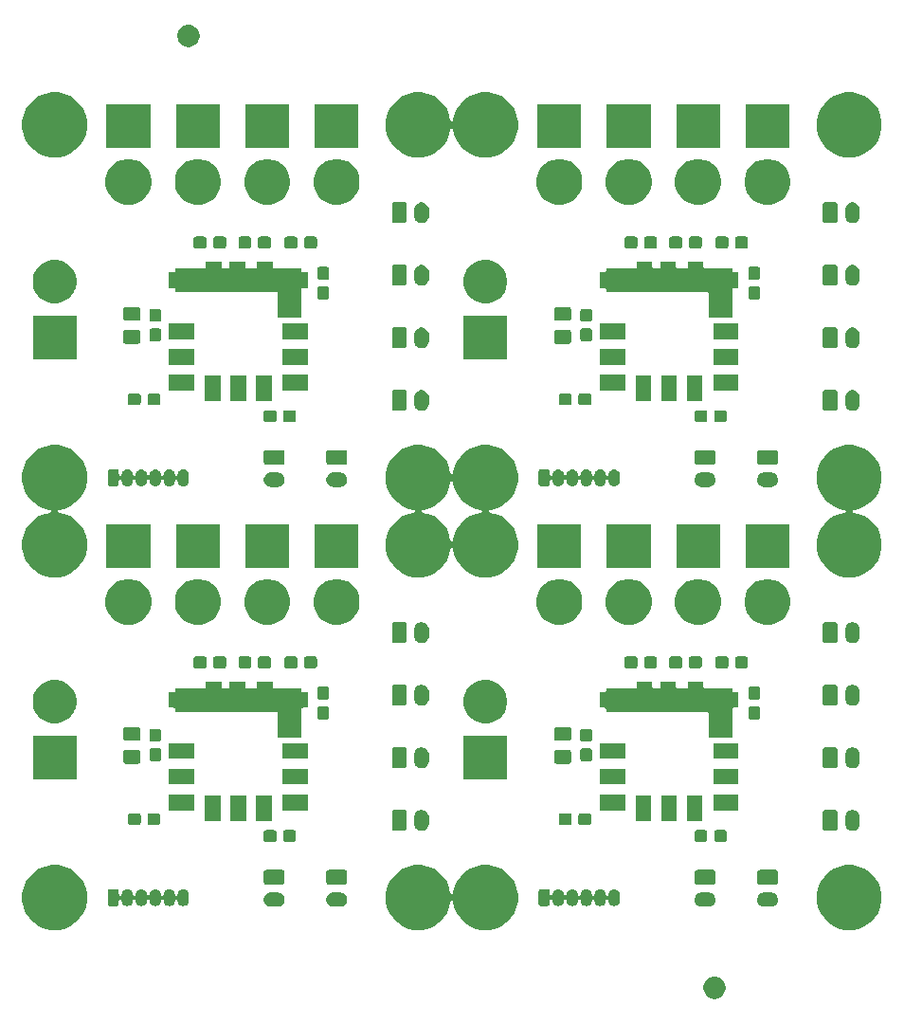
<source format=gbr>
G04 #@! TF.GenerationSoftware,KiCad,Pcbnew,(5.1.2)-1*
G04 #@! TF.CreationDate,2020-06-21T17:40:52+09:00*
G04 #@! TF.ProjectId,universal_power_board,756e6976-6572-4736-916c-5f706f776572,rev?*
G04 #@! TF.SameCoordinates,Original*
G04 #@! TF.FileFunction,Soldermask,Top*
G04 #@! TF.FilePolarity,Negative*
%FSLAX46Y46*%
G04 Gerber Fmt 4.6, Leading zero omitted, Abs format (unit mm)*
G04 Created by KiCad (PCBNEW (5.1.2)-1) date 2020-06-21 17:40:52*
%MOMM*%
%LPD*%
G04 APERTURE LIST*
%ADD10C,0.100000*%
G04 APERTURE END LIST*
D10*
G36*
X174191290Y-153088619D02*
G01*
X174255689Y-153101429D01*
X174437678Y-153176811D01*
X174601463Y-153286249D01*
X174740751Y-153425537D01*
X174850189Y-153589322D01*
X174925571Y-153771311D01*
X174964000Y-153964509D01*
X174964000Y-154161491D01*
X174925571Y-154354689D01*
X174850189Y-154536678D01*
X174740751Y-154700463D01*
X174601463Y-154839751D01*
X174437678Y-154949189D01*
X174255689Y-155024571D01*
X174191290Y-155037381D01*
X174062493Y-155063000D01*
X173865507Y-155063000D01*
X173736710Y-155037381D01*
X173672311Y-155024571D01*
X173490322Y-154949189D01*
X173326537Y-154839751D01*
X173187249Y-154700463D01*
X173077811Y-154536678D01*
X173002429Y-154354689D01*
X172964000Y-154161491D01*
X172964000Y-153964509D01*
X173002429Y-153771311D01*
X173077811Y-153589322D01*
X173187249Y-153425537D01*
X173326537Y-153286249D01*
X173490322Y-153176811D01*
X173672311Y-153101429D01*
X173736710Y-153088619D01*
X173865507Y-153063000D01*
X174062493Y-153063000D01*
X174191290Y-153088619D01*
X174191290Y-153088619D01*
G37*
G36*
X186846189Y-143210483D02*
G01*
X186846192Y-143210484D01*
X186846191Y-143210484D01*
X187374139Y-143429167D01*
X187849280Y-143746646D01*
X188253354Y-144150720D01*
X188562018Y-144612669D01*
X188570834Y-144625863D01*
X188789517Y-145153811D01*
X188901000Y-145714275D01*
X188901000Y-146285725D01*
X188789517Y-146846189D01*
X188789516Y-146846191D01*
X188570833Y-147374139D01*
X188253354Y-147849280D01*
X187849280Y-148253354D01*
X187374139Y-148570833D01*
X187374138Y-148570834D01*
X187374137Y-148570834D01*
X186846189Y-148789517D01*
X186285725Y-148901000D01*
X185714275Y-148901000D01*
X185153811Y-148789517D01*
X184625863Y-148570834D01*
X184625862Y-148570834D01*
X184625861Y-148570833D01*
X184150720Y-148253354D01*
X183746646Y-147849280D01*
X183429167Y-147374139D01*
X183210484Y-146846191D01*
X183210483Y-146846189D01*
X183099000Y-146285725D01*
X183099000Y-145714275D01*
X183210483Y-145153811D01*
X183429166Y-144625863D01*
X183437982Y-144612669D01*
X183746646Y-144150720D01*
X184150720Y-143746646D01*
X184625861Y-143429167D01*
X185153809Y-143210484D01*
X185153808Y-143210484D01*
X185153811Y-143210483D01*
X185714275Y-143099000D01*
X186285725Y-143099000D01*
X186846189Y-143210483D01*
X186846189Y-143210483D01*
G37*
G36*
X148346189Y-143210483D02*
G01*
X148346192Y-143210484D01*
X148346191Y-143210484D01*
X148874139Y-143429167D01*
X149349280Y-143746646D01*
X149753354Y-144150720D01*
X150062018Y-144612669D01*
X150070834Y-144625863D01*
X150289517Y-145153811D01*
X150377403Y-145595645D01*
X150384516Y-145619094D01*
X150396067Y-145640705D01*
X150411612Y-145659647D01*
X150430554Y-145675192D01*
X150452165Y-145686743D01*
X150475614Y-145693856D01*
X150500000Y-145696258D01*
X150524386Y-145693856D01*
X150547835Y-145686743D01*
X150569446Y-145675192D01*
X150588388Y-145659647D01*
X150603933Y-145640705D01*
X150615484Y-145619094D01*
X150622597Y-145595645D01*
X150710483Y-145153811D01*
X150929166Y-144625863D01*
X150937982Y-144612669D01*
X151246646Y-144150720D01*
X151650720Y-143746646D01*
X152125861Y-143429167D01*
X152653809Y-143210484D01*
X152653808Y-143210484D01*
X152653811Y-143210483D01*
X153214275Y-143099000D01*
X153785725Y-143099000D01*
X154346189Y-143210483D01*
X154346192Y-143210484D01*
X154346191Y-143210484D01*
X154874139Y-143429167D01*
X155349280Y-143746646D01*
X155753354Y-144150720D01*
X156062018Y-144612669D01*
X156070834Y-144625863D01*
X156289517Y-145153811D01*
X156401000Y-145714275D01*
X156401000Y-146285725D01*
X156289517Y-146846189D01*
X156289516Y-146846191D01*
X156070833Y-147374139D01*
X155753354Y-147849280D01*
X155349280Y-148253354D01*
X154874139Y-148570833D01*
X154874138Y-148570834D01*
X154874137Y-148570834D01*
X154346189Y-148789517D01*
X153785725Y-148901000D01*
X153214275Y-148901000D01*
X152653811Y-148789517D01*
X152125863Y-148570834D01*
X152125862Y-148570834D01*
X152125861Y-148570833D01*
X151650720Y-148253354D01*
X151246646Y-147849280D01*
X150929167Y-147374139D01*
X150710484Y-146846191D01*
X150710483Y-146846189D01*
X150622597Y-146404355D01*
X150615484Y-146380906D01*
X150603933Y-146359295D01*
X150588388Y-146340353D01*
X150569446Y-146324808D01*
X150547835Y-146313257D01*
X150524386Y-146306144D01*
X150500000Y-146303742D01*
X150475614Y-146306144D01*
X150452165Y-146313257D01*
X150430554Y-146324808D01*
X150411612Y-146340353D01*
X150396067Y-146359295D01*
X150384516Y-146380906D01*
X150377403Y-146404355D01*
X150289517Y-146846189D01*
X150289516Y-146846191D01*
X150070833Y-147374139D01*
X149753354Y-147849280D01*
X149349280Y-148253354D01*
X148874139Y-148570833D01*
X148874138Y-148570834D01*
X148874137Y-148570834D01*
X148346189Y-148789517D01*
X147785725Y-148901000D01*
X147214275Y-148901000D01*
X146653811Y-148789517D01*
X146125863Y-148570834D01*
X146125862Y-148570834D01*
X146125861Y-148570833D01*
X145650720Y-148253354D01*
X145246646Y-147849280D01*
X144929167Y-147374139D01*
X144710484Y-146846191D01*
X144710483Y-146846189D01*
X144599000Y-146285725D01*
X144599000Y-145714275D01*
X144710483Y-145153811D01*
X144929166Y-144625863D01*
X144937982Y-144612669D01*
X145246646Y-144150720D01*
X145650720Y-143746646D01*
X146125861Y-143429167D01*
X146653809Y-143210484D01*
X146653808Y-143210484D01*
X146653811Y-143210483D01*
X147214275Y-143099000D01*
X147785725Y-143099000D01*
X148346189Y-143210483D01*
X148346189Y-143210483D01*
G37*
G36*
X115846189Y-143210483D02*
G01*
X115846192Y-143210484D01*
X115846191Y-143210484D01*
X116374139Y-143429167D01*
X116849280Y-143746646D01*
X117253354Y-144150720D01*
X117562018Y-144612669D01*
X117570834Y-144625863D01*
X117789517Y-145153811D01*
X117901000Y-145714275D01*
X117901000Y-146285725D01*
X117789517Y-146846189D01*
X117789516Y-146846191D01*
X117570833Y-147374139D01*
X117253354Y-147849280D01*
X116849280Y-148253354D01*
X116374139Y-148570833D01*
X116374138Y-148570834D01*
X116374137Y-148570834D01*
X115846189Y-148789517D01*
X115285725Y-148901000D01*
X114714275Y-148901000D01*
X114153811Y-148789517D01*
X113625863Y-148570834D01*
X113625862Y-148570834D01*
X113625861Y-148570833D01*
X113150720Y-148253354D01*
X112746646Y-147849280D01*
X112429167Y-147374139D01*
X112210484Y-146846191D01*
X112210483Y-146846189D01*
X112099000Y-146285725D01*
X112099000Y-145714275D01*
X112210483Y-145153811D01*
X112429166Y-144625863D01*
X112437982Y-144612669D01*
X112746646Y-144150720D01*
X113150720Y-143746646D01*
X113625861Y-143429167D01*
X114153809Y-143210484D01*
X114153808Y-143210484D01*
X114153811Y-143210483D01*
X114714275Y-143099000D01*
X115285725Y-143099000D01*
X115846189Y-143210483D01*
X115846189Y-143210483D01*
G37*
G36*
X140546855Y-145532140D02*
G01*
X140610618Y-145538420D01*
X140701404Y-145565960D01*
X140733336Y-145575646D01*
X140846425Y-145636094D01*
X140945554Y-145717446D01*
X141026906Y-145816575D01*
X141087354Y-145929664D01*
X141087355Y-145929668D01*
X141124580Y-146052382D01*
X141137149Y-146180000D01*
X141124580Y-146307618D01*
X141108904Y-146359295D01*
X141087354Y-146430336D01*
X141026906Y-146543425D01*
X140945554Y-146642554D01*
X140846425Y-146723906D01*
X140733336Y-146784354D01*
X140701404Y-146794040D01*
X140610618Y-146821580D01*
X140546855Y-146827860D01*
X140514974Y-146831000D01*
X139901026Y-146831000D01*
X139869145Y-146827860D01*
X139805382Y-146821580D01*
X139714596Y-146794040D01*
X139682664Y-146784354D01*
X139569575Y-146723906D01*
X139470446Y-146642554D01*
X139389094Y-146543425D01*
X139328646Y-146430336D01*
X139307096Y-146359295D01*
X139291420Y-146307618D01*
X139278851Y-146180000D01*
X139291420Y-146052382D01*
X139328645Y-145929668D01*
X139328646Y-145929664D01*
X139389094Y-145816575D01*
X139470446Y-145717446D01*
X139569575Y-145636094D01*
X139682664Y-145575646D01*
X139714596Y-145565960D01*
X139805382Y-145538420D01*
X139869145Y-145532140D01*
X139901026Y-145529000D01*
X140514974Y-145529000D01*
X140546855Y-145532140D01*
X140546855Y-145532140D01*
G37*
G36*
X173458855Y-145532140D02*
G01*
X173522618Y-145538420D01*
X173613404Y-145565960D01*
X173645336Y-145575646D01*
X173758425Y-145636094D01*
X173857554Y-145717446D01*
X173938906Y-145816575D01*
X173999354Y-145929664D01*
X173999355Y-145929668D01*
X174036580Y-146052382D01*
X174049149Y-146180000D01*
X174036580Y-146307618D01*
X174020904Y-146359295D01*
X173999354Y-146430336D01*
X173938906Y-146543425D01*
X173857554Y-146642554D01*
X173758425Y-146723906D01*
X173645336Y-146784354D01*
X173613404Y-146794040D01*
X173522618Y-146821580D01*
X173458855Y-146827860D01*
X173426974Y-146831000D01*
X172813026Y-146831000D01*
X172781145Y-146827860D01*
X172717382Y-146821580D01*
X172626596Y-146794040D01*
X172594664Y-146784354D01*
X172481575Y-146723906D01*
X172382446Y-146642554D01*
X172301094Y-146543425D01*
X172240646Y-146430336D01*
X172219096Y-146359295D01*
X172203420Y-146307618D01*
X172190851Y-146180000D01*
X172203420Y-146052382D01*
X172240645Y-145929668D01*
X172240646Y-145929664D01*
X172301094Y-145816575D01*
X172382446Y-145717446D01*
X172481575Y-145636094D01*
X172594664Y-145575646D01*
X172626596Y-145565960D01*
X172717382Y-145538420D01*
X172781145Y-145532140D01*
X172813026Y-145529000D01*
X173426974Y-145529000D01*
X173458855Y-145532140D01*
X173458855Y-145532140D01*
G37*
G36*
X134958855Y-145532140D02*
G01*
X135022618Y-145538420D01*
X135113404Y-145565960D01*
X135145336Y-145575646D01*
X135258425Y-145636094D01*
X135357554Y-145717446D01*
X135438906Y-145816575D01*
X135499354Y-145929664D01*
X135499355Y-145929668D01*
X135536580Y-146052382D01*
X135549149Y-146180000D01*
X135536580Y-146307618D01*
X135520904Y-146359295D01*
X135499354Y-146430336D01*
X135438906Y-146543425D01*
X135357554Y-146642554D01*
X135258425Y-146723906D01*
X135145336Y-146784354D01*
X135113404Y-146794040D01*
X135022618Y-146821580D01*
X134958855Y-146827860D01*
X134926974Y-146831000D01*
X134313026Y-146831000D01*
X134281145Y-146827860D01*
X134217382Y-146821580D01*
X134126596Y-146794040D01*
X134094664Y-146784354D01*
X133981575Y-146723906D01*
X133882446Y-146642554D01*
X133801094Y-146543425D01*
X133740646Y-146430336D01*
X133719096Y-146359295D01*
X133703420Y-146307618D01*
X133690851Y-146180000D01*
X133703420Y-146052382D01*
X133740645Y-145929668D01*
X133740646Y-145929664D01*
X133801094Y-145816575D01*
X133882446Y-145717446D01*
X133981575Y-145636094D01*
X134094664Y-145575646D01*
X134126596Y-145565960D01*
X134217382Y-145538420D01*
X134281145Y-145532140D01*
X134313026Y-145529000D01*
X134926974Y-145529000D01*
X134958855Y-145532140D01*
X134958855Y-145532140D01*
G37*
G36*
X179046855Y-145532140D02*
G01*
X179110618Y-145538420D01*
X179201404Y-145565960D01*
X179233336Y-145575646D01*
X179346425Y-145636094D01*
X179445554Y-145717446D01*
X179526906Y-145816575D01*
X179587354Y-145929664D01*
X179587355Y-145929668D01*
X179624580Y-146052382D01*
X179637149Y-146180000D01*
X179624580Y-146307618D01*
X179608904Y-146359295D01*
X179587354Y-146430336D01*
X179526906Y-146543425D01*
X179445554Y-146642554D01*
X179346425Y-146723906D01*
X179233336Y-146784354D01*
X179201404Y-146794040D01*
X179110618Y-146821580D01*
X179046855Y-146827860D01*
X179014974Y-146831000D01*
X178401026Y-146831000D01*
X178369145Y-146827860D01*
X178305382Y-146821580D01*
X178214596Y-146794040D01*
X178182664Y-146784354D01*
X178069575Y-146723906D01*
X177970446Y-146642554D01*
X177889094Y-146543425D01*
X177828646Y-146430336D01*
X177807096Y-146359295D01*
X177791420Y-146307618D01*
X177778851Y-146180000D01*
X177791420Y-146052382D01*
X177828645Y-145929668D01*
X177828646Y-145929664D01*
X177889094Y-145816575D01*
X177970446Y-145717446D01*
X178069575Y-145636094D01*
X178182664Y-145575646D01*
X178214596Y-145565960D01*
X178305382Y-145538420D01*
X178369145Y-145532140D01*
X178401026Y-145529000D01*
X179014974Y-145529000D01*
X179046855Y-145532140D01*
X179046855Y-145532140D01*
G37*
G36*
X165098212Y-145256249D02*
G01*
X165192651Y-145284897D01*
X165279687Y-145331418D01*
X165355975Y-145394025D01*
X165418582Y-145470313D01*
X165465103Y-145557348D01*
X165493751Y-145651787D01*
X165501000Y-145725388D01*
X165501000Y-146274612D01*
X165493751Y-146348213D01*
X165465103Y-146442652D01*
X165418582Y-146529687D01*
X165355975Y-146605975D01*
X165279687Y-146668582D01*
X165192652Y-146715103D01*
X165098213Y-146743751D01*
X165000000Y-146753424D01*
X164901788Y-146743751D01*
X164807349Y-146715103D01*
X164720314Y-146668582D01*
X164644026Y-146605975D01*
X164581419Y-146529687D01*
X164534898Y-146442652D01*
X164506250Y-146348213D01*
X164499397Y-146278633D01*
X164494616Y-146254600D01*
X164485239Y-146231961D01*
X164471625Y-146211587D01*
X164454298Y-146194260D01*
X164433924Y-146180646D01*
X164411285Y-146171269D01*
X164387252Y-146166489D01*
X164362747Y-146166489D01*
X164338714Y-146171270D01*
X164316075Y-146180647D01*
X164295701Y-146194261D01*
X164278374Y-146211588D01*
X164264760Y-146231962D01*
X164255383Y-146254601D01*
X164250605Y-146278623D01*
X164243751Y-146348213D01*
X164215103Y-146442652D01*
X164168582Y-146529687D01*
X164105975Y-146605975D01*
X164029687Y-146668582D01*
X163942652Y-146715103D01*
X163848213Y-146743751D01*
X163750000Y-146753424D01*
X163651788Y-146743751D01*
X163557349Y-146715103D01*
X163470314Y-146668582D01*
X163394026Y-146605975D01*
X163331419Y-146529687D01*
X163284898Y-146442652D01*
X163256250Y-146348213D01*
X163249397Y-146278633D01*
X163244616Y-146254600D01*
X163235239Y-146231961D01*
X163221625Y-146211587D01*
X163204298Y-146194260D01*
X163183924Y-146180646D01*
X163161285Y-146171269D01*
X163137252Y-146166489D01*
X163112747Y-146166489D01*
X163088714Y-146171270D01*
X163066075Y-146180647D01*
X163045701Y-146194261D01*
X163028374Y-146211588D01*
X163014760Y-146231962D01*
X163005383Y-146254601D01*
X163000605Y-146278623D01*
X162993751Y-146348213D01*
X162965103Y-146442652D01*
X162918582Y-146529687D01*
X162855975Y-146605975D01*
X162779687Y-146668582D01*
X162692652Y-146715103D01*
X162598213Y-146743751D01*
X162500000Y-146753424D01*
X162401788Y-146743751D01*
X162307349Y-146715103D01*
X162220314Y-146668582D01*
X162144026Y-146605975D01*
X162081419Y-146529687D01*
X162034898Y-146442652D01*
X162006250Y-146348213D01*
X161999397Y-146278633D01*
X161994616Y-146254600D01*
X161985239Y-146231961D01*
X161971625Y-146211587D01*
X161954298Y-146194260D01*
X161933924Y-146180646D01*
X161911285Y-146171269D01*
X161887252Y-146166489D01*
X161862747Y-146166489D01*
X161838714Y-146171270D01*
X161816075Y-146180647D01*
X161795701Y-146194261D01*
X161778374Y-146211588D01*
X161764760Y-146231962D01*
X161755383Y-146254601D01*
X161750605Y-146278623D01*
X161743751Y-146348213D01*
X161715103Y-146442652D01*
X161668582Y-146529687D01*
X161605975Y-146605975D01*
X161529687Y-146668582D01*
X161442652Y-146715103D01*
X161348213Y-146743751D01*
X161250000Y-146753424D01*
X161151788Y-146743751D01*
X161057349Y-146715103D01*
X160970314Y-146668582D01*
X160894026Y-146605975D01*
X160831419Y-146529687D01*
X160784898Y-146442652D01*
X160756250Y-146348213D01*
X160749397Y-146278633D01*
X160744616Y-146254600D01*
X160735239Y-146231961D01*
X160721625Y-146211587D01*
X160704298Y-146194260D01*
X160683924Y-146180646D01*
X160661285Y-146171269D01*
X160637252Y-146166489D01*
X160612747Y-146166489D01*
X160588714Y-146171270D01*
X160566075Y-146180647D01*
X160545701Y-146194261D01*
X160528374Y-146211588D01*
X160514760Y-146231962D01*
X160505383Y-146254601D01*
X160500605Y-146278623D01*
X160493751Y-146348213D01*
X160465103Y-146442652D01*
X160418582Y-146529687D01*
X160355975Y-146605975D01*
X160279687Y-146668582D01*
X160192652Y-146715103D01*
X160098213Y-146743751D01*
X160000000Y-146753424D01*
X159901788Y-146743751D01*
X159807349Y-146715103D01*
X159720314Y-146668582D01*
X159644026Y-146605975D01*
X159581419Y-146529687D01*
X159534898Y-146442652D01*
X159506250Y-146348213D01*
X159500396Y-146288776D01*
X159495615Y-146264742D01*
X159486238Y-146242103D01*
X159472624Y-146221729D01*
X159455297Y-146204402D01*
X159434923Y-146190789D01*
X159412284Y-146181411D01*
X159388251Y-146176631D01*
X159363747Y-146176631D01*
X159339713Y-146181412D01*
X159317074Y-146190789D01*
X159296700Y-146204403D01*
X159279373Y-146221730D01*
X159265760Y-146242104D01*
X159256382Y-146264743D01*
X159251000Y-146301028D01*
X159251000Y-146556860D01*
X159246795Y-146599560D01*
X159236131Y-146634713D01*
X159218814Y-146667110D01*
X159195509Y-146695509D01*
X159167110Y-146718814D01*
X159134713Y-146736131D01*
X159099560Y-146746795D01*
X159056860Y-146751000D01*
X158443140Y-146751000D01*
X158400440Y-146746795D01*
X158365287Y-146736131D01*
X158332890Y-146718814D01*
X158304491Y-146695509D01*
X158281186Y-146667110D01*
X158263869Y-146634713D01*
X158253205Y-146599560D01*
X158249000Y-146556860D01*
X158249000Y-145443140D01*
X158253205Y-145400440D01*
X158263869Y-145365287D01*
X158281186Y-145332890D01*
X158304491Y-145304491D01*
X158332890Y-145281186D01*
X158365287Y-145263869D01*
X158400440Y-145253205D01*
X158443140Y-145249000D01*
X159056860Y-145249000D01*
X159099560Y-145253205D01*
X159134713Y-145263869D01*
X159167110Y-145281186D01*
X159195509Y-145304491D01*
X159218814Y-145332890D01*
X159236131Y-145365287D01*
X159246795Y-145400440D01*
X159251000Y-145443140D01*
X159251000Y-145698973D01*
X159253402Y-145723359D01*
X159260515Y-145746808D01*
X159272066Y-145768419D01*
X159287611Y-145787361D01*
X159306553Y-145802906D01*
X159328164Y-145814457D01*
X159351613Y-145821570D01*
X159375999Y-145823972D01*
X159400385Y-145821570D01*
X159423834Y-145814457D01*
X159445445Y-145802906D01*
X159464387Y-145787361D01*
X159479932Y-145768419D01*
X159491483Y-145746808D01*
X159500394Y-145711231D01*
X159506249Y-145651788D01*
X159534897Y-145557349D01*
X159581418Y-145470313D01*
X159644025Y-145394025D01*
X159720313Y-145331418D01*
X159807348Y-145284897D01*
X159901787Y-145256249D01*
X160000000Y-145246576D01*
X160098212Y-145256249D01*
X160192651Y-145284897D01*
X160279687Y-145331418D01*
X160355975Y-145394025D01*
X160418582Y-145470313D01*
X160465103Y-145557348D01*
X160493751Y-145651787D01*
X160500605Y-145721377D01*
X160505384Y-145745401D01*
X160514761Y-145768039D01*
X160528375Y-145788414D01*
X160545702Y-145805741D01*
X160566076Y-145819354D01*
X160588715Y-145828732D01*
X160612748Y-145833512D01*
X160637252Y-145833512D01*
X160661286Y-145828731D01*
X160683924Y-145819354D01*
X160704299Y-145805740D01*
X160721626Y-145788413D01*
X160735239Y-145768039D01*
X160744617Y-145745400D01*
X160749395Y-145721378D01*
X160756249Y-145651788D01*
X160784897Y-145557349D01*
X160831418Y-145470313D01*
X160894025Y-145394025D01*
X160970313Y-145331418D01*
X161057348Y-145284897D01*
X161151787Y-145256249D01*
X161250000Y-145246576D01*
X161348212Y-145256249D01*
X161442651Y-145284897D01*
X161529687Y-145331418D01*
X161605975Y-145394025D01*
X161668582Y-145470313D01*
X161715103Y-145557348D01*
X161743751Y-145651787D01*
X161750605Y-145721377D01*
X161755384Y-145745401D01*
X161764761Y-145768039D01*
X161778375Y-145788414D01*
X161795702Y-145805741D01*
X161816076Y-145819354D01*
X161838715Y-145828732D01*
X161862748Y-145833512D01*
X161887252Y-145833512D01*
X161911286Y-145828731D01*
X161933924Y-145819354D01*
X161954299Y-145805740D01*
X161971626Y-145788413D01*
X161985239Y-145768039D01*
X161994617Y-145745400D01*
X161999395Y-145721378D01*
X162006249Y-145651788D01*
X162034897Y-145557349D01*
X162081418Y-145470313D01*
X162144025Y-145394025D01*
X162220313Y-145331418D01*
X162307348Y-145284897D01*
X162401787Y-145256249D01*
X162500000Y-145246576D01*
X162598212Y-145256249D01*
X162692651Y-145284897D01*
X162779687Y-145331418D01*
X162855975Y-145394025D01*
X162918582Y-145470313D01*
X162965103Y-145557348D01*
X162993751Y-145651787D01*
X163000605Y-145721377D01*
X163005384Y-145745401D01*
X163014761Y-145768039D01*
X163028375Y-145788414D01*
X163045702Y-145805741D01*
X163066076Y-145819354D01*
X163088715Y-145828732D01*
X163112748Y-145833512D01*
X163137252Y-145833512D01*
X163161286Y-145828731D01*
X163183924Y-145819354D01*
X163204299Y-145805740D01*
X163221626Y-145788413D01*
X163235239Y-145768039D01*
X163244617Y-145745400D01*
X163249395Y-145721378D01*
X163256249Y-145651788D01*
X163284897Y-145557349D01*
X163331418Y-145470313D01*
X163394025Y-145394025D01*
X163470313Y-145331418D01*
X163557348Y-145284897D01*
X163651787Y-145256249D01*
X163750000Y-145246576D01*
X163848212Y-145256249D01*
X163942651Y-145284897D01*
X164029687Y-145331418D01*
X164105975Y-145394025D01*
X164168582Y-145470313D01*
X164215103Y-145557348D01*
X164243751Y-145651787D01*
X164250605Y-145721377D01*
X164255384Y-145745401D01*
X164264761Y-145768039D01*
X164278375Y-145788414D01*
X164295702Y-145805741D01*
X164316076Y-145819354D01*
X164338715Y-145828732D01*
X164362748Y-145833512D01*
X164387252Y-145833512D01*
X164411286Y-145828731D01*
X164433924Y-145819354D01*
X164454299Y-145805740D01*
X164471626Y-145788413D01*
X164485239Y-145768039D01*
X164494617Y-145745400D01*
X164499395Y-145721378D01*
X164506249Y-145651788D01*
X164534897Y-145557349D01*
X164581418Y-145470313D01*
X164644025Y-145394025D01*
X164720313Y-145331418D01*
X164807348Y-145284897D01*
X164901787Y-145256249D01*
X165000000Y-145246576D01*
X165098212Y-145256249D01*
X165098212Y-145256249D01*
G37*
G36*
X126598212Y-145256249D02*
G01*
X126692651Y-145284897D01*
X126779687Y-145331418D01*
X126855975Y-145394025D01*
X126918582Y-145470313D01*
X126965103Y-145557348D01*
X126993751Y-145651787D01*
X127001000Y-145725388D01*
X127001000Y-146274612D01*
X126993751Y-146348213D01*
X126965103Y-146442652D01*
X126918582Y-146529687D01*
X126855975Y-146605975D01*
X126779687Y-146668582D01*
X126692652Y-146715103D01*
X126598213Y-146743751D01*
X126500000Y-146753424D01*
X126401788Y-146743751D01*
X126307349Y-146715103D01*
X126220314Y-146668582D01*
X126144026Y-146605975D01*
X126081419Y-146529687D01*
X126034898Y-146442652D01*
X126006250Y-146348213D01*
X125999397Y-146278633D01*
X125994616Y-146254600D01*
X125985239Y-146231961D01*
X125971625Y-146211587D01*
X125954298Y-146194260D01*
X125933924Y-146180646D01*
X125911285Y-146171269D01*
X125887252Y-146166489D01*
X125862747Y-146166489D01*
X125838714Y-146171270D01*
X125816075Y-146180647D01*
X125795701Y-146194261D01*
X125778374Y-146211588D01*
X125764760Y-146231962D01*
X125755383Y-146254601D01*
X125750605Y-146278623D01*
X125743751Y-146348213D01*
X125715103Y-146442652D01*
X125668582Y-146529687D01*
X125605975Y-146605975D01*
X125529687Y-146668582D01*
X125442652Y-146715103D01*
X125348213Y-146743751D01*
X125250000Y-146753424D01*
X125151788Y-146743751D01*
X125057349Y-146715103D01*
X124970314Y-146668582D01*
X124894026Y-146605975D01*
X124831419Y-146529687D01*
X124784898Y-146442652D01*
X124756250Y-146348213D01*
X124749397Y-146278633D01*
X124744616Y-146254600D01*
X124735239Y-146231961D01*
X124721625Y-146211587D01*
X124704298Y-146194260D01*
X124683924Y-146180646D01*
X124661285Y-146171269D01*
X124637252Y-146166489D01*
X124612747Y-146166489D01*
X124588714Y-146171270D01*
X124566075Y-146180647D01*
X124545701Y-146194261D01*
X124528374Y-146211588D01*
X124514760Y-146231962D01*
X124505383Y-146254601D01*
X124500605Y-146278623D01*
X124493751Y-146348213D01*
X124465103Y-146442652D01*
X124418582Y-146529687D01*
X124355975Y-146605975D01*
X124279687Y-146668582D01*
X124192652Y-146715103D01*
X124098213Y-146743751D01*
X124000000Y-146753424D01*
X123901788Y-146743751D01*
X123807349Y-146715103D01*
X123720314Y-146668582D01*
X123644026Y-146605975D01*
X123581419Y-146529687D01*
X123534898Y-146442652D01*
X123506250Y-146348213D01*
X123499397Y-146278633D01*
X123494616Y-146254600D01*
X123485239Y-146231961D01*
X123471625Y-146211587D01*
X123454298Y-146194260D01*
X123433924Y-146180646D01*
X123411285Y-146171269D01*
X123387252Y-146166489D01*
X123362747Y-146166489D01*
X123338714Y-146171270D01*
X123316075Y-146180647D01*
X123295701Y-146194261D01*
X123278374Y-146211588D01*
X123264760Y-146231962D01*
X123255383Y-146254601D01*
X123250605Y-146278623D01*
X123243751Y-146348213D01*
X123215103Y-146442652D01*
X123168582Y-146529687D01*
X123105975Y-146605975D01*
X123029687Y-146668582D01*
X122942652Y-146715103D01*
X122848213Y-146743751D01*
X122750000Y-146753424D01*
X122651788Y-146743751D01*
X122557349Y-146715103D01*
X122470314Y-146668582D01*
X122394026Y-146605975D01*
X122331419Y-146529687D01*
X122284898Y-146442652D01*
X122256250Y-146348213D01*
X122249397Y-146278633D01*
X122244616Y-146254600D01*
X122235239Y-146231961D01*
X122221625Y-146211587D01*
X122204298Y-146194260D01*
X122183924Y-146180646D01*
X122161285Y-146171269D01*
X122137252Y-146166489D01*
X122112747Y-146166489D01*
X122088714Y-146171270D01*
X122066075Y-146180647D01*
X122045701Y-146194261D01*
X122028374Y-146211588D01*
X122014760Y-146231962D01*
X122005383Y-146254601D01*
X122000605Y-146278623D01*
X121993751Y-146348213D01*
X121965103Y-146442652D01*
X121918582Y-146529687D01*
X121855975Y-146605975D01*
X121779687Y-146668582D01*
X121692652Y-146715103D01*
X121598213Y-146743751D01*
X121500000Y-146753424D01*
X121401788Y-146743751D01*
X121307349Y-146715103D01*
X121220314Y-146668582D01*
X121144026Y-146605975D01*
X121081419Y-146529687D01*
X121034898Y-146442652D01*
X121006250Y-146348213D01*
X121000396Y-146288776D01*
X120995615Y-146264742D01*
X120986238Y-146242103D01*
X120972624Y-146221729D01*
X120955297Y-146204402D01*
X120934923Y-146190789D01*
X120912284Y-146181411D01*
X120888251Y-146176631D01*
X120863747Y-146176631D01*
X120839713Y-146181412D01*
X120817074Y-146190789D01*
X120796700Y-146204403D01*
X120779373Y-146221730D01*
X120765760Y-146242104D01*
X120756382Y-146264743D01*
X120751000Y-146301028D01*
X120751000Y-146556860D01*
X120746795Y-146599560D01*
X120736131Y-146634713D01*
X120718814Y-146667110D01*
X120695509Y-146695509D01*
X120667110Y-146718814D01*
X120634713Y-146736131D01*
X120599560Y-146746795D01*
X120556860Y-146751000D01*
X119943140Y-146751000D01*
X119900440Y-146746795D01*
X119865287Y-146736131D01*
X119832890Y-146718814D01*
X119804491Y-146695509D01*
X119781186Y-146667110D01*
X119763869Y-146634713D01*
X119753205Y-146599560D01*
X119749000Y-146556860D01*
X119749000Y-145443140D01*
X119753205Y-145400440D01*
X119763869Y-145365287D01*
X119781186Y-145332890D01*
X119804491Y-145304491D01*
X119832890Y-145281186D01*
X119865287Y-145263869D01*
X119900440Y-145253205D01*
X119943140Y-145249000D01*
X120556860Y-145249000D01*
X120599560Y-145253205D01*
X120634713Y-145263869D01*
X120667110Y-145281186D01*
X120695509Y-145304491D01*
X120718814Y-145332890D01*
X120736131Y-145365287D01*
X120746795Y-145400440D01*
X120751000Y-145443140D01*
X120751000Y-145698973D01*
X120753402Y-145723359D01*
X120760515Y-145746808D01*
X120772066Y-145768419D01*
X120787611Y-145787361D01*
X120806553Y-145802906D01*
X120828164Y-145814457D01*
X120851613Y-145821570D01*
X120875999Y-145823972D01*
X120900385Y-145821570D01*
X120923834Y-145814457D01*
X120945445Y-145802906D01*
X120964387Y-145787361D01*
X120979932Y-145768419D01*
X120991483Y-145746808D01*
X121000394Y-145711231D01*
X121006249Y-145651788D01*
X121034897Y-145557349D01*
X121081418Y-145470313D01*
X121144025Y-145394025D01*
X121220313Y-145331418D01*
X121307348Y-145284897D01*
X121401787Y-145256249D01*
X121500000Y-145246576D01*
X121598212Y-145256249D01*
X121692651Y-145284897D01*
X121779687Y-145331418D01*
X121855975Y-145394025D01*
X121918582Y-145470313D01*
X121965103Y-145557348D01*
X121993751Y-145651787D01*
X122000605Y-145721377D01*
X122005384Y-145745401D01*
X122014761Y-145768039D01*
X122028375Y-145788414D01*
X122045702Y-145805741D01*
X122066076Y-145819354D01*
X122088715Y-145828732D01*
X122112748Y-145833512D01*
X122137252Y-145833512D01*
X122161286Y-145828731D01*
X122183924Y-145819354D01*
X122204299Y-145805740D01*
X122221626Y-145788413D01*
X122235239Y-145768039D01*
X122244617Y-145745400D01*
X122249395Y-145721378D01*
X122256249Y-145651788D01*
X122284897Y-145557349D01*
X122331418Y-145470313D01*
X122394025Y-145394025D01*
X122470313Y-145331418D01*
X122557348Y-145284897D01*
X122651787Y-145256249D01*
X122750000Y-145246576D01*
X122848212Y-145256249D01*
X122942651Y-145284897D01*
X123029687Y-145331418D01*
X123105975Y-145394025D01*
X123168582Y-145470313D01*
X123215103Y-145557348D01*
X123243751Y-145651787D01*
X123250605Y-145721377D01*
X123255384Y-145745401D01*
X123264761Y-145768039D01*
X123278375Y-145788414D01*
X123295702Y-145805741D01*
X123316076Y-145819354D01*
X123338715Y-145828732D01*
X123362748Y-145833512D01*
X123387252Y-145833512D01*
X123411286Y-145828731D01*
X123433924Y-145819354D01*
X123454299Y-145805740D01*
X123471626Y-145788413D01*
X123485239Y-145768039D01*
X123494617Y-145745400D01*
X123499395Y-145721378D01*
X123506249Y-145651788D01*
X123534897Y-145557349D01*
X123581418Y-145470313D01*
X123644025Y-145394025D01*
X123720313Y-145331418D01*
X123807348Y-145284897D01*
X123901787Y-145256249D01*
X124000000Y-145246576D01*
X124098212Y-145256249D01*
X124192651Y-145284897D01*
X124279687Y-145331418D01*
X124355975Y-145394025D01*
X124418582Y-145470313D01*
X124465103Y-145557348D01*
X124493751Y-145651787D01*
X124500605Y-145721377D01*
X124505384Y-145745401D01*
X124514761Y-145768039D01*
X124528375Y-145788414D01*
X124545702Y-145805741D01*
X124566076Y-145819354D01*
X124588715Y-145828732D01*
X124612748Y-145833512D01*
X124637252Y-145833512D01*
X124661286Y-145828731D01*
X124683924Y-145819354D01*
X124704299Y-145805740D01*
X124721626Y-145788413D01*
X124735239Y-145768039D01*
X124744617Y-145745400D01*
X124749395Y-145721378D01*
X124756249Y-145651788D01*
X124784897Y-145557349D01*
X124831418Y-145470313D01*
X124894025Y-145394025D01*
X124970313Y-145331418D01*
X125057348Y-145284897D01*
X125151787Y-145256249D01*
X125250000Y-145246576D01*
X125348212Y-145256249D01*
X125442651Y-145284897D01*
X125529687Y-145331418D01*
X125605975Y-145394025D01*
X125668582Y-145470313D01*
X125715103Y-145557348D01*
X125743751Y-145651787D01*
X125750605Y-145721377D01*
X125755384Y-145745401D01*
X125764761Y-145768039D01*
X125778375Y-145788414D01*
X125795702Y-145805741D01*
X125816076Y-145819354D01*
X125838715Y-145828732D01*
X125862748Y-145833512D01*
X125887252Y-145833512D01*
X125911286Y-145828731D01*
X125933924Y-145819354D01*
X125954299Y-145805740D01*
X125971626Y-145788413D01*
X125985239Y-145768039D01*
X125994617Y-145745400D01*
X125999395Y-145721378D01*
X126006249Y-145651788D01*
X126034897Y-145557349D01*
X126081418Y-145470313D01*
X126144025Y-145394025D01*
X126220313Y-145331418D01*
X126307348Y-145284897D01*
X126401787Y-145256249D01*
X126500000Y-145246576D01*
X126598212Y-145256249D01*
X126598212Y-145256249D01*
G37*
G36*
X135386242Y-143533404D02*
G01*
X135423337Y-143544657D01*
X135457515Y-143562925D01*
X135487481Y-143587519D01*
X135512075Y-143617485D01*
X135530343Y-143651663D01*
X135541596Y-143688758D01*
X135546000Y-143733474D01*
X135546000Y-144626526D01*
X135541596Y-144671242D01*
X135530343Y-144708337D01*
X135512075Y-144742515D01*
X135487481Y-144772481D01*
X135457515Y-144797075D01*
X135423337Y-144815343D01*
X135386242Y-144826596D01*
X135341526Y-144831000D01*
X133898474Y-144831000D01*
X133853758Y-144826596D01*
X133816663Y-144815343D01*
X133782485Y-144797075D01*
X133752519Y-144772481D01*
X133727925Y-144742515D01*
X133709657Y-144708337D01*
X133698404Y-144671242D01*
X133694000Y-144626526D01*
X133694000Y-143733474D01*
X133698404Y-143688758D01*
X133709657Y-143651663D01*
X133727925Y-143617485D01*
X133752519Y-143587519D01*
X133782485Y-143562925D01*
X133816663Y-143544657D01*
X133853758Y-143533404D01*
X133898474Y-143529000D01*
X135341526Y-143529000D01*
X135386242Y-143533404D01*
X135386242Y-143533404D01*
G37*
G36*
X173886242Y-143533404D02*
G01*
X173923337Y-143544657D01*
X173957515Y-143562925D01*
X173987481Y-143587519D01*
X174012075Y-143617485D01*
X174030343Y-143651663D01*
X174041596Y-143688758D01*
X174046000Y-143733474D01*
X174046000Y-144626526D01*
X174041596Y-144671242D01*
X174030343Y-144708337D01*
X174012075Y-144742515D01*
X173987481Y-144772481D01*
X173957515Y-144797075D01*
X173923337Y-144815343D01*
X173886242Y-144826596D01*
X173841526Y-144831000D01*
X172398474Y-144831000D01*
X172353758Y-144826596D01*
X172316663Y-144815343D01*
X172282485Y-144797075D01*
X172252519Y-144772481D01*
X172227925Y-144742515D01*
X172209657Y-144708337D01*
X172198404Y-144671242D01*
X172194000Y-144626526D01*
X172194000Y-143733474D01*
X172198404Y-143688758D01*
X172209657Y-143651663D01*
X172227925Y-143617485D01*
X172252519Y-143587519D01*
X172282485Y-143562925D01*
X172316663Y-143544657D01*
X172353758Y-143533404D01*
X172398474Y-143529000D01*
X173841526Y-143529000D01*
X173886242Y-143533404D01*
X173886242Y-143533404D01*
G37*
G36*
X179474242Y-143533404D02*
G01*
X179511337Y-143544657D01*
X179545515Y-143562925D01*
X179575481Y-143587519D01*
X179600075Y-143617485D01*
X179618343Y-143651663D01*
X179629596Y-143688758D01*
X179634000Y-143733474D01*
X179634000Y-144626526D01*
X179629596Y-144671242D01*
X179618343Y-144708337D01*
X179600075Y-144742515D01*
X179575481Y-144772481D01*
X179545515Y-144797075D01*
X179511337Y-144815343D01*
X179474242Y-144826596D01*
X179429526Y-144831000D01*
X177986474Y-144831000D01*
X177941758Y-144826596D01*
X177904663Y-144815343D01*
X177870485Y-144797075D01*
X177840519Y-144772481D01*
X177815925Y-144742515D01*
X177797657Y-144708337D01*
X177786404Y-144671242D01*
X177782000Y-144626526D01*
X177782000Y-143733474D01*
X177786404Y-143688758D01*
X177797657Y-143651663D01*
X177815925Y-143617485D01*
X177840519Y-143587519D01*
X177870485Y-143562925D01*
X177904663Y-143544657D01*
X177941758Y-143533404D01*
X177986474Y-143529000D01*
X179429526Y-143529000D01*
X179474242Y-143533404D01*
X179474242Y-143533404D01*
G37*
G36*
X140974242Y-143533404D02*
G01*
X141011337Y-143544657D01*
X141045515Y-143562925D01*
X141075481Y-143587519D01*
X141100075Y-143617485D01*
X141118343Y-143651663D01*
X141129596Y-143688758D01*
X141134000Y-143733474D01*
X141134000Y-144626526D01*
X141129596Y-144671242D01*
X141118343Y-144708337D01*
X141100075Y-144742515D01*
X141075481Y-144772481D01*
X141045515Y-144797075D01*
X141011337Y-144815343D01*
X140974242Y-144826596D01*
X140929526Y-144831000D01*
X139486474Y-144831000D01*
X139441758Y-144826596D01*
X139404663Y-144815343D01*
X139370485Y-144797075D01*
X139340519Y-144772481D01*
X139315925Y-144742515D01*
X139297657Y-144708337D01*
X139286404Y-144671242D01*
X139282000Y-144626526D01*
X139282000Y-143733474D01*
X139286404Y-143688758D01*
X139297657Y-143651663D01*
X139315925Y-143617485D01*
X139340519Y-143587519D01*
X139370485Y-143562925D01*
X139404663Y-143544657D01*
X139441758Y-143533404D01*
X139486474Y-143529000D01*
X140929526Y-143529000D01*
X140974242Y-143533404D01*
X140974242Y-143533404D01*
G37*
G36*
X174914499Y-139978445D02*
G01*
X174951995Y-139989820D01*
X174986554Y-140008292D01*
X175016847Y-140033153D01*
X175041708Y-140063446D01*
X175060180Y-140098005D01*
X175071555Y-140135501D01*
X175076000Y-140180638D01*
X175076000Y-140819362D01*
X175071555Y-140864499D01*
X175060180Y-140901995D01*
X175041708Y-140936554D01*
X175016847Y-140966847D01*
X174986554Y-140991708D01*
X174951995Y-141010180D01*
X174914499Y-141021555D01*
X174869362Y-141026000D01*
X174130638Y-141026000D01*
X174085501Y-141021555D01*
X174048005Y-141010180D01*
X174013446Y-140991708D01*
X173983153Y-140966847D01*
X173958292Y-140936554D01*
X173939820Y-140901995D01*
X173928445Y-140864499D01*
X173924000Y-140819362D01*
X173924000Y-140180638D01*
X173928445Y-140135501D01*
X173939820Y-140098005D01*
X173958292Y-140063446D01*
X173983153Y-140033153D01*
X174013446Y-140008292D01*
X174048005Y-139989820D01*
X174085501Y-139978445D01*
X174130638Y-139974000D01*
X174869362Y-139974000D01*
X174914499Y-139978445D01*
X174914499Y-139978445D01*
G37*
G36*
X173164499Y-139978445D02*
G01*
X173201995Y-139989820D01*
X173236554Y-140008292D01*
X173266847Y-140033153D01*
X173291708Y-140063446D01*
X173310180Y-140098005D01*
X173321555Y-140135501D01*
X173326000Y-140180638D01*
X173326000Y-140819362D01*
X173321555Y-140864499D01*
X173310180Y-140901995D01*
X173291708Y-140936554D01*
X173266847Y-140966847D01*
X173236554Y-140991708D01*
X173201995Y-141010180D01*
X173164499Y-141021555D01*
X173119362Y-141026000D01*
X172380638Y-141026000D01*
X172335501Y-141021555D01*
X172298005Y-141010180D01*
X172263446Y-140991708D01*
X172233153Y-140966847D01*
X172208292Y-140936554D01*
X172189820Y-140901995D01*
X172178445Y-140864499D01*
X172174000Y-140819362D01*
X172174000Y-140180638D01*
X172178445Y-140135501D01*
X172189820Y-140098005D01*
X172208292Y-140063446D01*
X172233153Y-140033153D01*
X172263446Y-140008292D01*
X172298005Y-139989820D01*
X172335501Y-139978445D01*
X172380638Y-139974000D01*
X173119362Y-139974000D01*
X173164499Y-139978445D01*
X173164499Y-139978445D01*
G37*
G36*
X136414499Y-139978445D02*
G01*
X136451995Y-139989820D01*
X136486554Y-140008292D01*
X136516847Y-140033153D01*
X136541708Y-140063446D01*
X136560180Y-140098005D01*
X136571555Y-140135501D01*
X136576000Y-140180638D01*
X136576000Y-140819362D01*
X136571555Y-140864499D01*
X136560180Y-140901995D01*
X136541708Y-140936554D01*
X136516847Y-140966847D01*
X136486554Y-140991708D01*
X136451995Y-141010180D01*
X136414499Y-141021555D01*
X136369362Y-141026000D01*
X135630638Y-141026000D01*
X135585501Y-141021555D01*
X135548005Y-141010180D01*
X135513446Y-140991708D01*
X135483153Y-140966847D01*
X135458292Y-140936554D01*
X135439820Y-140901995D01*
X135428445Y-140864499D01*
X135424000Y-140819362D01*
X135424000Y-140180638D01*
X135428445Y-140135501D01*
X135439820Y-140098005D01*
X135458292Y-140063446D01*
X135483153Y-140033153D01*
X135513446Y-140008292D01*
X135548005Y-139989820D01*
X135585501Y-139978445D01*
X135630638Y-139974000D01*
X136369362Y-139974000D01*
X136414499Y-139978445D01*
X136414499Y-139978445D01*
G37*
G36*
X134664499Y-139978445D02*
G01*
X134701995Y-139989820D01*
X134736554Y-140008292D01*
X134766847Y-140033153D01*
X134791708Y-140063446D01*
X134810180Y-140098005D01*
X134821555Y-140135501D01*
X134826000Y-140180638D01*
X134826000Y-140819362D01*
X134821555Y-140864499D01*
X134810180Y-140901995D01*
X134791708Y-140936554D01*
X134766847Y-140966847D01*
X134736554Y-140991708D01*
X134701995Y-141010180D01*
X134664499Y-141021555D01*
X134619362Y-141026000D01*
X133880638Y-141026000D01*
X133835501Y-141021555D01*
X133798005Y-141010180D01*
X133763446Y-140991708D01*
X133733153Y-140966847D01*
X133708292Y-140936554D01*
X133689820Y-140901995D01*
X133678445Y-140864499D01*
X133674000Y-140819362D01*
X133674000Y-140180638D01*
X133678445Y-140135501D01*
X133689820Y-140098005D01*
X133708292Y-140063446D01*
X133733153Y-140033153D01*
X133763446Y-140008292D01*
X133798005Y-139989820D01*
X133835501Y-139978445D01*
X133880638Y-139974000D01*
X134619362Y-139974000D01*
X134664499Y-139978445D01*
X134664499Y-139978445D01*
G37*
G36*
X186423617Y-138183420D02*
G01*
X186481570Y-138201000D01*
X186546335Y-138220646D01*
X186659424Y-138281094D01*
X186758554Y-138362447D01*
X186839906Y-138461575D01*
X186900354Y-138574664D01*
X186905274Y-138590885D01*
X186937580Y-138697382D01*
X186947000Y-138793027D01*
X186947000Y-139406973D01*
X186937580Y-139502618D01*
X186930487Y-139526000D01*
X186900354Y-139625336D01*
X186839906Y-139738425D01*
X186758554Y-139837554D01*
X186659425Y-139918906D01*
X186546336Y-139979354D01*
X186514404Y-139989040D01*
X186423618Y-140016580D01*
X186296000Y-140029149D01*
X186168383Y-140016580D01*
X186077597Y-139989040D01*
X186045665Y-139979354D01*
X185932576Y-139918906D01*
X185833447Y-139837554D01*
X185752096Y-139738427D01*
X185752095Y-139738425D01*
X185691647Y-139625336D01*
X185691645Y-139625333D01*
X185661513Y-139526000D01*
X185654420Y-139502618D01*
X185645000Y-139406973D01*
X185645000Y-138793028D01*
X185654420Y-138697383D01*
X185691645Y-138574669D01*
X185691646Y-138574665D01*
X185752094Y-138461576D01*
X185833447Y-138362446D01*
X185932575Y-138281094D01*
X186045664Y-138220646D01*
X186110429Y-138201000D01*
X186168382Y-138183420D01*
X186296000Y-138170851D01*
X186423617Y-138183420D01*
X186423617Y-138183420D01*
G37*
G36*
X147923617Y-138183420D02*
G01*
X147981570Y-138201000D01*
X148046335Y-138220646D01*
X148159424Y-138281094D01*
X148258554Y-138362447D01*
X148339906Y-138461575D01*
X148400354Y-138574664D01*
X148405274Y-138590885D01*
X148437580Y-138697382D01*
X148447000Y-138793027D01*
X148447000Y-139406973D01*
X148437580Y-139502618D01*
X148430487Y-139526000D01*
X148400354Y-139625336D01*
X148339906Y-139738425D01*
X148258554Y-139837554D01*
X148159425Y-139918906D01*
X148046336Y-139979354D01*
X148014404Y-139989040D01*
X147923618Y-140016580D01*
X147796000Y-140029149D01*
X147668383Y-140016580D01*
X147577597Y-139989040D01*
X147545665Y-139979354D01*
X147432576Y-139918906D01*
X147333447Y-139837554D01*
X147252096Y-139738427D01*
X147252095Y-139738425D01*
X147191647Y-139625336D01*
X147191645Y-139625333D01*
X147161513Y-139526000D01*
X147154420Y-139502618D01*
X147145000Y-139406973D01*
X147145000Y-138793028D01*
X147154420Y-138697383D01*
X147191645Y-138574669D01*
X147191646Y-138574665D01*
X147252094Y-138461576D01*
X147333447Y-138362446D01*
X147432575Y-138281094D01*
X147545664Y-138220646D01*
X147610429Y-138201000D01*
X147668382Y-138183420D01*
X147796000Y-138170851D01*
X147923617Y-138183420D01*
X147923617Y-138183420D01*
G37*
G36*
X146287242Y-138178404D02*
G01*
X146324337Y-138189657D01*
X146358515Y-138207925D01*
X146388481Y-138232519D01*
X146413075Y-138262485D01*
X146431343Y-138296663D01*
X146442596Y-138333758D01*
X146447000Y-138378474D01*
X146447000Y-139821526D01*
X146442596Y-139866242D01*
X146431343Y-139903337D01*
X146413075Y-139937515D01*
X146388481Y-139967481D01*
X146358515Y-139992075D01*
X146324337Y-140010343D01*
X146287242Y-140021596D01*
X146242526Y-140026000D01*
X145349474Y-140026000D01*
X145304758Y-140021596D01*
X145267663Y-140010343D01*
X145233485Y-139992075D01*
X145203519Y-139967481D01*
X145178925Y-139937515D01*
X145160657Y-139903337D01*
X145149404Y-139866242D01*
X145145000Y-139821526D01*
X145145000Y-138378474D01*
X145149404Y-138333758D01*
X145160657Y-138296663D01*
X145178925Y-138262485D01*
X145203519Y-138232519D01*
X145233485Y-138207925D01*
X145267663Y-138189657D01*
X145304758Y-138178404D01*
X145349474Y-138174000D01*
X146242526Y-138174000D01*
X146287242Y-138178404D01*
X146287242Y-138178404D01*
G37*
G36*
X184787242Y-138178404D02*
G01*
X184824337Y-138189657D01*
X184858515Y-138207925D01*
X184888481Y-138232519D01*
X184913075Y-138262485D01*
X184931343Y-138296663D01*
X184942596Y-138333758D01*
X184947000Y-138378474D01*
X184947000Y-139821526D01*
X184942596Y-139866242D01*
X184931343Y-139903337D01*
X184913075Y-139937515D01*
X184888481Y-139967481D01*
X184858515Y-139992075D01*
X184824337Y-140010343D01*
X184787242Y-140021596D01*
X184742526Y-140026000D01*
X183849474Y-140026000D01*
X183804758Y-140021596D01*
X183767663Y-140010343D01*
X183733485Y-139992075D01*
X183703519Y-139967481D01*
X183678925Y-139937515D01*
X183660657Y-139903337D01*
X183649404Y-139866242D01*
X183645000Y-139821526D01*
X183645000Y-138378474D01*
X183649404Y-138333758D01*
X183660657Y-138296663D01*
X183678925Y-138262485D01*
X183703519Y-138232519D01*
X183733485Y-138207925D01*
X183767663Y-138189657D01*
X183804758Y-138178404D01*
X183849474Y-138174000D01*
X184742526Y-138174000D01*
X184787242Y-138178404D01*
X184787242Y-138178404D01*
G37*
G36*
X162789499Y-138478445D02*
G01*
X162826995Y-138489820D01*
X162861554Y-138508292D01*
X162891847Y-138533153D01*
X162916708Y-138563446D01*
X162935180Y-138598005D01*
X162946555Y-138635501D01*
X162951000Y-138680638D01*
X162951000Y-139319362D01*
X162946555Y-139364499D01*
X162935180Y-139401995D01*
X162916708Y-139436554D01*
X162891847Y-139466847D01*
X162861554Y-139491708D01*
X162826995Y-139510180D01*
X162789499Y-139521555D01*
X162744362Y-139526000D01*
X162005638Y-139526000D01*
X161960501Y-139521555D01*
X161923005Y-139510180D01*
X161888446Y-139491708D01*
X161858153Y-139466847D01*
X161833292Y-139436554D01*
X161814820Y-139401995D01*
X161803445Y-139364499D01*
X161799000Y-139319362D01*
X161799000Y-138680638D01*
X161803445Y-138635501D01*
X161814820Y-138598005D01*
X161833292Y-138563446D01*
X161858153Y-138533153D01*
X161888446Y-138508292D01*
X161923005Y-138489820D01*
X161960501Y-138478445D01*
X162005638Y-138474000D01*
X162744362Y-138474000D01*
X162789499Y-138478445D01*
X162789499Y-138478445D01*
G37*
G36*
X161039499Y-138478445D02*
G01*
X161076995Y-138489820D01*
X161111554Y-138508292D01*
X161141847Y-138533153D01*
X161166708Y-138563446D01*
X161185180Y-138598005D01*
X161196555Y-138635501D01*
X161201000Y-138680638D01*
X161201000Y-139319362D01*
X161196555Y-139364499D01*
X161185180Y-139401995D01*
X161166708Y-139436554D01*
X161141847Y-139466847D01*
X161111554Y-139491708D01*
X161076995Y-139510180D01*
X161039499Y-139521555D01*
X160994362Y-139526000D01*
X160255638Y-139526000D01*
X160210501Y-139521555D01*
X160173005Y-139510180D01*
X160138446Y-139491708D01*
X160108153Y-139466847D01*
X160083292Y-139436554D01*
X160064820Y-139401995D01*
X160053445Y-139364499D01*
X160049000Y-139319362D01*
X160049000Y-138680638D01*
X160053445Y-138635501D01*
X160064820Y-138598005D01*
X160083292Y-138563446D01*
X160108153Y-138533153D01*
X160138446Y-138508292D01*
X160173005Y-138489820D01*
X160210501Y-138478445D01*
X160255638Y-138474000D01*
X160994362Y-138474000D01*
X161039499Y-138478445D01*
X161039499Y-138478445D01*
G37*
G36*
X124289499Y-138478445D02*
G01*
X124326995Y-138489820D01*
X124361554Y-138508292D01*
X124391847Y-138533153D01*
X124416708Y-138563446D01*
X124435180Y-138598005D01*
X124446555Y-138635501D01*
X124451000Y-138680638D01*
X124451000Y-139319362D01*
X124446555Y-139364499D01*
X124435180Y-139401995D01*
X124416708Y-139436554D01*
X124391847Y-139466847D01*
X124361554Y-139491708D01*
X124326995Y-139510180D01*
X124289499Y-139521555D01*
X124244362Y-139526000D01*
X123505638Y-139526000D01*
X123460501Y-139521555D01*
X123423005Y-139510180D01*
X123388446Y-139491708D01*
X123358153Y-139466847D01*
X123333292Y-139436554D01*
X123314820Y-139401995D01*
X123303445Y-139364499D01*
X123299000Y-139319362D01*
X123299000Y-138680638D01*
X123303445Y-138635501D01*
X123314820Y-138598005D01*
X123333292Y-138563446D01*
X123358153Y-138533153D01*
X123388446Y-138508292D01*
X123423005Y-138489820D01*
X123460501Y-138478445D01*
X123505638Y-138474000D01*
X124244362Y-138474000D01*
X124289499Y-138478445D01*
X124289499Y-138478445D01*
G37*
G36*
X122539499Y-138478445D02*
G01*
X122576995Y-138489820D01*
X122611554Y-138508292D01*
X122641847Y-138533153D01*
X122666708Y-138563446D01*
X122685180Y-138598005D01*
X122696555Y-138635501D01*
X122701000Y-138680638D01*
X122701000Y-139319362D01*
X122696555Y-139364499D01*
X122685180Y-139401995D01*
X122666708Y-139436554D01*
X122641847Y-139466847D01*
X122611554Y-139491708D01*
X122576995Y-139510180D01*
X122539499Y-139521555D01*
X122494362Y-139526000D01*
X121755638Y-139526000D01*
X121710501Y-139521555D01*
X121673005Y-139510180D01*
X121638446Y-139491708D01*
X121608153Y-139466847D01*
X121583292Y-139436554D01*
X121564820Y-139401995D01*
X121553445Y-139364499D01*
X121549000Y-139319362D01*
X121549000Y-138680638D01*
X121553445Y-138635501D01*
X121564820Y-138598005D01*
X121583292Y-138563446D01*
X121608153Y-138533153D01*
X121638446Y-138508292D01*
X121673005Y-138489820D01*
X121710501Y-138478445D01*
X121755638Y-138474000D01*
X122494362Y-138474000D01*
X122539499Y-138478445D01*
X122539499Y-138478445D01*
G37*
G36*
X132111000Y-139131910D02*
G01*
X130739000Y-139131910D01*
X130739000Y-136870910D01*
X132111000Y-136870910D01*
X132111000Y-139131910D01*
X132111000Y-139131910D01*
G37*
G36*
X134391000Y-139131910D02*
G01*
X133019000Y-139131910D01*
X133019000Y-136870910D01*
X134391000Y-136870910D01*
X134391000Y-139131910D01*
X134391000Y-139131910D01*
G37*
G36*
X172891000Y-139131910D02*
G01*
X171519000Y-139131910D01*
X171519000Y-136870910D01*
X172891000Y-136870910D01*
X172891000Y-139131910D01*
X172891000Y-139131910D01*
G37*
G36*
X168321000Y-139131910D02*
G01*
X166949000Y-139131910D01*
X166949000Y-136870910D01*
X168321000Y-136870910D01*
X168321000Y-139131910D01*
X168321000Y-139131910D01*
G37*
G36*
X170611000Y-139131910D02*
G01*
X169239000Y-139131910D01*
X169239000Y-136870910D01*
X170611000Y-136870910D01*
X170611000Y-139131910D01*
X170611000Y-139131910D01*
G37*
G36*
X129821000Y-139131910D02*
G01*
X128449000Y-139131910D01*
X128449000Y-136870910D01*
X129821000Y-136870910D01*
X129821000Y-139131910D01*
X129821000Y-139131910D01*
G37*
G36*
X176109370Y-138201000D02*
G01*
X173848370Y-138201000D01*
X173848370Y-136829000D01*
X176109370Y-136829000D01*
X176109370Y-138201000D01*
X176109370Y-138201000D01*
G37*
G36*
X165978930Y-138201000D02*
G01*
X163717930Y-138201000D01*
X163717930Y-136829000D01*
X165978930Y-136829000D01*
X165978930Y-138201000D01*
X165978930Y-138201000D01*
G37*
G36*
X137609370Y-138201000D02*
G01*
X135348370Y-138201000D01*
X135348370Y-136829000D01*
X137609370Y-136829000D01*
X137609370Y-138201000D01*
X137609370Y-138201000D01*
G37*
G36*
X127478930Y-138201000D02*
G01*
X125217930Y-138201000D01*
X125217930Y-136829000D01*
X127478930Y-136829000D01*
X127478930Y-138201000D01*
X127478930Y-138201000D01*
G37*
G36*
X176109370Y-135911000D02*
G01*
X173848370Y-135911000D01*
X173848370Y-134539000D01*
X176109370Y-134539000D01*
X176109370Y-135911000D01*
X176109370Y-135911000D01*
G37*
G36*
X127478930Y-135911000D02*
G01*
X125217930Y-135911000D01*
X125217930Y-134539000D01*
X127478930Y-134539000D01*
X127478930Y-135911000D01*
X127478930Y-135911000D01*
G37*
G36*
X165978930Y-135911000D02*
G01*
X163717930Y-135911000D01*
X163717930Y-134539000D01*
X165978930Y-134539000D01*
X165978930Y-135911000D01*
X165978930Y-135911000D01*
G37*
G36*
X137609370Y-135911000D02*
G01*
X135348370Y-135911000D01*
X135348370Y-134539000D01*
X137609370Y-134539000D01*
X137609370Y-135911000D01*
X137609370Y-135911000D01*
G37*
G36*
X116951000Y-135451000D02*
G01*
X113049000Y-135451000D01*
X113049000Y-131549000D01*
X116951000Y-131549000D01*
X116951000Y-135451000D01*
X116951000Y-135451000D01*
G37*
G36*
X155451000Y-135451000D02*
G01*
X151549000Y-135451000D01*
X151549000Y-131549000D01*
X155451000Y-131549000D01*
X155451000Y-135451000D01*
X155451000Y-135451000D01*
G37*
G36*
X147923617Y-132595420D02*
G01*
X148004399Y-132619925D01*
X148046335Y-132632646D01*
X148159424Y-132693094D01*
X148258554Y-132774447D01*
X148339906Y-132873575D01*
X148400354Y-132986664D01*
X148406420Y-133006661D01*
X148437580Y-133109382D01*
X148447000Y-133205027D01*
X148447000Y-133818973D01*
X148437580Y-133914618D01*
X148432902Y-133930038D01*
X148400354Y-134037336D01*
X148339906Y-134150425D01*
X148258554Y-134249554D01*
X148159425Y-134330906D01*
X148046336Y-134391354D01*
X148014404Y-134401040D01*
X147923618Y-134428580D01*
X147796000Y-134441149D01*
X147668383Y-134428580D01*
X147577597Y-134401040D01*
X147545665Y-134391354D01*
X147432576Y-134330906D01*
X147333447Y-134249554D01*
X147252096Y-134150427D01*
X147252095Y-134150425D01*
X147223957Y-134097783D01*
X147191645Y-134037333D01*
X147159098Y-133930038D01*
X147154420Y-133914618D01*
X147145000Y-133818973D01*
X147145000Y-133205028D01*
X147154420Y-133109383D01*
X147191645Y-132986669D01*
X147191646Y-132986665D01*
X147252094Y-132873576D01*
X147333447Y-132774446D01*
X147432575Y-132693094D01*
X147545664Y-132632646D01*
X147587600Y-132619925D01*
X147668382Y-132595420D01*
X147796000Y-132582851D01*
X147923617Y-132595420D01*
X147923617Y-132595420D01*
G37*
G36*
X186423617Y-132595420D02*
G01*
X186504399Y-132619925D01*
X186546335Y-132632646D01*
X186659424Y-132693094D01*
X186758554Y-132774447D01*
X186839906Y-132873575D01*
X186900354Y-132986664D01*
X186906420Y-133006661D01*
X186937580Y-133109382D01*
X186947000Y-133205027D01*
X186947000Y-133818973D01*
X186937580Y-133914618D01*
X186932902Y-133930038D01*
X186900354Y-134037336D01*
X186839906Y-134150425D01*
X186758554Y-134249554D01*
X186659425Y-134330906D01*
X186546336Y-134391354D01*
X186514404Y-134401040D01*
X186423618Y-134428580D01*
X186296000Y-134441149D01*
X186168383Y-134428580D01*
X186077597Y-134401040D01*
X186045665Y-134391354D01*
X185932576Y-134330906D01*
X185833447Y-134249554D01*
X185752096Y-134150427D01*
X185752095Y-134150425D01*
X185723957Y-134097783D01*
X185691645Y-134037333D01*
X185659098Y-133930038D01*
X185654420Y-133914618D01*
X185645000Y-133818973D01*
X185645000Y-133205028D01*
X185654420Y-133109383D01*
X185691645Y-132986669D01*
X185691646Y-132986665D01*
X185752094Y-132873576D01*
X185833447Y-132774446D01*
X185932575Y-132693094D01*
X186045664Y-132632646D01*
X186087600Y-132619925D01*
X186168382Y-132595420D01*
X186296000Y-132582851D01*
X186423617Y-132595420D01*
X186423617Y-132595420D01*
G37*
G36*
X146287242Y-132590404D02*
G01*
X146324337Y-132601657D01*
X146358515Y-132619925D01*
X146388481Y-132644519D01*
X146413075Y-132674485D01*
X146431343Y-132708663D01*
X146442596Y-132745758D01*
X146447000Y-132790474D01*
X146447000Y-134233526D01*
X146442596Y-134278242D01*
X146431343Y-134315337D01*
X146413075Y-134349515D01*
X146388481Y-134379481D01*
X146358515Y-134404075D01*
X146324337Y-134422343D01*
X146287242Y-134433596D01*
X146242526Y-134438000D01*
X145349474Y-134438000D01*
X145304758Y-134433596D01*
X145267663Y-134422343D01*
X145233485Y-134404075D01*
X145203519Y-134379481D01*
X145178925Y-134349515D01*
X145160657Y-134315337D01*
X145149404Y-134278242D01*
X145145000Y-134233526D01*
X145145000Y-132790474D01*
X145149404Y-132745758D01*
X145160657Y-132708663D01*
X145178925Y-132674485D01*
X145203519Y-132644519D01*
X145233485Y-132619925D01*
X145267663Y-132601657D01*
X145304758Y-132590404D01*
X145349474Y-132586000D01*
X146242526Y-132586000D01*
X146287242Y-132590404D01*
X146287242Y-132590404D01*
G37*
G36*
X184787242Y-132590404D02*
G01*
X184824337Y-132601657D01*
X184858515Y-132619925D01*
X184888481Y-132644519D01*
X184913075Y-132674485D01*
X184931343Y-132708663D01*
X184942596Y-132745758D01*
X184947000Y-132790474D01*
X184947000Y-134233526D01*
X184942596Y-134278242D01*
X184931343Y-134315337D01*
X184913075Y-134349515D01*
X184888481Y-134379481D01*
X184858515Y-134404075D01*
X184824337Y-134422343D01*
X184787242Y-134433596D01*
X184742526Y-134438000D01*
X183849474Y-134438000D01*
X183804758Y-134433596D01*
X183767663Y-134422343D01*
X183733485Y-134404075D01*
X183703519Y-134379481D01*
X183678925Y-134349515D01*
X183660657Y-134315337D01*
X183649404Y-134278242D01*
X183645000Y-134233526D01*
X183645000Y-132790474D01*
X183649404Y-132745758D01*
X183660657Y-132708663D01*
X183678925Y-132674485D01*
X183703519Y-132644519D01*
X183733485Y-132619925D01*
X183767663Y-132601657D01*
X183804758Y-132590404D01*
X183849474Y-132586000D01*
X184742526Y-132586000D01*
X184787242Y-132590404D01*
X184787242Y-132590404D01*
G37*
G36*
X160988674Y-132803465D02*
G01*
X161026367Y-132814899D01*
X161061103Y-132833466D01*
X161091548Y-132858452D01*
X161116534Y-132888897D01*
X161135101Y-132923633D01*
X161146535Y-132961326D01*
X161151000Y-133006661D01*
X161151000Y-133843339D01*
X161146535Y-133888674D01*
X161135101Y-133926367D01*
X161116534Y-133961103D01*
X161091548Y-133991548D01*
X161061103Y-134016534D01*
X161026367Y-134035101D01*
X160988674Y-134046535D01*
X160943339Y-134051000D01*
X159856661Y-134051000D01*
X159811326Y-134046535D01*
X159773633Y-134035101D01*
X159738897Y-134016534D01*
X159708452Y-133991548D01*
X159683466Y-133961103D01*
X159664899Y-133926367D01*
X159653465Y-133888674D01*
X159649000Y-133843339D01*
X159649000Y-133006661D01*
X159653465Y-132961326D01*
X159664899Y-132923633D01*
X159683466Y-132888897D01*
X159708452Y-132858452D01*
X159738897Y-132833466D01*
X159773633Y-132814899D01*
X159811326Y-132803465D01*
X159856661Y-132799000D01*
X160943339Y-132799000D01*
X160988674Y-132803465D01*
X160988674Y-132803465D01*
G37*
G36*
X122488674Y-132803465D02*
G01*
X122526367Y-132814899D01*
X122561103Y-132833466D01*
X122591548Y-132858452D01*
X122616534Y-132888897D01*
X122635101Y-132923633D01*
X122646535Y-132961326D01*
X122651000Y-133006661D01*
X122651000Y-133843339D01*
X122646535Y-133888674D01*
X122635101Y-133926367D01*
X122616534Y-133961103D01*
X122591548Y-133991548D01*
X122561103Y-134016534D01*
X122526367Y-134035101D01*
X122488674Y-134046535D01*
X122443339Y-134051000D01*
X121356661Y-134051000D01*
X121311326Y-134046535D01*
X121273633Y-134035101D01*
X121238897Y-134016534D01*
X121208452Y-133991548D01*
X121183466Y-133961103D01*
X121164899Y-133926367D01*
X121153465Y-133888674D01*
X121149000Y-133843339D01*
X121149000Y-133006661D01*
X121153465Y-132961326D01*
X121164899Y-132923633D01*
X121183466Y-132888897D01*
X121208452Y-132858452D01*
X121238897Y-132833466D01*
X121273633Y-132814899D01*
X121311326Y-132803465D01*
X121356661Y-132799000D01*
X122443339Y-132799000D01*
X122488674Y-132803465D01*
X122488674Y-132803465D01*
G37*
G36*
X124364499Y-132678445D02*
G01*
X124401995Y-132689820D01*
X124436554Y-132708292D01*
X124466847Y-132733153D01*
X124491708Y-132763446D01*
X124510180Y-132798005D01*
X124521555Y-132835501D01*
X124526000Y-132880638D01*
X124526000Y-133619362D01*
X124521555Y-133664499D01*
X124510180Y-133701995D01*
X124491708Y-133736554D01*
X124466847Y-133766847D01*
X124436554Y-133791708D01*
X124401995Y-133810180D01*
X124364499Y-133821555D01*
X124319362Y-133826000D01*
X123680638Y-133826000D01*
X123635501Y-133821555D01*
X123598005Y-133810180D01*
X123563446Y-133791708D01*
X123533153Y-133766847D01*
X123508292Y-133736554D01*
X123489820Y-133701995D01*
X123478445Y-133664499D01*
X123474000Y-133619362D01*
X123474000Y-132880638D01*
X123478445Y-132835501D01*
X123489820Y-132798005D01*
X123508292Y-132763446D01*
X123533153Y-132733153D01*
X123563446Y-132708292D01*
X123598005Y-132689820D01*
X123635501Y-132678445D01*
X123680638Y-132674000D01*
X124319362Y-132674000D01*
X124364499Y-132678445D01*
X124364499Y-132678445D01*
G37*
G36*
X162864499Y-132678445D02*
G01*
X162901995Y-132689820D01*
X162936554Y-132708292D01*
X162966847Y-132733153D01*
X162991708Y-132763446D01*
X163010180Y-132798005D01*
X163021555Y-132835501D01*
X163026000Y-132880638D01*
X163026000Y-133619362D01*
X163021555Y-133664499D01*
X163010180Y-133701995D01*
X162991708Y-133736554D01*
X162966847Y-133766847D01*
X162936554Y-133791708D01*
X162901995Y-133810180D01*
X162864499Y-133821555D01*
X162819362Y-133826000D01*
X162180638Y-133826000D01*
X162135501Y-133821555D01*
X162098005Y-133810180D01*
X162063446Y-133791708D01*
X162033153Y-133766847D01*
X162008292Y-133736554D01*
X161989820Y-133701995D01*
X161978445Y-133664499D01*
X161974000Y-133619362D01*
X161974000Y-132880638D01*
X161978445Y-132835501D01*
X161989820Y-132798005D01*
X162008292Y-132763446D01*
X162033153Y-132733153D01*
X162063446Y-132708292D01*
X162098005Y-132689820D01*
X162135501Y-132678445D01*
X162180638Y-132674000D01*
X162819362Y-132674000D01*
X162864499Y-132678445D01*
X162864499Y-132678445D01*
G37*
G36*
X137609370Y-133621000D02*
G01*
X135348370Y-133621000D01*
X135348370Y-132249000D01*
X137609370Y-132249000D01*
X137609370Y-133621000D01*
X137609370Y-133621000D01*
G37*
G36*
X176109370Y-133621000D02*
G01*
X173848370Y-133621000D01*
X173848370Y-132249000D01*
X176109370Y-132249000D01*
X176109370Y-133621000D01*
X176109370Y-133621000D01*
G37*
G36*
X165978930Y-133621000D02*
G01*
X163717930Y-133621000D01*
X163717930Y-132249000D01*
X165978930Y-132249000D01*
X165978930Y-133621000D01*
X165978930Y-133621000D01*
G37*
G36*
X127478930Y-133621000D02*
G01*
X125217930Y-133621000D01*
X125217930Y-132249000D01*
X127478930Y-132249000D01*
X127478930Y-133621000D01*
X127478930Y-133621000D01*
G37*
G36*
X162864499Y-130928445D02*
G01*
X162901995Y-130939820D01*
X162936554Y-130958292D01*
X162966847Y-130983153D01*
X162991708Y-131013446D01*
X163010180Y-131048005D01*
X163021555Y-131085501D01*
X163026000Y-131130638D01*
X163026000Y-131869362D01*
X163021555Y-131914499D01*
X163010180Y-131951995D01*
X162991708Y-131986554D01*
X162966847Y-132016847D01*
X162936554Y-132041708D01*
X162901995Y-132060180D01*
X162864499Y-132071555D01*
X162819362Y-132076000D01*
X162180638Y-132076000D01*
X162135501Y-132071555D01*
X162098005Y-132060180D01*
X162063446Y-132041708D01*
X162033153Y-132016847D01*
X162008292Y-131986554D01*
X161989820Y-131951995D01*
X161978445Y-131914499D01*
X161974000Y-131869362D01*
X161974000Y-131130638D01*
X161978445Y-131085501D01*
X161989820Y-131048005D01*
X162008292Y-131013446D01*
X162033153Y-130983153D01*
X162063446Y-130958292D01*
X162098005Y-130939820D01*
X162135501Y-130928445D01*
X162180638Y-130924000D01*
X162819362Y-130924000D01*
X162864499Y-130928445D01*
X162864499Y-130928445D01*
G37*
G36*
X124364499Y-130928445D02*
G01*
X124401995Y-130939820D01*
X124436554Y-130958292D01*
X124466847Y-130983153D01*
X124491708Y-131013446D01*
X124510180Y-131048005D01*
X124521555Y-131085501D01*
X124526000Y-131130638D01*
X124526000Y-131869362D01*
X124521555Y-131914499D01*
X124510180Y-131951995D01*
X124491708Y-131986554D01*
X124466847Y-132016847D01*
X124436554Y-132041708D01*
X124401995Y-132060180D01*
X124364499Y-132071555D01*
X124319362Y-132076000D01*
X123680638Y-132076000D01*
X123635501Y-132071555D01*
X123598005Y-132060180D01*
X123563446Y-132041708D01*
X123533153Y-132016847D01*
X123508292Y-131986554D01*
X123489820Y-131951995D01*
X123478445Y-131914499D01*
X123474000Y-131869362D01*
X123474000Y-131130638D01*
X123478445Y-131085501D01*
X123489820Y-131048005D01*
X123508292Y-131013446D01*
X123533153Y-130983153D01*
X123563446Y-130958292D01*
X123598005Y-130939820D01*
X123635501Y-130928445D01*
X123680638Y-130924000D01*
X124319362Y-130924000D01*
X124364499Y-130928445D01*
X124364499Y-130928445D01*
G37*
G36*
X160988674Y-130753465D02*
G01*
X161026367Y-130764899D01*
X161061103Y-130783466D01*
X161091548Y-130808452D01*
X161116534Y-130838897D01*
X161135101Y-130873633D01*
X161146535Y-130911326D01*
X161151000Y-130956661D01*
X161151000Y-131793339D01*
X161146535Y-131838674D01*
X161135101Y-131876367D01*
X161116534Y-131911103D01*
X161091548Y-131941548D01*
X161061103Y-131966534D01*
X161026367Y-131985101D01*
X160988674Y-131996535D01*
X160943339Y-132001000D01*
X159856661Y-132001000D01*
X159811326Y-131996535D01*
X159773633Y-131985101D01*
X159738897Y-131966534D01*
X159708452Y-131941548D01*
X159683466Y-131911103D01*
X159664899Y-131876367D01*
X159653465Y-131838674D01*
X159649000Y-131793339D01*
X159649000Y-130956661D01*
X159653465Y-130911326D01*
X159664899Y-130873633D01*
X159683466Y-130838897D01*
X159708452Y-130808452D01*
X159738897Y-130783466D01*
X159773633Y-130764899D01*
X159811326Y-130753465D01*
X159856661Y-130749000D01*
X160943339Y-130749000D01*
X160988674Y-130753465D01*
X160988674Y-130753465D01*
G37*
G36*
X122488674Y-130753465D02*
G01*
X122526367Y-130764899D01*
X122561103Y-130783466D01*
X122591548Y-130808452D01*
X122616534Y-130838897D01*
X122635101Y-130873633D01*
X122646535Y-130911326D01*
X122651000Y-130956661D01*
X122651000Y-131793339D01*
X122646535Y-131838674D01*
X122635101Y-131876367D01*
X122616534Y-131911103D01*
X122591548Y-131941548D01*
X122561103Y-131966534D01*
X122526367Y-131985101D01*
X122488674Y-131996535D01*
X122443339Y-132001000D01*
X121356661Y-132001000D01*
X121311326Y-131996535D01*
X121273633Y-131985101D01*
X121238897Y-131966534D01*
X121208452Y-131941548D01*
X121183466Y-131911103D01*
X121164899Y-131876367D01*
X121153465Y-131838674D01*
X121149000Y-131793339D01*
X121149000Y-130956661D01*
X121153465Y-130911326D01*
X121164899Y-130873633D01*
X121183466Y-130838897D01*
X121208452Y-130808452D01*
X121238897Y-130783466D01*
X121273633Y-130764899D01*
X121311326Y-130753465D01*
X121356661Y-130749000D01*
X122443339Y-130749000D01*
X122488674Y-130753465D01*
X122488674Y-130753465D01*
G37*
G36*
X129904928Y-127174001D02*
G01*
X129907330Y-127198387D01*
X129914443Y-127221836D01*
X129925994Y-127243447D01*
X129941539Y-127262389D01*
X129960481Y-127277934D01*
X129982092Y-127289485D01*
X130005541Y-127296598D01*
X130029927Y-127299000D01*
X130519541Y-127299000D01*
X130543927Y-127296598D01*
X130567376Y-127289485D01*
X130588987Y-127277934D01*
X130607929Y-127262389D01*
X130623474Y-127243447D01*
X130635025Y-127221836D01*
X130642138Y-127198387D01*
X130644540Y-127174001D01*
X130644540Y-126736800D01*
X132016540Y-126736800D01*
X132016540Y-127174001D01*
X132018942Y-127198387D01*
X132026055Y-127221836D01*
X132037606Y-127243447D01*
X132053151Y-127262389D01*
X132072093Y-127277934D01*
X132093704Y-127289485D01*
X132117153Y-127296598D01*
X132141539Y-127299000D01*
X132987541Y-127299000D01*
X133011927Y-127296598D01*
X133035376Y-127289485D01*
X133056987Y-127277934D01*
X133075929Y-127262389D01*
X133091474Y-127243447D01*
X133103025Y-127221836D01*
X133110138Y-127198387D01*
X133112540Y-127174001D01*
X133112540Y-126736800D01*
X134484540Y-126736800D01*
X134484540Y-127174001D01*
X134486942Y-127198387D01*
X134494055Y-127221836D01*
X134505606Y-127243447D01*
X134521151Y-127262389D01*
X134540093Y-127277934D01*
X134561704Y-127289485D01*
X134585153Y-127296598D01*
X134609539Y-127299000D01*
X134804001Y-127299000D01*
X134828387Y-127296598D01*
X134836952Y-127294000D01*
X137061000Y-127294000D01*
X137061000Y-127556001D01*
X137063402Y-127580387D01*
X137070515Y-127603836D01*
X137082066Y-127625447D01*
X137097611Y-127644389D01*
X137116553Y-127659934D01*
X137138164Y-127671485D01*
X137161613Y-127678598D01*
X137185999Y-127681000D01*
X137609370Y-127681000D01*
X137609370Y-129053000D01*
X137185999Y-129053000D01*
X137161613Y-129055402D01*
X137138164Y-129062515D01*
X137116553Y-129074066D01*
X137097611Y-129089611D01*
X137082066Y-129108553D01*
X137070515Y-129130164D01*
X137063402Y-129153613D01*
X137061000Y-129177999D01*
X137061000Y-131716000D01*
X134929000Y-131716000D01*
X134929000Y-129555999D01*
X134926598Y-129531613D01*
X134919485Y-129508164D01*
X134907934Y-129486553D01*
X134892389Y-129467611D01*
X134873447Y-129452066D01*
X134851836Y-129440515D01*
X134828387Y-129433402D01*
X134804001Y-129431000D01*
X125774000Y-129431000D01*
X125774000Y-129177999D01*
X125771598Y-129153613D01*
X125764485Y-129130164D01*
X125752934Y-129108553D01*
X125737389Y-129089611D01*
X125718447Y-129074066D01*
X125696836Y-129062515D01*
X125673387Y-129055402D01*
X125649001Y-129053000D01*
X125217930Y-129053000D01*
X125217930Y-127681000D01*
X125649001Y-127681000D01*
X125673387Y-127678598D01*
X125696836Y-127671485D01*
X125718447Y-127659934D01*
X125737389Y-127644389D01*
X125752934Y-127625447D01*
X125764485Y-127603836D01*
X125771598Y-127580387D01*
X125774000Y-127556001D01*
X125774000Y-127299000D01*
X128407929Y-127299000D01*
X128432315Y-127296598D01*
X128455764Y-127289485D01*
X128477375Y-127277934D01*
X128496317Y-127262389D01*
X128511862Y-127243447D01*
X128523413Y-127221836D01*
X128530526Y-127198387D01*
X128532928Y-127174001D01*
X128532928Y-126736800D01*
X129904928Y-126736800D01*
X129904928Y-127174001D01*
X129904928Y-127174001D01*
G37*
G36*
X168404928Y-127174001D02*
G01*
X168407330Y-127198387D01*
X168414443Y-127221836D01*
X168425994Y-127243447D01*
X168441539Y-127262389D01*
X168460481Y-127277934D01*
X168482092Y-127289485D01*
X168505541Y-127296598D01*
X168529927Y-127299000D01*
X169019541Y-127299000D01*
X169043927Y-127296598D01*
X169067376Y-127289485D01*
X169088987Y-127277934D01*
X169107929Y-127262389D01*
X169123474Y-127243447D01*
X169135025Y-127221836D01*
X169142138Y-127198387D01*
X169144540Y-127174001D01*
X169144540Y-126736800D01*
X170516540Y-126736800D01*
X170516540Y-127174001D01*
X170518942Y-127198387D01*
X170526055Y-127221836D01*
X170537606Y-127243447D01*
X170553151Y-127262389D01*
X170572093Y-127277934D01*
X170593704Y-127289485D01*
X170617153Y-127296598D01*
X170641539Y-127299000D01*
X171487541Y-127299000D01*
X171511927Y-127296598D01*
X171535376Y-127289485D01*
X171556987Y-127277934D01*
X171575929Y-127262389D01*
X171591474Y-127243447D01*
X171603025Y-127221836D01*
X171610138Y-127198387D01*
X171612540Y-127174001D01*
X171612540Y-126736800D01*
X172984540Y-126736800D01*
X172984540Y-127174001D01*
X172986942Y-127198387D01*
X172994055Y-127221836D01*
X173005606Y-127243447D01*
X173021151Y-127262389D01*
X173040093Y-127277934D01*
X173061704Y-127289485D01*
X173085153Y-127296598D01*
X173109539Y-127299000D01*
X173304001Y-127299000D01*
X173328387Y-127296598D01*
X173336952Y-127294000D01*
X175561000Y-127294000D01*
X175561000Y-127556001D01*
X175563402Y-127580387D01*
X175570515Y-127603836D01*
X175582066Y-127625447D01*
X175597611Y-127644389D01*
X175616553Y-127659934D01*
X175638164Y-127671485D01*
X175661613Y-127678598D01*
X175685999Y-127681000D01*
X176109370Y-127681000D01*
X176109370Y-129053000D01*
X175685999Y-129053000D01*
X175661613Y-129055402D01*
X175638164Y-129062515D01*
X175616553Y-129074066D01*
X175597611Y-129089611D01*
X175582066Y-129108553D01*
X175570515Y-129130164D01*
X175563402Y-129153613D01*
X175561000Y-129177999D01*
X175561000Y-131716000D01*
X173429000Y-131716000D01*
X173429000Y-129555999D01*
X173426598Y-129531613D01*
X173419485Y-129508164D01*
X173407934Y-129486553D01*
X173392389Y-129467611D01*
X173373447Y-129452066D01*
X173351836Y-129440515D01*
X173328387Y-129433402D01*
X173304001Y-129431000D01*
X164274000Y-129431000D01*
X164274000Y-129177999D01*
X164271598Y-129153613D01*
X164264485Y-129130164D01*
X164252934Y-129108553D01*
X164237389Y-129089611D01*
X164218447Y-129074066D01*
X164196836Y-129062515D01*
X164173387Y-129055402D01*
X164149001Y-129053000D01*
X163717930Y-129053000D01*
X163717930Y-127681000D01*
X164149001Y-127681000D01*
X164173387Y-127678598D01*
X164196836Y-127671485D01*
X164218447Y-127659934D01*
X164237389Y-127644389D01*
X164252934Y-127625447D01*
X164264485Y-127603836D01*
X164271598Y-127580387D01*
X164274000Y-127556001D01*
X164274000Y-127299000D01*
X166907929Y-127299000D01*
X166932315Y-127296598D01*
X166955764Y-127289485D01*
X166977375Y-127277934D01*
X166996317Y-127262389D01*
X167011862Y-127243447D01*
X167023413Y-127221836D01*
X167030526Y-127198387D01*
X167032928Y-127174001D01*
X167032928Y-126736800D01*
X168404928Y-126736800D01*
X168404928Y-127174001D01*
X168404928Y-127174001D01*
G37*
G36*
X154069085Y-126623975D02*
G01*
X154341468Y-126736800D01*
X154424145Y-126771046D01*
X154743690Y-126984559D01*
X155015441Y-127256310D01*
X155192558Y-127521385D01*
X155228955Y-127575857D01*
X155376025Y-127930915D01*
X155451000Y-128307842D01*
X155451000Y-128692158D01*
X155376025Y-129069085D01*
X155341012Y-129153613D01*
X155228954Y-129424145D01*
X155015441Y-129743690D01*
X154743690Y-130015441D01*
X154424145Y-130228954D01*
X154424144Y-130228955D01*
X154424143Y-130228955D01*
X154069085Y-130376025D01*
X153692158Y-130451000D01*
X153307842Y-130451000D01*
X152930915Y-130376025D01*
X152575857Y-130228955D01*
X152575856Y-130228955D01*
X152575855Y-130228954D01*
X152256310Y-130015441D01*
X151984559Y-129743690D01*
X151771046Y-129424145D01*
X151658988Y-129153613D01*
X151623975Y-129069085D01*
X151549000Y-128692158D01*
X151549000Y-128307842D01*
X151623975Y-127930915D01*
X151771045Y-127575857D01*
X151807442Y-127521385D01*
X151984559Y-127256310D01*
X152256310Y-126984559D01*
X152575855Y-126771046D01*
X152658532Y-126736800D01*
X152930915Y-126623975D01*
X153307842Y-126549000D01*
X153692158Y-126549000D01*
X154069085Y-126623975D01*
X154069085Y-126623975D01*
G37*
G36*
X115569085Y-126623975D02*
G01*
X115841468Y-126736800D01*
X115924145Y-126771046D01*
X116243690Y-126984559D01*
X116515441Y-127256310D01*
X116692558Y-127521385D01*
X116728955Y-127575857D01*
X116876025Y-127930915D01*
X116951000Y-128307842D01*
X116951000Y-128692158D01*
X116876025Y-129069085D01*
X116841012Y-129153613D01*
X116728954Y-129424145D01*
X116515441Y-129743690D01*
X116243690Y-130015441D01*
X115924145Y-130228954D01*
X115924144Y-130228955D01*
X115924143Y-130228955D01*
X115569085Y-130376025D01*
X115192158Y-130451000D01*
X114807842Y-130451000D01*
X114430915Y-130376025D01*
X114075857Y-130228955D01*
X114075856Y-130228955D01*
X114075855Y-130228954D01*
X113756310Y-130015441D01*
X113484559Y-129743690D01*
X113271046Y-129424145D01*
X113158988Y-129153613D01*
X113123975Y-129069085D01*
X113049000Y-128692158D01*
X113049000Y-128307842D01*
X113123975Y-127930915D01*
X113271045Y-127575857D01*
X113307442Y-127521385D01*
X113484559Y-127256310D01*
X113756310Y-126984559D01*
X114075855Y-126771046D01*
X114158532Y-126736800D01*
X114430915Y-126623975D01*
X114807842Y-126549000D01*
X115192158Y-126549000D01*
X115569085Y-126623975D01*
X115569085Y-126623975D01*
G37*
G36*
X177864499Y-128928445D02*
G01*
X177901995Y-128939820D01*
X177936554Y-128958292D01*
X177966847Y-128983153D01*
X177991708Y-129013446D01*
X178010180Y-129048005D01*
X178021555Y-129085501D01*
X178026000Y-129130638D01*
X178026000Y-129869362D01*
X178021555Y-129914499D01*
X178010180Y-129951995D01*
X177991708Y-129986554D01*
X177966847Y-130016847D01*
X177936554Y-130041708D01*
X177901995Y-130060180D01*
X177864499Y-130071555D01*
X177819362Y-130076000D01*
X177180638Y-130076000D01*
X177135501Y-130071555D01*
X177098005Y-130060180D01*
X177063446Y-130041708D01*
X177033153Y-130016847D01*
X177008292Y-129986554D01*
X176989820Y-129951995D01*
X176978445Y-129914499D01*
X176974000Y-129869362D01*
X176974000Y-129130638D01*
X176978445Y-129085501D01*
X176989820Y-129048005D01*
X177008292Y-129013446D01*
X177033153Y-128983153D01*
X177063446Y-128958292D01*
X177098005Y-128939820D01*
X177135501Y-128928445D01*
X177180638Y-128924000D01*
X177819362Y-128924000D01*
X177864499Y-128928445D01*
X177864499Y-128928445D01*
G37*
G36*
X139364499Y-128928445D02*
G01*
X139401995Y-128939820D01*
X139436554Y-128958292D01*
X139466847Y-128983153D01*
X139491708Y-129013446D01*
X139510180Y-129048005D01*
X139521555Y-129085501D01*
X139526000Y-129130638D01*
X139526000Y-129869362D01*
X139521555Y-129914499D01*
X139510180Y-129951995D01*
X139491708Y-129986554D01*
X139466847Y-130016847D01*
X139436554Y-130041708D01*
X139401995Y-130060180D01*
X139364499Y-130071555D01*
X139319362Y-130076000D01*
X138680638Y-130076000D01*
X138635501Y-130071555D01*
X138598005Y-130060180D01*
X138563446Y-130041708D01*
X138533153Y-130016847D01*
X138508292Y-129986554D01*
X138489820Y-129951995D01*
X138478445Y-129914499D01*
X138474000Y-129869362D01*
X138474000Y-129130638D01*
X138478445Y-129085501D01*
X138489820Y-129048005D01*
X138508292Y-129013446D01*
X138533153Y-128983153D01*
X138563446Y-128958292D01*
X138598005Y-128939820D01*
X138635501Y-128928445D01*
X138680638Y-128924000D01*
X139319362Y-128924000D01*
X139364499Y-128928445D01*
X139364499Y-128928445D01*
G37*
G36*
X186423617Y-127007420D02*
G01*
X186504399Y-127031925D01*
X186546335Y-127044646D01*
X186659424Y-127105094D01*
X186758554Y-127186447D01*
X186839906Y-127285575D01*
X186900354Y-127398664D01*
X186910040Y-127430596D01*
X186937580Y-127521382D01*
X186947000Y-127617027D01*
X186947000Y-128230973D01*
X186937580Y-128326618D01*
X186910040Y-128417404D01*
X186900354Y-128449336D01*
X186839906Y-128562425D01*
X186758554Y-128661554D01*
X186659425Y-128742906D01*
X186546336Y-128803354D01*
X186514404Y-128813040D01*
X186423618Y-128840580D01*
X186296000Y-128853149D01*
X186168383Y-128840580D01*
X186077597Y-128813040D01*
X186045665Y-128803354D01*
X185932576Y-128742906D01*
X185833447Y-128661554D01*
X185752096Y-128562427D01*
X185752095Y-128562425D01*
X185691647Y-128449336D01*
X185691645Y-128449333D01*
X185679237Y-128408427D01*
X185654420Y-128326618D01*
X185645000Y-128230973D01*
X185645000Y-127617028D01*
X185654420Y-127521383D01*
X185691645Y-127398669D01*
X185691646Y-127398665D01*
X185752094Y-127285576D01*
X185833447Y-127186446D01*
X185932575Y-127105094D01*
X186045664Y-127044646D01*
X186087600Y-127031925D01*
X186168382Y-127007420D01*
X186296000Y-126994851D01*
X186423617Y-127007420D01*
X186423617Y-127007420D01*
G37*
G36*
X147923617Y-127007420D02*
G01*
X148004399Y-127031925D01*
X148046335Y-127044646D01*
X148159424Y-127105094D01*
X148258554Y-127186447D01*
X148339906Y-127285575D01*
X148400354Y-127398664D01*
X148410040Y-127430596D01*
X148437580Y-127521382D01*
X148447000Y-127617027D01*
X148447000Y-128230973D01*
X148437580Y-128326618D01*
X148410040Y-128417404D01*
X148400354Y-128449336D01*
X148339906Y-128562425D01*
X148258554Y-128661554D01*
X148159425Y-128742906D01*
X148046336Y-128803354D01*
X148014404Y-128813040D01*
X147923618Y-128840580D01*
X147796000Y-128853149D01*
X147668383Y-128840580D01*
X147577597Y-128813040D01*
X147545665Y-128803354D01*
X147432576Y-128742906D01*
X147333447Y-128661554D01*
X147252096Y-128562427D01*
X147252095Y-128562425D01*
X147191647Y-128449336D01*
X147191645Y-128449333D01*
X147179237Y-128408427D01*
X147154420Y-128326618D01*
X147145000Y-128230973D01*
X147145000Y-127617028D01*
X147154420Y-127521383D01*
X147191645Y-127398669D01*
X147191646Y-127398665D01*
X147252094Y-127285576D01*
X147333447Y-127186446D01*
X147432575Y-127105094D01*
X147545664Y-127044646D01*
X147587600Y-127031925D01*
X147668382Y-127007420D01*
X147796000Y-126994851D01*
X147923617Y-127007420D01*
X147923617Y-127007420D01*
G37*
G36*
X146287242Y-127002404D02*
G01*
X146324337Y-127013657D01*
X146358515Y-127031925D01*
X146388481Y-127056519D01*
X146413075Y-127086485D01*
X146431343Y-127120663D01*
X146442596Y-127157758D01*
X146447000Y-127202474D01*
X146447000Y-128645526D01*
X146442596Y-128690242D01*
X146431343Y-128727337D01*
X146413075Y-128761515D01*
X146388481Y-128791481D01*
X146358515Y-128816075D01*
X146324337Y-128834343D01*
X146287242Y-128845596D01*
X146242526Y-128850000D01*
X145349474Y-128850000D01*
X145304758Y-128845596D01*
X145267663Y-128834343D01*
X145233485Y-128816075D01*
X145203519Y-128791481D01*
X145178925Y-128761515D01*
X145160657Y-128727337D01*
X145149404Y-128690242D01*
X145145000Y-128645526D01*
X145145000Y-127202474D01*
X145149404Y-127157758D01*
X145160657Y-127120663D01*
X145178925Y-127086485D01*
X145203519Y-127056519D01*
X145233485Y-127031925D01*
X145267663Y-127013657D01*
X145304758Y-127002404D01*
X145349474Y-126998000D01*
X146242526Y-126998000D01*
X146287242Y-127002404D01*
X146287242Y-127002404D01*
G37*
G36*
X184787242Y-127002404D02*
G01*
X184824337Y-127013657D01*
X184858515Y-127031925D01*
X184888481Y-127056519D01*
X184913075Y-127086485D01*
X184931343Y-127120663D01*
X184942596Y-127157758D01*
X184947000Y-127202474D01*
X184947000Y-128645526D01*
X184942596Y-128690242D01*
X184931343Y-128727337D01*
X184913075Y-128761515D01*
X184888481Y-128791481D01*
X184858515Y-128816075D01*
X184824337Y-128834343D01*
X184787242Y-128845596D01*
X184742526Y-128850000D01*
X183849474Y-128850000D01*
X183804758Y-128845596D01*
X183767663Y-128834343D01*
X183733485Y-128816075D01*
X183703519Y-128791481D01*
X183678925Y-128761515D01*
X183660657Y-128727337D01*
X183649404Y-128690242D01*
X183645000Y-128645526D01*
X183645000Y-127202474D01*
X183649404Y-127157758D01*
X183660657Y-127120663D01*
X183678925Y-127086485D01*
X183703519Y-127056519D01*
X183733485Y-127031925D01*
X183767663Y-127013657D01*
X183804758Y-127002404D01*
X183849474Y-126998000D01*
X184742526Y-126998000D01*
X184787242Y-127002404D01*
X184787242Y-127002404D01*
G37*
G36*
X139364499Y-127178445D02*
G01*
X139401995Y-127189820D01*
X139436554Y-127208292D01*
X139466847Y-127233153D01*
X139491708Y-127263446D01*
X139510180Y-127298005D01*
X139521555Y-127335501D01*
X139526000Y-127380638D01*
X139526000Y-128119362D01*
X139521555Y-128164499D01*
X139510180Y-128201995D01*
X139491708Y-128236554D01*
X139466847Y-128266847D01*
X139436554Y-128291708D01*
X139401995Y-128310180D01*
X139364499Y-128321555D01*
X139319362Y-128326000D01*
X138680638Y-128326000D01*
X138635501Y-128321555D01*
X138598005Y-128310180D01*
X138563446Y-128291708D01*
X138533153Y-128266847D01*
X138508292Y-128236554D01*
X138489820Y-128201995D01*
X138478445Y-128164499D01*
X138474000Y-128119362D01*
X138474000Y-127380638D01*
X138478445Y-127335501D01*
X138489820Y-127298005D01*
X138508292Y-127263446D01*
X138533153Y-127233153D01*
X138563446Y-127208292D01*
X138598005Y-127189820D01*
X138635501Y-127178445D01*
X138680638Y-127174000D01*
X139319362Y-127174000D01*
X139364499Y-127178445D01*
X139364499Y-127178445D01*
G37*
G36*
X177864499Y-127178445D02*
G01*
X177901995Y-127189820D01*
X177936554Y-127208292D01*
X177966847Y-127233153D01*
X177991708Y-127263446D01*
X178010180Y-127298005D01*
X178021555Y-127335501D01*
X178026000Y-127380638D01*
X178026000Y-128119362D01*
X178021555Y-128164499D01*
X178010180Y-128201995D01*
X177991708Y-128236554D01*
X177966847Y-128266847D01*
X177936554Y-128291708D01*
X177901995Y-128310180D01*
X177864499Y-128321555D01*
X177819362Y-128326000D01*
X177180638Y-128326000D01*
X177135501Y-128321555D01*
X177098005Y-128310180D01*
X177063446Y-128291708D01*
X177033153Y-128266847D01*
X177008292Y-128236554D01*
X176989820Y-128201995D01*
X176978445Y-128164499D01*
X176974000Y-128119362D01*
X176974000Y-127380638D01*
X176978445Y-127335501D01*
X176989820Y-127298005D01*
X177008292Y-127263446D01*
X177033153Y-127233153D01*
X177063446Y-127208292D01*
X177098005Y-127189820D01*
X177135501Y-127178445D01*
X177180638Y-127174000D01*
X177819362Y-127174000D01*
X177864499Y-127178445D01*
X177864499Y-127178445D01*
G37*
G36*
X166914499Y-124478445D02*
G01*
X166951995Y-124489820D01*
X166986554Y-124508292D01*
X167016847Y-124533153D01*
X167041708Y-124563446D01*
X167060180Y-124598005D01*
X167071555Y-124635501D01*
X167076000Y-124680638D01*
X167076000Y-125319362D01*
X167071555Y-125364499D01*
X167060180Y-125401995D01*
X167041708Y-125436554D01*
X167016847Y-125466847D01*
X166986554Y-125491708D01*
X166951995Y-125510180D01*
X166914499Y-125521555D01*
X166869362Y-125526000D01*
X166130638Y-125526000D01*
X166085501Y-125521555D01*
X166048005Y-125510180D01*
X166013446Y-125491708D01*
X165983153Y-125466847D01*
X165958292Y-125436554D01*
X165939820Y-125401995D01*
X165928445Y-125364499D01*
X165924000Y-125319362D01*
X165924000Y-124680638D01*
X165928445Y-124635501D01*
X165939820Y-124598005D01*
X165958292Y-124563446D01*
X165983153Y-124533153D01*
X166013446Y-124508292D01*
X166048005Y-124489820D01*
X166085501Y-124478445D01*
X166130638Y-124474000D01*
X166869362Y-124474000D01*
X166914499Y-124478445D01*
X166914499Y-124478445D01*
G37*
G36*
X134164499Y-124478445D02*
G01*
X134201995Y-124489820D01*
X134236554Y-124508292D01*
X134266847Y-124533153D01*
X134291708Y-124563446D01*
X134310180Y-124598005D01*
X134321555Y-124635501D01*
X134326000Y-124680638D01*
X134326000Y-125319362D01*
X134321555Y-125364499D01*
X134310180Y-125401995D01*
X134291708Y-125436554D01*
X134266847Y-125466847D01*
X134236554Y-125491708D01*
X134201995Y-125510180D01*
X134164499Y-125521555D01*
X134119362Y-125526000D01*
X133380638Y-125526000D01*
X133335501Y-125521555D01*
X133298005Y-125510180D01*
X133263446Y-125491708D01*
X133233153Y-125466847D01*
X133208292Y-125436554D01*
X133189820Y-125401995D01*
X133178445Y-125364499D01*
X133174000Y-125319362D01*
X133174000Y-124680638D01*
X133178445Y-124635501D01*
X133189820Y-124598005D01*
X133208292Y-124563446D01*
X133233153Y-124533153D01*
X133263446Y-124508292D01*
X133298005Y-124489820D01*
X133335501Y-124478445D01*
X133380638Y-124474000D01*
X134119362Y-124474000D01*
X134164499Y-124478445D01*
X134164499Y-124478445D01*
G37*
G36*
X132414499Y-124478445D02*
G01*
X132451995Y-124489820D01*
X132486554Y-124508292D01*
X132516847Y-124533153D01*
X132541708Y-124563446D01*
X132560180Y-124598005D01*
X132571555Y-124635501D01*
X132576000Y-124680638D01*
X132576000Y-125319362D01*
X132571555Y-125364499D01*
X132560180Y-125401995D01*
X132541708Y-125436554D01*
X132516847Y-125466847D01*
X132486554Y-125491708D01*
X132451995Y-125510180D01*
X132414499Y-125521555D01*
X132369362Y-125526000D01*
X131630638Y-125526000D01*
X131585501Y-125521555D01*
X131548005Y-125510180D01*
X131513446Y-125491708D01*
X131483153Y-125466847D01*
X131458292Y-125436554D01*
X131439820Y-125401995D01*
X131428445Y-125364499D01*
X131424000Y-125319362D01*
X131424000Y-124680638D01*
X131428445Y-124635501D01*
X131439820Y-124598005D01*
X131458292Y-124563446D01*
X131483153Y-124533153D01*
X131513446Y-124508292D01*
X131548005Y-124489820D01*
X131585501Y-124478445D01*
X131630638Y-124474000D01*
X132369362Y-124474000D01*
X132414499Y-124478445D01*
X132414499Y-124478445D01*
G37*
G36*
X168664499Y-124478445D02*
G01*
X168701995Y-124489820D01*
X168736554Y-124508292D01*
X168766847Y-124533153D01*
X168791708Y-124563446D01*
X168810180Y-124598005D01*
X168821555Y-124635501D01*
X168826000Y-124680638D01*
X168826000Y-125319362D01*
X168821555Y-125364499D01*
X168810180Y-125401995D01*
X168791708Y-125436554D01*
X168766847Y-125466847D01*
X168736554Y-125491708D01*
X168701995Y-125510180D01*
X168664499Y-125521555D01*
X168619362Y-125526000D01*
X167880638Y-125526000D01*
X167835501Y-125521555D01*
X167798005Y-125510180D01*
X167763446Y-125491708D01*
X167733153Y-125466847D01*
X167708292Y-125436554D01*
X167689820Y-125401995D01*
X167678445Y-125364499D01*
X167674000Y-125319362D01*
X167674000Y-124680638D01*
X167678445Y-124635501D01*
X167689820Y-124598005D01*
X167708292Y-124563446D01*
X167733153Y-124533153D01*
X167763446Y-124508292D01*
X167798005Y-124489820D01*
X167835501Y-124478445D01*
X167880638Y-124474000D01*
X168619362Y-124474000D01*
X168664499Y-124478445D01*
X168664499Y-124478445D01*
G37*
G36*
X170914499Y-124478445D02*
G01*
X170951995Y-124489820D01*
X170986554Y-124508292D01*
X171016847Y-124533153D01*
X171041708Y-124563446D01*
X171060180Y-124598005D01*
X171071555Y-124635501D01*
X171076000Y-124680638D01*
X171076000Y-125319362D01*
X171071555Y-125364499D01*
X171060180Y-125401995D01*
X171041708Y-125436554D01*
X171016847Y-125466847D01*
X170986554Y-125491708D01*
X170951995Y-125510180D01*
X170914499Y-125521555D01*
X170869362Y-125526000D01*
X170130638Y-125526000D01*
X170085501Y-125521555D01*
X170048005Y-125510180D01*
X170013446Y-125491708D01*
X169983153Y-125466847D01*
X169958292Y-125436554D01*
X169939820Y-125401995D01*
X169928445Y-125364499D01*
X169924000Y-125319362D01*
X169924000Y-124680638D01*
X169928445Y-124635501D01*
X169939820Y-124598005D01*
X169958292Y-124563446D01*
X169983153Y-124533153D01*
X170013446Y-124508292D01*
X170048005Y-124489820D01*
X170085501Y-124478445D01*
X170130638Y-124474000D01*
X170869362Y-124474000D01*
X170914499Y-124478445D01*
X170914499Y-124478445D01*
G37*
G36*
X130164499Y-124478445D02*
G01*
X130201995Y-124489820D01*
X130236554Y-124508292D01*
X130266847Y-124533153D01*
X130291708Y-124563446D01*
X130310180Y-124598005D01*
X130321555Y-124635501D01*
X130326000Y-124680638D01*
X130326000Y-125319362D01*
X130321555Y-125364499D01*
X130310180Y-125401995D01*
X130291708Y-125436554D01*
X130266847Y-125466847D01*
X130236554Y-125491708D01*
X130201995Y-125510180D01*
X130164499Y-125521555D01*
X130119362Y-125526000D01*
X129380638Y-125526000D01*
X129335501Y-125521555D01*
X129298005Y-125510180D01*
X129263446Y-125491708D01*
X129233153Y-125466847D01*
X129208292Y-125436554D01*
X129189820Y-125401995D01*
X129178445Y-125364499D01*
X129174000Y-125319362D01*
X129174000Y-124680638D01*
X129178445Y-124635501D01*
X129189820Y-124598005D01*
X129208292Y-124563446D01*
X129233153Y-124533153D01*
X129263446Y-124508292D01*
X129298005Y-124489820D01*
X129335501Y-124478445D01*
X129380638Y-124474000D01*
X130119362Y-124474000D01*
X130164499Y-124478445D01*
X130164499Y-124478445D01*
G37*
G36*
X175039499Y-124478445D02*
G01*
X175076995Y-124489820D01*
X175111554Y-124508292D01*
X175141847Y-124533153D01*
X175166708Y-124563446D01*
X175185180Y-124598005D01*
X175196555Y-124635501D01*
X175201000Y-124680638D01*
X175201000Y-125319362D01*
X175196555Y-125364499D01*
X175185180Y-125401995D01*
X175166708Y-125436554D01*
X175141847Y-125466847D01*
X175111554Y-125491708D01*
X175076995Y-125510180D01*
X175039499Y-125521555D01*
X174994362Y-125526000D01*
X174255638Y-125526000D01*
X174210501Y-125521555D01*
X174173005Y-125510180D01*
X174138446Y-125491708D01*
X174108153Y-125466847D01*
X174083292Y-125436554D01*
X174064820Y-125401995D01*
X174053445Y-125364499D01*
X174049000Y-125319362D01*
X174049000Y-124680638D01*
X174053445Y-124635501D01*
X174064820Y-124598005D01*
X174083292Y-124563446D01*
X174108153Y-124533153D01*
X174138446Y-124508292D01*
X174173005Y-124489820D01*
X174210501Y-124478445D01*
X174255638Y-124474000D01*
X174994362Y-124474000D01*
X175039499Y-124478445D01*
X175039499Y-124478445D01*
G37*
G36*
X128414499Y-124478445D02*
G01*
X128451995Y-124489820D01*
X128486554Y-124508292D01*
X128516847Y-124533153D01*
X128541708Y-124563446D01*
X128560180Y-124598005D01*
X128571555Y-124635501D01*
X128576000Y-124680638D01*
X128576000Y-125319362D01*
X128571555Y-125364499D01*
X128560180Y-125401995D01*
X128541708Y-125436554D01*
X128516847Y-125466847D01*
X128486554Y-125491708D01*
X128451995Y-125510180D01*
X128414499Y-125521555D01*
X128369362Y-125526000D01*
X127630638Y-125526000D01*
X127585501Y-125521555D01*
X127548005Y-125510180D01*
X127513446Y-125491708D01*
X127483153Y-125466847D01*
X127458292Y-125436554D01*
X127439820Y-125401995D01*
X127428445Y-125364499D01*
X127424000Y-125319362D01*
X127424000Y-124680638D01*
X127428445Y-124635501D01*
X127439820Y-124598005D01*
X127458292Y-124563446D01*
X127483153Y-124533153D01*
X127513446Y-124508292D01*
X127548005Y-124489820D01*
X127585501Y-124478445D01*
X127630638Y-124474000D01*
X128369362Y-124474000D01*
X128414499Y-124478445D01*
X128414499Y-124478445D01*
G37*
G36*
X138289499Y-124478445D02*
G01*
X138326995Y-124489820D01*
X138361554Y-124508292D01*
X138391847Y-124533153D01*
X138416708Y-124563446D01*
X138435180Y-124598005D01*
X138446555Y-124635501D01*
X138451000Y-124680638D01*
X138451000Y-125319362D01*
X138446555Y-125364499D01*
X138435180Y-125401995D01*
X138416708Y-125436554D01*
X138391847Y-125466847D01*
X138361554Y-125491708D01*
X138326995Y-125510180D01*
X138289499Y-125521555D01*
X138244362Y-125526000D01*
X137505638Y-125526000D01*
X137460501Y-125521555D01*
X137423005Y-125510180D01*
X137388446Y-125491708D01*
X137358153Y-125466847D01*
X137333292Y-125436554D01*
X137314820Y-125401995D01*
X137303445Y-125364499D01*
X137299000Y-125319362D01*
X137299000Y-124680638D01*
X137303445Y-124635501D01*
X137314820Y-124598005D01*
X137333292Y-124563446D01*
X137358153Y-124533153D01*
X137388446Y-124508292D01*
X137423005Y-124489820D01*
X137460501Y-124478445D01*
X137505638Y-124474000D01*
X138244362Y-124474000D01*
X138289499Y-124478445D01*
X138289499Y-124478445D01*
G37*
G36*
X136539499Y-124478445D02*
G01*
X136576995Y-124489820D01*
X136611554Y-124508292D01*
X136641847Y-124533153D01*
X136666708Y-124563446D01*
X136685180Y-124598005D01*
X136696555Y-124635501D01*
X136701000Y-124680638D01*
X136701000Y-125319362D01*
X136696555Y-125364499D01*
X136685180Y-125401995D01*
X136666708Y-125436554D01*
X136641847Y-125466847D01*
X136611554Y-125491708D01*
X136576995Y-125510180D01*
X136539499Y-125521555D01*
X136494362Y-125526000D01*
X135755638Y-125526000D01*
X135710501Y-125521555D01*
X135673005Y-125510180D01*
X135638446Y-125491708D01*
X135608153Y-125466847D01*
X135583292Y-125436554D01*
X135564820Y-125401995D01*
X135553445Y-125364499D01*
X135549000Y-125319362D01*
X135549000Y-124680638D01*
X135553445Y-124635501D01*
X135564820Y-124598005D01*
X135583292Y-124563446D01*
X135608153Y-124533153D01*
X135638446Y-124508292D01*
X135673005Y-124489820D01*
X135710501Y-124478445D01*
X135755638Y-124474000D01*
X136494362Y-124474000D01*
X136539499Y-124478445D01*
X136539499Y-124478445D01*
G37*
G36*
X176789499Y-124478445D02*
G01*
X176826995Y-124489820D01*
X176861554Y-124508292D01*
X176891847Y-124533153D01*
X176916708Y-124563446D01*
X176935180Y-124598005D01*
X176946555Y-124635501D01*
X176951000Y-124680638D01*
X176951000Y-125319362D01*
X176946555Y-125364499D01*
X176935180Y-125401995D01*
X176916708Y-125436554D01*
X176891847Y-125466847D01*
X176861554Y-125491708D01*
X176826995Y-125510180D01*
X176789499Y-125521555D01*
X176744362Y-125526000D01*
X176005638Y-125526000D01*
X175960501Y-125521555D01*
X175923005Y-125510180D01*
X175888446Y-125491708D01*
X175858153Y-125466847D01*
X175833292Y-125436554D01*
X175814820Y-125401995D01*
X175803445Y-125364499D01*
X175799000Y-125319362D01*
X175799000Y-124680638D01*
X175803445Y-124635501D01*
X175814820Y-124598005D01*
X175833292Y-124563446D01*
X175858153Y-124533153D01*
X175888446Y-124508292D01*
X175923005Y-124489820D01*
X175960501Y-124478445D01*
X176005638Y-124474000D01*
X176744362Y-124474000D01*
X176789499Y-124478445D01*
X176789499Y-124478445D01*
G37*
G36*
X172664499Y-124478445D02*
G01*
X172701995Y-124489820D01*
X172736554Y-124508292D01*
X172766847Y-124533153D01*
X172791708Y-124563446D01*
X172810180Y-124598005D01*
X172821555Y-124635501D01*
X172826000Y-124680638D01*
X172826000Y-125319362D01*
X172821555Y-125364499D01*
X172810180Y-125401995D01*
X172791708Y-125436554D01*
X172766847Y-125466847D01*
X172736554Y-125491708D01*
X172701995Y-125510180D01*
X172664499Y-125521555D01*
X172619362Y-125526000D01*
X171880638Y-125526000D01*
X171835501Y-125521555D01*
X171798005Y-125510180D01*
X171763446Y-125491708D01*
X171733153Y-125466847D01*
X171708292Y-125436554D01*
X171689820Y-125401995D01*
X171678445Y-125364499D01*
X171674000Y-125319362D01*
X171674000Y-124680638D01*
X171678445Y-124635501D01*
X171689820Y-124598005D01*
X171708292Y-124563446D01*
X171733153Y-124533153D01*
X171763446Y-124508292D01*
X171798005Y-124489820D01*
X171835501Y-124478445D01*
X171880638Y-124474000D01*
X172619362Y-124474000D01*
X172664499Y-124478445D01*
X172664499Y-124478445D01*
G37*
G36*
X147923617Y-121419420D02*
G01*
X148004399Y-121443925D01*
X148046335Y-121456646D01*
X148159424Y-121517094D01*
X148258554Y-121598447D01*
X148339906Y-121697575D01*
X148400354Y-121810664D01*
X148410040Y-121842596D01*
X148437580Y-121933382D01*
X148447000Y-122029027D01*
X148447000Y-122642973D01*
X148437580Y-122738618D01*
X148410040Y-122829404D01*
X148400354Y-122861336D01*
X148339906Y-122974425D01*
X148258554Y-123073554D01*
X148159425Y-123154906D01*
X148046336Y-123215354D01*
X148014404Y-123225040D01*
X147923618Y-123252580D01*
X147796000Y-123265149D01*
X147668383Y-123252580D01*
X147577597Y-123225040D01*
X147545665Y-123215354D01*
X147432576Y-123154906D01*
X147333447Y-123073554D01*
X147252096Y-122974427D01*
X147252095Y-122974425D01*
X147191647Y-122861336D01*
X147191645Y-122861333D01*
X147179237Y-122820427D01*
X147154420Y-122738618D01*
X147145000Y-122642973D01*
X147145000Y-122029028D01*
X147154420Y-121933383D01*
X147191645Y-121810669D01*
X147191646Y-121810665D01*
X147252094Y-121697576D01*
X147333447Y-121598446D01*
X147432575Y-121517094D01*
X147545664Y-121456646D01*
X147587600Y-121443925D01*
X147668382Y-121419420D01*
X147796000Y-121406851D01*
X147923617Y-121419420D01*
X147923617Y-121419420D01*
G37*
G36*
X186423617Y-121419420D02*
G01*
X186504399Y-121443925D01*
X186546335Y-121456646D01*
X186659424Y-121517094D01*
X186758554Y-121598447D01*
X186839906Y-121697575D01*
X186900354Y-121810664D01*
X186910040Y-121842596D01*
X186937580Y-121933382D01*
X186947000Y-122029027D01*
X186947000Y-122642973D01*
X186937580Y-122738618D01*
X186910040Y-122829404D01*
X186900354Y-122861336D01*
X186839906Y-122974425D01*
X186758554Y-123073554D01*
X186659425Y-123154906D01*
X186546336Y-123215354D01*
X186514404Y-123225040D01*
X186423618Y-123252580D01*
X186296000Y-123265149D01*
X186168383Y-123252580D01*
X186077597Y-123225040D01*
X186045665Y-123215354D01*
X185932576Y-123154906D01*
X185833447Y-123073554D01*
X185752096Y-122974427D01*
X185752095Y-122974425D01*
X185691647Y-122861336D01*
X185691645Y-122861333D01*
X185679237Y-122820427D01*
X185654420Y-122738618D01*
X185645000Y-122642973D01*
X185645000Y-122029028D01*
X185654420Y-121933383D01*
X185691645Y-121810669D01*
X185691646Y-121810665D01*
X185752094Y-121697576D01*
X185833447Y-121598446D01*
X185932575Y-121517094D01*
X186045664Y-121456646D01*
X186087600Y-121443925D01*
X186168382Y-121419420D01*
X186296000Y-121406851D01*
X186423617Y-121419420D01*
X186423617Y-121419420D01*
G37*
G36*
X184787242Y-121414404D02*
G01*
X184824337Y-121425657D01*
X184858515Y-121443925D01*
X184888481Y-121468519D01*
X184913075Y-121498485D01*
X184931343Y-121532663D01*
X184942596Y-121569758D01*
X184947000Y-121614474D01*
X184947000Y-123057526D01*
X184942596Y-123102242D01*
X184931343Y-123139337D01*
X184913075Y-123173515D01*
X184888481Y-123203481D01*
X184858515Y-123228075D01*
X184824337Y-123246343D01*
X184787242Y-123257596D01*
X184742526Y-123262000D01*
X183849474Y-123262000D01*
X183804758Y-123257596D01*
X183767663Y-123246343D01*
X183733485Y-123228075D01*
X183703519Y-123203481D01*
X183678925Y-123173515D01*
X183660657Y-123139337D01*
X183649404Y-123102242D01*
X183645000Y-123057526D01*
X183645000Y-121614474D01*
X183649404Y-121569758D01*
X183660657Y-121532663D01*
X183678925Y-121498485D01*
X183703519Y-121468519D01*
X183733485Y-121443925D01*
X183767663Y-121425657D01*
X183804758Y-121414404D01*
X183849474Y-121410000D01*
X184742526Y-121410000D01*
X184787242Y-121414404D01*
X184787242Y-121414404D01*
G37*
G36*
X146287242Y-121414404D02*
G01*
X146324337Y-121425657D01*
X146358515Y-121443925D01*
X146388481Y-121468519D01*
X146413075Y-121498485D01*
X146431343Y-121532663D01*
X146442596Y-121569758D01*
X146447000Y-121614474D01*
X146447000Y-123057526D01*
X146442596Y-123102242D01*
X146431343Y-123139337D01*
X146413075Y-123173515D01*
X146388481Y-123203481D01*
X146358515Y-123228075D01*
X146324337Y-123246343D01*
X146287242Y-123257596D01*
X146242526Y-123262000D01*
X145349474Y-123262000D01*
X145304758Y-123257596D01*
X145267663Y-123246343D01*
X145233485Y-123228075D01*
X145203519Y-123203481D01*
X145178925Y-123173515D01*
X145160657Y-123139337D01*
X145149404Y-123102242D01*
X145145000Y-123057526D01*
X145145000Y-121614474D01*
X145149404Y-121569758D01*
X145160657Y-121532663D01*
X145178925Y-121498485D01*
X145203519Y-121468519D01*
X145233485Y-121443925D01*
X145267663Y-121425657D01*
X145304758Y-121414404D01*
X145349474Y-121410000D01*
X146242526Y-121410000D01*
X146287242Y-121414404D01*
X146287242Y-121414404D01*
G37*
G36*
X134598254Y-117627818D02*
G01*
X134971511Y-117782426D01*
X134971513Y-117782427D01*
X135307436Y-118006884D01*
X135593116Y-118292564D01*
X135817574Y-118628489D01*
X135972182Y-119001746D01*
X136051000Y-119397993D01*
X136051000Y-119802007D01*
X135972182Y-120198254D01*
X135817574Y-120571511D01*
X135817573Y-120571513D01*
X135593116Y-120907436D01*
X135307436Y-121193116D01*
X134971513Y-121417573D01*
X134971512Y-121417574D01*
X134971511Y-121417574D01*
X134598254Y-121572182D01*
X134202007Y-121651000D01*
X133797993Y-121651000D01*
X133401746Y-121572182D01*
X133028489Y-121417574D01*
X133028488Y-121417574D01*
X133028487Y-121417573D01*
X132692564Y-121193116D01*
X132406884Y-120907436D01*
X132182427Y-120571513D01*
X132182426Y-120571511D01*
X132027818Y-120198254D01*
X131949000Y-119802007D01*
X131949000Y-119397993D01*
X132027818Y-119001746D01*
X132182426Y-118628489D01*
X132406884Y-118292564D01*
X132692564Y-118006884D01*
X133028487Y-117782427D01*
X133028489Y-117782426D01*
X133401746Y-117627818D01*
X133797993Y-117549000D01*
X134202007Y-117549000D01*
X134598254Y-117627818D01*
X134598254Y-117627818D01*
G37*
G36*
X179298254Y-117627818D02*
G01*
X179671511Y-117782426D01*
X179671513Y-117782427D01*
X180007436Y-118006884D01*
X180293116Y-118292564D01*
X180517574Y-118628489D01*
X180672182Y-119001746D01*
X180751000Y-119397993D01*
X180751000Y-119802007D01*
X180672182Y-120198254D01*
X180517574Y-120571511D01*
X180517573Y-120571513D01*
X180293116Y-120907436D01*
X180007436Y-121193116D01*
X179671513Y-121417573D01*
X179671512Y-121417574D01*
X179671511Y-121417574D01*
X179298254Y-121572182D01*
X178902007Y-121651000D01*
X178497993Y-121651000D01*
X178101746Y-121572182D01*
X177728489Y-121417574D01*
X177728488Y-121417574D01*
X177728487Y-121417573D01*
X177392564Y-121193116D01*
X177106884Y-120907436D01*
X176882427Y-120571513D01*
X176882426Y-120571511D01*
X176727818Y-120198254D01*
X176649000Y-119802007D01*
X176649000Y-119397993D01*
X176727818Y-119001746D01*
X176882426Y-118628489D01*
X177106884Y-118292564D01*
X177392564Y-118006884D01*
X177728487Y-117782427D01*
X177728489Y-117782426D01*
X178101746Y-117627818D01*
X178497993Y-117549000D01*
X178902007Y-117549000D01*
X179298254Y-117627818D01*
X179298254Y-117627818D01*
G37*
G36*
X173098254Y-117627818D02*
G01*
X173471511Y-117782426D01*
X173471513Y-117782427D01*
X173807436Y-118006884D01*
X174093116Y-118292564D01*
X174317574Y-118628489D01*
X174472182Y-119001746D01*
X174551000Y-119397993D01*
X174551000Y-119802007D01*
X174472182Y-120198254D01*
X174317574Y-120571511D01*
X174317573Y-120571513D01*
X174093116Y-120907436D01*
X173807436Y-121193116D01*
X173471513Y-121417573D01*
X173471512Y-121417574D01*
X173471511Y-121417574D01*
X173098254Y-121572182D01*
X172702007Y-121651000D01*
X172297993Y-121651000D01*
X171901746Y-121572182D01*
X171528489Y-121417574D01*
X171528488Y-121417574D01*
X171528487Y-121417573D01*
X171192564Y-121193116D01*
X170906884Y-120907436D01*
X170682427Y-120571513D01*
X170682426Y-120571511D01*
X170527818Y-120198254D01*
X170449000Y-119802007D01*
X170449000Y-119397993D01*
X170527818Y-119001746D01*
X170682426Y-118628489D01*
X170906884Y-118292564D01*
X171192564Y-118006884D01*
X171528487Y-117782427D01*
X171528489Y-117782426D01*
X171901746Y-117627818D01*
X172297993Y-117549000D01*
X172702007Y-117549000D01*
X173098254Y-117627818D01*
X173098254Y-117627818D01*
G37*
G36*
X166898254Y-117627818D02*
G01*
X167271511Y-117782426D01*
X167271513Y-117782427D01*
X167607436Y-118006884D01*
X167893116Y-118292564D01*
X168117574Y-118628489D01*
X168272182Y-119001746D01*
X168351000Y-119397993D01*
X168351000Y-119802007D01*
X168272182Y-120198254D01*
X168117574Y-120571511D01*
X168117573Y-120571513D01*
X167893116Y-120907436D01*
X167607436Y-121193116D01*
X167271513Y-121417573D01*
X167271512Y-121417574D01*
X167271511Y-121417574D01*
X166898254Y-121572182D01*
X166502007Y-121651000D01*
X166097993Y-121651000D01*
X165701746Y-121572182D01*
X165328489Y-121417574D01*
X165328488Y-121417574D01*
X165328487Y-121417573D01*
X164992564Y-121193116D01*
X164706884Y-120907436D01*
X164482427Y-120571513D01*
X164482426Y-120571511D01*
X164327818Y-120198254D01*
X164249000Y-119802007D01*
X164249000Y-119397993D01*
X164327818Y-119001746D01*
X164482426Y-118628489D01*
X164706884Y-118292564D01*
X164992564Y-118006884D01*
X165328487Y-117782427D01*
X165328489Y-117782426D01*
X165701746Y-117627818D01*
X166097993Y-117549000D01*
X166502007Y-117549000D01*
X166898254Y-117627818D01*
X166898254Y-117627818D01*
G37*
G36*
X140798254Y-117627818D02*
G01*
X141171511Y-117782426D01*
X141171513Y-117782427D01*
X141507436Y-118006884D01*
X141793116Y-118292564D01*
X142017574Y-118628489D01*
X142172182Y-119001746D01*
X142251000Y-119397993D01*
X142251000Y-119802007D01*
X142172182Y-120198254D01*
X142017574Y-120571511D01*
X142017573Y-120571513D01*
X141793116Y-120907436D01*
X141507436Y-121193116D01*
X141171513Y-121417573D01*
X141171512Y-121417574D01*
X141171511Y-121417574D01*
X140798254Y-121572182D01*
X140402007Y-121651000D01*
X139997993Y-121651000D01*
X139601746Y-121572182D01*
X139228489Y-121417574D01*
X139228488Y-121417574D01*
X139228487Y-121417573D01*
X138892564Y-121193116D01*
X138606884Y-120907436D01*
X138382427Y-120571513D01*
X138382426Y-120571511D01*
X138227818Y-120198254D01*
X138149000Y-119802007D01*
X138149000Y-119397993D01*
X138227818Y-119001746D01*
X138382426Y-118628489D01*
X138606884Y-118292564D01*
X138892564Y-118006884D01*
X139228487Y-117782427D01*
X139228489Y-117782426D01*
X139601746Y-117627818D01*
X139997993Y-117549000D01*
X140402007Y-117549000D01*
X140798254Y-117627818D01*
X140798254Y-117627818D01*
G37*
G36*
X128398254Y-117627818D02*
G01*
X128771511Y-117782426D01*
X128771513Y-117782427D01*
X129107436Y-118006884D01*
X129393116Y-118292564D01*
X129617574Y-118628489D01*
X129772182Y-119001746D01*
X129851000Y-119397993D01*
X129851000Y-119802007D01*
X129772182Y-120198254D01*
X129617574Y-120571511D01*
X129617573Y-120571513D01*
X129393116Y-120907436D01*
X129107436Y-121193116D01*
X128771513Y-121417573D01*
X128771512Y-121417574D01*
X128771511Y-121417574D01*
X128398254Y-121572182D01*
X128002007Y-121651000D01*
X127597993Y-121651000D01*
X127201746Y-121572182D01*
X126828489Y-121417574D01*
X126828488Y-121417574D01*
X126828487Y-121417573D01*
X126492564Y-121193116D01*
X126206884Y-120907436D01*
X125982427Y-120571513D01*
X125982426Y-120571511D01*
X125827818Y-120198254D01*
X125749000Y-119802007D01*
X125749000Y-119397993D01*
X125827818Y-119001746D01*
X125982426Y-118628489D01*
X126206884Y-118292564D01*
X126492564Y-118006884D01*
X126828487Y-117782427D01*
X126828489Y-117782426D01*
X127201746Y-117627818D01*
X127597993Y-117549000D01*
X128002007Y-117549000D01*
X128398254Y-117627818D01*
X128398254Y-117627818D01*
G37*
G36*
X122198254Y-117627818D02*
G01*
X122571511Y-117782426D01*
X122571513Y-117782427D01*
X122907436Y-118006884D01*
X123193116Y-118292564D01*
X123417574Y-118628489D01*
X123572182Y-119001746D01*
X123651000Y-119397993D01*
X123651000Y-119802007D01*
X123572182Y-120198254D01*
X123417574Y-120571511D01*
X123417573Y-120571513D01*
X123193116Y-120907436D01*
X122907436Y-121193116D01*
X122571513Y-121417573D01*
X122571512Y-121417574D01*
X122571511Y-121417574D01*
X122198254Y-121572182D01*
X121802007Y-121651000D01*
X121397993Y-121651000D01*
X121001746Y-121572182D01*
X120628489Y-121417574D01*
X120628488Y-121417574D01*
X120628487Y-121417573D01*
X120292564Y-121193116D01*
X120006884Y-120907436D01*
X119782427Y-120571513D01*
X119782426Y-120571511D01*
X119627818Y-120198254D01*
X119549000Y-119802007D01*
X119549000Y-119397993D01*
X119627818Y-119001746D01*
X119782426Y-118628489D01*
X120006884Y-118292564D01*
X120292564Y-118006884D01*
X120628487Y-117782427D01*
X120628489Y-117782426D01*
X121001746Y-117627818D01*
X121397993Y-117549000D01*
X121802007Y-117549000D01*
X122198254Y-117627818D01*
X122198254Y-117627818D01*
G37*
G36*
X160698254Y-117627818D02*
G01*
X161071511Y-117782426D01*
X161071513Y-117782427D01*
X161407436Y-118006884D01*
X161693116Y-118292564D01*
X161917574Y-118628489D01*
X162072182Y-119001746D01*
X162151000Y-119397993D01*
X162151000Y-119802007D01*
X162072182Y-120198254D01*
X161917574Y-120571511D01*
X161917573Y-120571513D01*
X161693116Y-120907436D01*
X161407436Y-121193116D01*
X161071513Y-121417573D01*
X161071512Y-121417574D01*
X161071511Y-121417574D01*
X160698254Y-121572182D01*
X160302007Y-121651000D01*
X159897993Y-121651000D01*
X159501746Y-121572182D01*
X159128489Y-121417574D01*
X159128488Y-121417574D01*
X159128487Y-121417573D01*
X158792564Y-121193116D01*
X158506884Y-120907436D01*
X158282427Y-120571513D01*
X158282426Y-120571511D01*
X158127818Y-120198254D01*
X158049000Y-119802007D01*
X158049000Y-119397993D01*
X158127818Y-119001746D01*
X158282426Y-118628489D01*
X158506884Y-118292564D01*
X158792564Y-118006884D01*
X159128487Y-117782427D01*
X159128489Y-117782426D01*
X159501746Y-117627818D01*
X159897993Y-117549000D01*
X160302007Y-117549000D01*
X160698254Y-117627818D01*
X160698254Y-117627818D01*
G37*
G36*
X115846189Y-105710483D02*
G01*
X115846192Y-105710484D01*
X115846191Y-105710484D01*
X116374139Y-105929167D01*
X116849280Y-106246646D01*
X117253354Y-106650720D01*
X117562018Y-107112669D01*
X117570834Y-107125863D01*
X117789517Y-107653811D01*
X117901000Y-108214275D01*
X117901000Y-108785725D01*
X117789517Y-109346189D01*
X117789516Y-109346191D01*
X117570833Y-109874139D01*
X117253354Y-110349280D01*
X116849280Y-110753354D01*
X116374139Y-111070833D01*
X116374138Y-111070834D01*
X116374137Y-111070834D01*
X115846189Y-111289517D01*
X115404355Y-111377403D01*
X115380906Y-111384516D01*
X115359295Y-111396067D01*
X115340353Y-111411612D01*
X115324808Y-111430554D01*
X115313257Y-111452165D01*
X115306144Y-111475614D01*
X115303742Y-111500000D01*
X115306144Y-111524386D01*
X115313257Y-111547835D01*
X115324808Y-111569446D01*
X115340353Y-111588388D01*
X115359295Y-111603933D01*
X115380906Y-111615484D01*
X115404355Y-111622597D01*
X115846189Y-111710483D01*
X115846192Y-111710484D01*
X115846191Y-111710484D01*
X116374139Y-111929167D01*
X116849280Y-112246646D01*
X117253354Y-112650720D01*
X117570833Y-113125861D01*
X117570834Y-113125863D01*
X117789517Y-113653811D01*
X117901000Y-114214275D01*
X117901000Y-114785725D01*
X117789517Y-115346189D01*
X117789516Y-115346191D01*
X117570833Y-115874139D01*
X117253354Y-116349280D01*
X116849280Y-116753354D01*
X116374139Y-117070833D01*
X116374138Y-117070834D01*
X116374137Y-117070834D01*
X115846189Y-117289517D01*
X115285725Y-117401000D01*
X114714275Y-117401000D01*
X114153811Y-117289517D01*
X113625863Y-117070834D01*
X113625862Y-117070834D01*
X113625861Y-117070833D01*
X113150720Y-116753354D01*
X112746646Y-116349280D01*
X112429167Y-115874139D01*
X112210484Y-115346191D01*
X112210483Y-115346189D01*
X112099000Y-114785725D01*
X112099000Y-114214275D01*
X112210483Y-113653811D01*
X112429166Y-113125863D01*
X112429167Y-113125861D01*
X112746646Y-112650720D01*
X113150720Y-112246646D01*
X113625861Y-111929167D01*
X114153809Y-111710484D01*
X114153808Y-111710484D01*
X114153811Y-111710483D01*
X114595645Y-111622597D01*
X114619094Y-111615484D01*
X114640705Y-111603933D01*
X114659647Y-111588388D01*
X114675192Y-111569446D01*
X114686743Y-111547835D01*
X114693856Y-111524386D01*
X114696258Y-111500000D01*
X114693856Y-111475614D01*
X114686743Y-111452165D01*
X114675192Y-111430554D01*
X114659647Y-111411612D01*
X114640705Y-111396067D01*
X114619094Y-111384516D01*
X114595645Y-111377403D01*
X114153811Y-111289517D01*
X113625863Y-111070834D01*
X113625862Y-111070834D01*
X113625861Y-111070833D01*
X113150720Y-110753354D01*
X112746646Y-110349280D01*
X112429167Y-109874139D01*
X112210484Y-109346191D01*
X112210483Y-109346189D01*
X112099000Y-108785725D01*
X112099000Y-108214275D01*
X112210483Y-107653811D01*
X112429166Y-107125863D01*
X112437982Y-107112669D01*
X112746646Y-106650720D01*
X113150720Y-106246646D01*
X113625861Y-105929167D01*
X114153809Y-105710484D01*
X114153808Y-105710484D01*
X114153811Y-105710483D01*
X114714275Y-105599000D01*
X115285725Y-105599000D01*
X115846189Y-105710483D01*
X115846189Y-105710483D01*
G37*
G36*
X148346189Y-105710483D02*
G01*
X148346192Y-105710484D01*
X148346191Y-105710484D01*
X148874139Y-105929167D01*
X149349280Y-106246646D01*
X149753354Y-106650720D01*
X150062018Y-107112669D01*
X150070834Y-107125863D01*
X150289517Y-107653811D01*
X150377403Y-108095645D01*
X150384516Y-108119094D01*
X150396067Y-108140705D01*
X150411612Y-108159647D01*
X150430554Y-108175192D01*
X150452165Y-108186743D01*
X150475614Y-108193856D01*
X150500000Y-108196258D01*
X150524386Y-108193856D01*
X150547835Y-108186743D01*
X150569446Y-108175192D01*
X150588388Y-108159647D01*
X150603933Y-108140705D01*
X150615484Y-108119094D01*
X150622597Y-108095645D01*
X150710483Y-107653811D01*
X150929166Y-107125863D01*
X150937982Y-107112669D01*
X151246646Y-106650720D01*
X151650720Y-106246646D01*
X152125861Y-105929167D01*
X152653809Y-105710484D01*
X152653808Y-105710484D01*
X152653811Y-105710483D01*
X153214275Y-105599000D01*
X153785725Y-105599000D01*
X154346189Y-105710483D01*
X154346192Y-105710484D01*
X154346191Y-105710484D01*
X154874139Y-105929167D01*
X155349280Y-106246646D01*
X155753354Y-106650720D01*
X156062018Y-107112669D01*
X156070834Y-107125863D01*
X156289517Y-107653811D01*
X156401000Y-108214275D01*
X156401000Y-108785725D01*
X156289517Y-109346189D01*
X156289516Y-109346191D01*
X156070833Y-109874139D01*
X155753354Y-110349280D01*
X155349280Y-110753354D01*
X154874139Y-111070833D01*
X154874138Y-111070834D01*
X154874137Y-111070834D01*
X154346189Y-111289517D01*
X153904355Y-111377403D01*
X153880906Y-111384516D01*
X153859295Y-111396067D01*
X153840353Y-111411612D01*
X153824808Y-111430554D01*
X153813257Y-111452165D01*
X153806144Y-111475614D01*
X153803742Y-111500000D01*
X153806144Y-111524386D01*
X153813257Y-111547835D01*
X153824808Y-111569446D01*
X153840353Y-111588388D01*
X153859295Y-111603933D01*
X153880906Y-111615484D01*
X153904355Y-111622597D01*
X154346189Y-111710483D01*
X154346192Y-111710484D01*
X154346191Y-111710484D01*
X154874139Y-111929167D01*
X155349280Y-112246646D01*
X155753354Y-112650720D01*
X156070833Y-113125861D01*
X156070834Y-113125863D01*
X156289517Y-113653811D01*
X156401000Y-114214275D01*
X156401000Y-114785725D01*
X156289517Y-115346189D01*
X156289516Y-115346191D01*
X156070833Y-115874139D01*
X155753354Y-116349280D01*
X155349280Y-116753354D01*
X154874139Y-117070833D01*
X154874138Y-117070834D01*
X154874137Y-117070834D01*
X154346189Y-117289517D01*
X153785725Y-117401000D01*
X153214275Y-117401000D01*
X152653811Y-117289517D01*
X152125863Y-117070834D01*
X152125862Y-117070834D01*
X152125861Y-117070833D01*
X151650720Y-116753354D01*
X151246646Y-116349280D01*
X150929167Y-115874139D01*
X150710484Y-115346191D01*
X150710483Y-115346189D01*
X150622597Y-114904355D01*
X150615484Y-114880906D01*
X150603933Y-114859295D01*
X150588388Y-114840353D01*
X150569446Y-114824808D01*
X150547835Y-114813257D01*
X150524386Y-114806144D01*
X150500000Y-114803742D01*
X150475614Y-114806144D01*
X150452165Y-114813257D01*
X150430554Y-114824808D01*
X150411612Y-114840353D01*
X150396067Y-114859295D01*
X150384516Y-114880906D01*
X150377403Y-114904355D01*
X150289517Y-115346189D01*
X150289516Y-115346191D01*
X150070833Y-115874139D01*
X149753354Y-116349280D01*
X149349280Y-116753354D01*
X148874139Y-117070833D01*
X148874138Y-117070834D01*
X148874137Y-117070834D01*
X148346189Y-117289517D01*
X147785725Y-117401000D01*
X147214275Y-117401000D01*
X146653811Y-117289517D01*
X146125863Y-117070834D01*
X146125862Y-117070834D01*
X146125861Y-117070833D01*
X145650720Y-116753354D01*
X145246646Y-116349280D01*
X144929167Y-115874139D01*
X144710484Y-115346191D01*
X144710483Y-115346189D01*
X144599000Y-114785725D01*
X144599000Y-114214275D01*
X144710483Y-113653811D01*
X144929166Y-113125863D01*
X144929167Y-113125861D01*
X145246646Y-112650720D01*
X145650720Y-112246646D01*
X146125861Y-111929167D01*
X146653809Y-111710484D01*
X146653808Y-111710484D01*
X146653811Y-111710483D01*
X147095645Y-111622597D01*
X147119094Y-111615484D01*
X147140705Y-111603933D01*
X147159647Y-111588388D01*
X147175192Y-111569446D01*
X147186743Y-111547835D01*
X147193856Y-111524386D01*
X147196258Y-111500000D01*
X147803742Y-111500000D01*
X147806144Y-111524386D01*
X147813257Y-111547835D01*
X147824808Y-111569446D01*
X147840353Y-111588388D01*
X147859295Y-111603933D01*
X147880906Y-111615484D01*
X147904355Y-111622597D01*
X148346189Y-111710483D01*
X148346192Y-111710484D01*
X148346191Y-111710484D01*
X148874139Y-111929167D01*
X149349280Y-112246646D01*
X149753354Y-112650720D01*
X150070833Y-113125861D01*
X150070834Y-113125863D01*
X150289517Y-113653811D01*
X150377403Y-114095645D01*
X150384516Y-114119094D01*
X150396067Y-114140705D01*
X150411612Y-114159647D01*
X150430554Y-114175192D01*
X150452165Y-114186743D01*
X150475614Y-114193856D01*
X150500000Y-114196258D01*
X150524386Y-114193856D01*
X150547835Y-114186743D01*
X150569446Y-114175192D01*
X150588388Y-114159647D01*
X150603933Y-114140705D01*
X150615484Y-114119094D01*
X150622597Y-114095645D01*
X150710483Y-113653811D01*
X150929166Y-113125863D01*
X150929167Y-113125861D01*
X151246646Y-112650720D01*
X151650720Y-112246646D01*
X152125861Y-111929167D01*
X152653809Y-111710484D01*
X152653808Y-111710484D01*
X152653811Y-111710483D01*
X153095645Y-111622597D01*
X153119094Y-111615484D01*
X153140705Y-111603933D01*
X153159647Y-111588388D01*
X153175192Y-111569446D01*
X153186743Y-111547835D01*
X153193856Y-111524386D01*
X153196258Y-111500000D01*
X153193856Y-111475614D01*
X153186743Y-111452165D01*
X153175192Y-111430554D01*
X153159647Y-111411612D01*
X153140705Y-111396067D01*
X153119094Y-111384516D01*
X153095645Y-111377403D01*
X152653811Y-111289517D01*
X152125863Y-111070834D01*
X152125862Y-111070834D01*
X152125861Y-111070833D01*
X151650720Y-110753354D01*
X151246646Y-110349280D01*
X150929167Y-109874139D01*
X150710484Y-109346191D01*
X150710483Y-109346189D01*
X150622597Y-108904355D01*
X150615484Y-108880906D01*
X150603933Y-108859295D01*
X150588388Y-108840353D01*
X150569446Y-108824808D01*
X150547835Y-108813257D01*
X150524386Y-108806144D01*
X150500000Y-108803742D01*
X150475614Y-108806144D01*
X150452165Y-108813257D01*
X150430554Y-108824808D01*
X150411612Y-108840353D01*
X150396067Y-108859295D01*
X150384516Y-108880906D01*
X150377403Y-108904355D01*
X150289517Y-109346189D01*
X150289516Y-109346191D01*
X150070833Y-109874139D01*
X149753354Y-110349280D01*
X149349280Y-110753354D01*
X148874139Y-111070833D01*
X148874138Y-111070834D01*
X148874137Y-111070834D01*
X148346189Y-111289517D01*
X147904355Y-111377403D01*
X147880906Y-111384516D01*
X147859295Y-111396067D01*
X147840353Y-111411612D01*
X147824808Y-111430554D01*
X147813257Y-111452165D01*
X147806144Y-111475614D01*
X147803742Y-111500000D01*
X147196258Y-111500000D01*
X147193856Y-111475614D01*
X147186743Y-111452165D01*
X147175192Y-111430554D01*
X147159647Y-111411612D01*
X147140705Y-111396067D01*
X147119094Y-111384516D01*
X147095645Y-111377403D01*
X146653811Y-111289517D01*
X146125863Y-111070834D01*
X146125862Y-111070834D01*
X146125861Y-111070833D01*
X145650720Y-110753354D01*
X145246646Y-110349280D01*
X144929167Y-109874139D01*
X144710484Y-109346191D01*
X144710483Y-109346189D01*
X144599000Y-108785725D01*
X144599000Y-108214275D01*
X144710483Y-107653811D01*
X144929166Y-107125863D01*
X144937982Y-107112669D01*
X145246646Y-106650720D01*
X145650720Y-106246646D01*
X146125861Y-105929167D01*
X146653809Y-105710484D01*
X146653808Y-105710484D01*
X146653811Y-105710483D01*
X147214275Y-105599000D01*
X147785725Y-105599000D01*
X148346189Y-105710483D01*
X148346189Y-105710483D01*
G37*
G36*
X186846189Y-105710483D02*
G01*
X186846192Y-105710484D01*
X186846191Y-105710484D01*
X187374139Y-105929167D01*
X187849280Y-106246646D01*
X188253354Y-106650720D01*
X188562018Y-107112669D01*
X188570834Y-107125863D01*
X188789517Y-107653811D01*
X188901000Y-108214275D01*
X188901000Y-108785725D01*
X188789517Y-109346189D01*
X188789516Y-109346191D01*
X188570833Y-109874139D01*
X188253354Y-110349280D01*
X187849280Y-110753354D01*
X187374139Y-111070833D01*
X187374138Y-111070834D01*
X187374137Y-111070834D01*
X186846189Y-111289517D01*
X186404355Y-111377403D01*
X186380906Y-111384516D01*
X186359295Y-111396067D01*
X186340353Y-111411612D01*
X186324808Y-111430554D01*
X186313257Y-111452165D01*
X186306144Y-111475614D01*
X186303742Y-111500000D01*
X186306144Y-111524386D01*
X186313257Y-111547835D01*
X186324808Y-111569446D01*
X186340353Y-111588388D01*
X186359295Y-111603933D01*
X186380906Y-111615484D01*
X186404355Y-111622597D01*
X186846189Y-111710483D01*
X186846192Y-111710484D01*
X186846191Y-111710484D01*
X187374139Y-111929167D01*
X187849280Y-112246646D01*
X188253354Y-112650720D01*
X188570833Y-113125861D01*
X188570834Y-113125863D01*
X188789517Y-113653811D01*
X188901000Y-114214275D01*
X188901000Y-114785725D01*
X188789517Y-115346189D01*
X188789516Y-115346191D01*
X188570833Y-115874139D01*
X188253354Y-116349280D01*
X187849280Y-116753354D01*
X187374139Y-117070833D01*
X187374138Y-117070834D01*
X187374137Y-117070834D01*
X186846189Y-117289517D01*
X186285725Y-117401000D01*
X185714275Y-117401000D01*
X185153811Y-117289517D01*
X184625863Y-117070834D01*
X184625862Y-117070834D01*
X184625861Y-117070833D01*
X184150720Y-116753354D01*
X183746646Y-116349280D01*
X183429167Y-115874139D01*
X183210484Y-115346191D01*
X183210483Y-115346189D01*
X183099000Y-114785725D01*
X183099000Y-114214275D01*
X183210483Y-113653811D01*
X183429166Y-113125863D01*
X183429167Y-113125861D01*
X183746646Y-112650720D01*
X184150720Y-112246646D01*
X184625861Y-111929167D01*
X185153809Y-111710484D01*
X185153808Y-111710484D01*
X185153811Y-111710483D01*
X185595645Y-111622597D01*
X185619094Y-111615484D01*
X185640705Y-111603933D01*
X185659647Y-111588388D01*
X185675192Y-111569446D01*
X185686743Y-111547835D01*
X185693856Y-111524386D01*
X185696258Y-111500000D01*
X185693856Y-111475614D01*
X185686743Y-111452165D01*
X185675192Y-111430554D01*
X185659647Y-111411612D01*
X185640705Y-111396067D01*
X185619094Y-111384516D01*
X185595645Y-111377403D01*
X185153811Y-111289517D01*
X184625863Y-111070834D01*
X184625862Y-111070834D01*
X184625861Y-111070833D01*
X184150720Y-110753354D01*
X183746646Y-110349280D01*
X183429167Y-109874139D01*
X183210484Y-109346191D01*
X183210483Y-109346189D01*
X183099000Y-108785725D01*
X183099000Y-108214275D01*
X183210483Y-107653811D01*
X183429166Y-107125863D01*
X183437982Y-107112669D01*
X183746646Y-106650720D01*
X184150720Y-106246646D01*
X184625861Y-105929167D01*
X185153809Y-105710484D01*
X185153808Y-105710484D01*
X185153811Y-105710483D01*
X185714275Y-105599000D01*
X186285725Y-105599000D01*
X186846189Y-105710483D01*
X186846189Y-105710483D01*
G37*
G36*
X129751000Y-116551000D02*
G01*
X125849000Y-116551000D01*
X125849000Y-112649000D01*
X129751000Y-112649000D01*
X129751000Y-116551000D01*
X129751000Y-116551000D01*
G37*
G36*
X135951000Y-116551000D02*
G01*
X132049000Y-116551000D01*
X132049000Y-112649000D01*
X135951000Y-112649000D01*
X135951000Y-116551000D01*
X135951000Y-116551000D01*
G37*
G36*
X180651000Y-116551000D02*
G01*
X176749000Y-116551000D01*
X176749000Y-112649000D01*
X180651000Y-112649000D01*
X180651000Y-116551000D01*
X180651000Y-116551000D01*
G37*
G36*
X123551000Y-116551000D02*
G01*
X119649000Y-116551000D01*
X119649000Y-112649000D01*
X123551000Y-112649000D01*
X123551000Y-116551000D01*
X123551000Y-116551000D01*
G37*
G36*
X142151000Y-116551000D02*
G01*
X138249000Y-116551000D01*
X138249000Y-112649000D01*
X142151000Y-112649000D01*
X142151000Y-116551000D01*
X142151000Y-116551000D01*
G37*
G36*
X174451000Y-116551000D02*
G01*
X170549000Y-116551000D01*
X170549000Y-112649000D01*
X174451000Y-112649000D01*
X174451000Y-116551000D01*
X174451000Y-116551000D01*
G37*
G36*
X168251000Y-116551000D02*
G01*
X164349000Y-116551000D01*
X164349000Y-112649000D01*
X168251000Y-112649000D01*
X168251000Y-116551000D01*
X168251000Y-116551000D01*
G37*
G36*
X162051000Y-116551000D02*
G01*
X158149000Y-116551000D01*
X158149000Y-112649000D01*
X162051000Y-112649000D01*
X162051000Y-116551000D01*
X162051000Y-116551000D01*
G37*
G36*
X140546855Y-108032140D02*
G01*
X140610618Y-108038420D01*
X140701404Y-108065960D01*
X140733336Y-108075646D01*
X140846425Y-108136094D01*
X140945554Y-108217446D01*
X141026906Y-108316575D01*
X141087354Y-108429664D01*
X141087355Y-108429668D01*
X141124580Y-108552382D01*
X141137149Y-108680000D01*
X141124580Y-108807618D01*
X141108904Y-108859295D01*
X141087354Y-108930336D01*
X141026906Y-109043425D01*
X140945554Y-109142554D01*
X140846425Y-109223906D01*
X140733336Y-109284354D01*
X140701404Y-109294040D01*
X140610618Y-109321580D01*
X140546855Y-109327860D01*
X140514974Y-109331000D01*
X139901026Y-109331000D01*
X139869145Y-109327860D01*
X139805382Y-109321580D01*
X139714596Y-109294040D01*
X139682664Y-109284354D01*
X139569575Y-109223906D01*
X139470446Y-109142554D01*
X139389094Y-109043425D01*
X139328646Y-108930336D01*
X139307096Y-108859295D01*
X139291420Y-108807618D01*
X139278851Y-108680000D01*
X139291420Y-108552382D01*
X139328645Y-108429668D01*
X139328646Y-108429664D01*
X139389094Y-108316575D01*
X139470446Y-108217446D01*
X139569575Y-108136094D01*
X139682664Y-108075646D01*
X139714596Y-108065960D01*
X139805382Y-108038420D01*
X139869145Y-108032140D01*
X139901026Y-108029000D01*
X140514974Y-108029000D01*
X140546855Y-108032140D01*
X140546855Y-108032140D01*
G37*
G36*
X134958855Y-108032140D02*
G01*
X135022618Y-108038420D01*
X135113404Y-108065960D01*
X135145336Y-108075646D01*
X135258425Y-108136094D01*
X135357554Y-108217446D01*
X135438906Y-108316575D01*
X135499354Y-108429664D01*
X135499355Y-108429668D01*
X135536580Y-108552382D01*
X135549149Y-108680000D01*
X135536580Y-108807618D01*
X135520904Y-108859295D01*
X135499354Y-108930336D01*
X135438906Y-109043425D01*
X135357554Y-109142554D01*
X135258425Y-109223906D01*
X135145336Y-109284354D01*
X135113404Y-109294040D01*
X135022618Y-109321580D01*
X134958855Y-109327860D01*
X134926974Y-109331000D01*
X134313026Y-109331000D01*
X134281145Y-109327860D01*
X134217382Y-109321580D01*
X134126596Y-109294040D01*
X134094664Y-109284354D01*
X133981575Y-109223906D01*
X133882446Y-109142554D01*
X133801094Y-109043425D01*
X133740646Y-108930336D01*
X133719096Y-108859295D01*
X133703420Y-108807618D01*
X133690851Y-108680000D01*
X133703420Y-108552382D01*
X133740645Y-108429668D01*
X133740646Y-108429664D01*
X133801094Y-108316575D01*
X133882446Y-108217446D01*
X133981575Y-108136094D01*
X134094664Y-108075646D01*
X134126596Y-108065960D01*
X134217382Y-108038420D01*
X134281145Y-108032140D01*
X134313026Y-108029000D01*
X134926974Y-108029000D01*
X134958855Y-108032140D01*
X134958855Y-108032140D01*
G37*
G36*
X173458855Y-108032140D02*
G01*
X173522618Y-108038420D01*
X173613404Y-108065960D01*
X173645336Y-108075646D01*
X173758425Y-108136094D01*
X173857554Y-108217446D01*
X173938906Y-108316575D01*
X173999354Y-108429664D01*
X173999355Y-108429668D01*
X174036580Y-108552382D01*
X174049149Y-108680000D01*
X174036580Y-108807618D01*
X174020904Y-108859295D01*
X173999354Y-108930336D01*
X173938906Y-109043425D01*
X173857554Y-109142554D01*
X173758425Y-109223906D01*
X173645336Y-109284354D01*
X173613404Y-109294040D01*
X173522618Y-109321580D01*
X173458855Y-109327860D01*
X173426974Y-109331000D01*
X172813026Y-109331000D01*
X172781145Y-109327860D01*
X172717382Y-109321580D01*
X172626596Y-109294040D01*
X172594664Y-109284354D01*
X172481575Y-109223906D01*
X172382446Y-109142554D01*
X172301094Y-109043425D01*
X172240646Y-108930336D01*
X172219096Y-108859295D01*
X172203420Y-108807618D01*
X172190851Y-108680000D01*
X172203420Y-108552382D01*
X172240645Y-108429668D01*
X172240646Y-108429664D01*
X172301094Y-108316575D01*
X172382446Y-108217446D01*
X172481575Y-108136094D01*
X172594664Y-108075646D01*
X172626596Y-108065960D01*
X172717382Y-108038420D01*
X172781145Y-108032140D01*
X172813026Y-108029000D01*
X173426974Y-108029000D01*
X173458855Y-108032140D01*
X173458855Y-108032140D01*
G37*
G36*
X179046855Y-108032140D02*
G01*
X179110618Y-108038420D01*
X179201404Y-108065960D01*
X179233336Y-108075646D01*
X179346425Y-108136094D01*
X179445554Y-108217446D01*
X179526906Y-108316575D01*
X179587354Y-108429664D01*
X179587355Y-108429668D01*
X179624580Y-108552382D01*
X179637149Y-108680000D01*
X179624580Y-108807618D01*
X179608904Y-108859295D01*
X179587354Y-108930336D01*
X179526906Y-109043425D01*
X179445554Y-109142554D01*
X179346425Y-109223906D01*
X179233336Y-109284354D01*
X179201404Y-109294040D01*
X179110618Y-109321580D01*
X179046855Y-109327860D01*
X179014974Y-109331000D01*
X178401026Y-109331000D01*
X178369145Y-109327860D01*
X178305382Y-109321580D01*
X178214596Y-109294040D01*
X178182664Y-109284354D01*
X178069575Y-109223906D01*
X177970446Y-109142554D01*
X177889094Y-109043425D01*
X177828646Y-108930336D01*
X177807096Y-108859295D01*
X177791420Y-108807618D01*
X177778851Y-108680000D01*
X177791420Y-108552382D01*
X177828645Y-108429668D01*
X177828646Y-108429664D01*
X177889094Y-108316575D01*
X177970446Y-108217446D01*
X178069575Y-108136094D01*
X178182664Y-108075646D01*
X178214596Y-108065960D01*
X178305382Y-108038420D01*
X178369145Y-108032140D01*
X178401026Y-108029000D01*
X179014974Y-108029000D01*
X179046855Y-108032140D01*
X179046855Y-108032140D01*
G37*
G36*
X165098212Y-107756249D02*
G01*
X165192651Y-107784897D01*
X165279687Y-107831418D01*
X165355975Y-107894025D01*
X165418582Y-107970313D01*
X165465103Y-108057348D01*
X165493751Y-108151787D01*
X165501000Y-108225388D01*
X165501000Y-108774612D01*
X165493751Y-108848213D01*
X165465103Y-108942652D01*
X165418582Y-109029687D01*
X165355975Y-109105975D01*
X165279687Y-109168582D01*
X165192652Y-109215103D01*
X165098213Y-109243751D01*
X165000000Y-109253424D01*
X164901788Y-109243751D01*
X164807349Y-109215103D01*
X164720314Y-109168582D01*
X164644026Y-109105975D01*
X164581419Y-109029687D01*
X164534898Y-108942652D01*
X164506250Y-108848213D01*
X164499397Y-108778633D01*
X164494616Y-108754600D01*
X164485239Y-108731961D01*
X164471625Y-108711587D01*
X164454298Y-108694260D01*
X164433924Y-108680646D01*
X164411285Y-108671269D01*
X164387252Y-108666489D01*
X164362747Y-108666489D01*
X164338714Y-108671270D01*
X164316075Y-108680647D01*
X164295701Y-108694261D01*
X164278374Y-108711588D01*
X164264760Y-108731962D01*
X164255383Y-108754601D01*
X164250605Y-108778623D01*
X164243751Y-108848213D01*
X164215103Y-108942652D01*
X164168582Y-109029687D01*
X164105975Y-109105975D01*
X164029687Y-109168582D01*
X163942652Y-109215103D01*
X163848213Y-109243751D01*
X163750000Y-109253424D01*
X163651788Y-109243751D01*
X163557349Y-109215103D01*
X163470314Y-109168582D01*
X163394026Y-109105975D01*
X163331419Y-109029687D01*
X163284898Y-108942652D01*
X163256250Y-108848213D01*
X163249397Y-108778633D01*
X163244616Y-108754600D01*
X163235239Y-108731961D01*
X163221625Y-108711587D01*
X163204298Y-108694260D01*
X163183924Y-108680646D01*
X163161285Y-108671269D01*
X163137252Y-108666489D01*
X163112747Y-108666489D01*
X163088714Y-108671270D01*
X163066075Y-108680647D01*
X163045701Y-108694261D01*
X163028374Y-108711588D01*
X163014760Y-108731962D01*
X163005383Y-108754601D01*
X163000605Y-108778623D01*
X162993751Y-108848213D01*
X162965103Y-108942652D01*
X162918582Y-109029687D01*
X162855975Y-109105975D01*
X162779687Y-109168582D01*
X162692652Y-109215103D01*
X162598213Y-109243751D01*
X162500000Y-109253424D01*
X162401788Y-109243751D01*
X162307349Y-109215103D01*
X162220314Y-109168582D01*
X162144026Y-109105975D01*
X162081419Y-109029687D01*
X162034898Y-108942652D01*
X162006250Y-108848213D01*
X161999397Y-108778633D01*
X161994616Y-108754600D01*
X161985239Y-108731961D01*
X161971625Y-108711587D01*
X161954298Y-108694260D01*
X161933924Y-108680646D01*
X161911285Y-108671269D01*
X161887252Y-108666489D01*
X161862747Y-108666489D01*
X161838714Y-108671270D01*
X161816075Y-108680647D01*
X161795701Y-108694261D01*
X161778374Y-108711588D01*
X161764760Y-108731962D01*
X161755383Y-108754601D01*
X161750605Y-108778623D01*
X161743751Y-108848213D01*
X161715103Y-108942652D01*
X161668582Y-109029687D01*
X161605975Y-109105975D01*
X161529687Y-109168582D01*
X161442652Y-109215103D01*
X161348213Y-109243751D01*
X161250000Y-109253424D01*
X161151788Y-109243751D01*
X161057349Y-109215103D01*
X160970314Y-109168582D01*
X160894026Y-109105975D01*
X160831419Y-109029687D01*
X160784898Y-108942652D01*
X160756250Y-108848213D01*
X160749397Y-108778633D01*
X160744616Y-108754600D01*
X160735239Y-108731961D01*
X160721625Y-108711587D01*
X160704298Y-108694260D01*
X160683924Y-108680646D01*
X160661285Y-108671269D01*
X160637252Y-108666489D01*
X160612747Y-108666489D01*
X160588714Y-108671270D01*
X160566075Y-108680647D01*
X160545701Y-108694261D01*
X160528374Y-108711588D01*
X160514760Y-108731962D01*
X160505383Y-108754601D01*
X160500605Y-108778623D01*
X160493751Y-108848213D01*
X160465103Y-108942652D01*
X160418582Y-109029687D01*
X160355975Y-109105975D01*
X160279687Y-109168582D01*
X160192652Y-109215103D01*
X160098213Y-109243751D01*
X160000000Y-109253424D01*
X159901788Y-109243751D01*
X159807349Y-109215103D01*
X159720314Y-109168582D01*
X159644026Y-109105975D01*
X159581419Y-109029687D01*
X159534898Y-108942652D01*
X159506250Y-108848213D01*
X159500396Y-108788776D01*
X159495615Y-108764742D01*
X159486238Y-108742103D01*
X159472624Y-108721729D01*
X159455297Y-108704402D01*
X159434923Y-108690789D01*
X159412284Y-108681411D01*
X159388251Y-108676631D01*
X159363747Y-108676631D01*
X159339713Y-108681412D01*
X159317074Y-108690789D01*
X159296700Y-108704403D01*
X159279373Y-108721730D01*
X159265760Y-108742104D01*
X159256382Y-108764743D01*
X159251000Y-108801028D01*
X159251000Y-109056860D01*
X159246795Y-109099560D01*
X159236131Y-109134713D01*
X159218814Y-109167110D01*
X159195509Y-109195509D01*
X159167110Y-109218814D01*
X159134713Y-109236131D01*
X159099560Y-109246795D01*
X159056860Y-109251000D01*
X158443140Y-109251000D01*
X158400440Y-109246795D01*
X158365287Y-109236131D01*
X158332890Y-109218814D01*
X158304491Y-109195509D01*
X158281186Y-109167110D01*
X158263869Y-109134713D01*
X158253205Y-109099560D01*
X158249000Y-109056860D01*
X158249000Y-107943140D01*
X158253205Y-107900440D01*
X158263869Y-107865287D01*
X158281186Y-107832890D01*
X158304491Y-107804491D01*
X158332890Y-107781186D01*
X158365287Y-107763869D01*
X158400440Y-107753205D01*
X158443140Y-107749000D01*
X159056860Y-107749000D01*
X159099560Y-107753205D01*
X159134713Y-107763869D01*
X159167110Y-107781186D01*
X159195509Y-107804491D01*
X159218814Y-107832890D01*
X159236131Y-107865287D01*
X159246795Y-107900440D01*
X159251000Y-107943140D01*
X159251000Y-108198973D01*
X159253402Y-108223359D01*
X159260515Y-108246808D01*
X159272066Y-108268419D01*
X159287611Y-108287361D01*
X159306553Y-108302906D01*
X159328164Y-108314457D01*
X159351613Y-108321570D01*
X159375999Y-108323972D01*
X159400385Y-108321570D01*
X159423834Y-108314457D01*
X159445445Y-108302906D01*
X159464387Y-108287361D01*
X159479932Y-108268419D01*
X159491483Y-108246808D01*
X159500394Y-108211231D01*
X159506249Y-108151788D01*
X159534897Y-108057349D01*
X159581418Y-107970313D01*
X159644025Y-107894025D01*
X159720313Y-107831418D01*
X159807348Y-107784897D01*
X159901787Y-107756249D01*
X160000000Y-107746576D01*
X160098212Y-107756249D01*
X160192651Y-107784897D01*
X160279687Y-107831418D01*
X160355975Y-107894025D01*
X160418582Y-107970313D01*
X160465103Y-108057348D01*
X160493751Y-108151787D01*
X160500605Y-108221377D01*
X160505384Y-108245401D01*
X160514761Y-108268039D01*
X160528375Y-108288414D01*
X160545702Y-108305741D01*
X160566076Y-108319354D01*
X160588715Y-108328732D01*
X160612748Y-108333512D01*
X160637252Y-108333512D01*
X160661286Y-108328731D01*
X160683924Y-108319354D01*
X160704299Y-108305740D01*
X160721626Y-108288413D01*
X160735239Y-108268039D01*
X160744617Y-108245400D01*
X160749395Y-108221378D01*
X160756249Y-108151788D01*
X160784897Y-108057349D01*
X160831418Y-107970313D01*
X160894025Y-107894025D01*
X160970313Y-107831418D01*
X161057348Y-107784897D01*
X161151787Y-107756249D01*
X161250000Y-107746576D01*
X161348212Y-107756249D01*
X161442651Y-107784897D01*
X161529687Y-107831418D01*
X161605975Y-107894025D01*
X161668582Y-107970313D01*
X161715103Y-108057348D01*
X161743751Y-108151787D01*
X161750605Y-108221377D01*
X161755384Y-108245401D01*
X161764761Y-108268039D01*
X161778375Y-108288414D01*
X161795702Y-108305741D01*
X161816076Y-108319354D01*
X161838715Y-108328732D01*
X161862748Y-108333512D01*
X161887252Y-108333512D01*
X161911286Y-108328731D01*
X161933924Y-108319354D01*
X161954299Y-108305740D01*
X161971626Y-108288413D01*
X161985239Y-108268039D01*
X161994617Y-108245400D01*
X161999395Y-108221378D01*
X162006249Y-108151788D01*
X162034897Y-108057349D01*
X162081418Y-107970313D01*
X162144025Y-107894025D01*
X162220313Y-107831418D01*
X162307348Y-107784897D01*
X162401787Y-107756249D01*
X162500000Y-107746576D01*
X162598212Y-107756249D01*
X162692651Y-107784897D01*
X162779687Y-107831418D01*
X162855975Y-107894025D01*
X162918582Y-107970313D01*
X162965103Y-108057348D01*
X162993751Y-108151787D01*
X163000605Y-108221377D01*
X163005384Y-108245401D01*
X163014761Y-108268039D01*
X163028375Y-108288414D01*
X163045702Y-108305741D01*
X163066076Y-108319354D01*
X163088715Y-108328732D01*
X163112748Y-108333512D01*
X163137252Y-108333512D01*
X163161286Y-108328731D01*
X163183924Y-108319354D01*
X163204299Y-108305740D01*
X163221626Y-108288413D01*
X163235239Y-108268039D01*
X163244617Y-108245400D01*
X163249395Y-108221378D01*
X163256249Y-108151788D01*
X163284897Y-108057349D01*
X163331418Y-107970313D01*
X163394025Y-107894025D01*
X163470313Y-107831418D01*
X163557348Y-107784897D01*
X163651787Y-107756249D01*
X163750000Y-107746576D01*
X163848212Y-107756249D01*
X163942651Y-107784897D01*
X164029687Y-107831418D01*
X164105975Y-107894025D01*
X164168582Y-107970313D01*
X164215103Y-108057348D01*
X164243751Y-108151787D01*
X164250605Y-108221377D01*
X164255384Y-108245401D01*
X164264761Y-108268039D01*
X164278375Y-108288414D01*
X164295702Y-108305741D01*
X164316076Y-108319354D01*
X164338715Y-108328732D01*
X164362748Y-108333512D01*
X164387252Y-108333512D01*
X164411286Y-108328731D01*
X164433924Y-108319354D01*
X164454299Y-108305740D01*
X164471626Y-108288413D01*
X164485239Y-108268039D01*
X164494617Y-108245400D01*
X164499395Y-108221378D01*
X164506249Y-108151788D01*
X164534897Y-108057349D01*
X164581418Y-107970313D01*
X164644025Y-107894025D01*
X164720313Y-107831418D01*
X164807348Y-107784897D01*
X164901787Y-107756249D01*
X165000000Y-107746576D01*
X165098212Y-107756249D01*
X165098212Y-107756249D01*
G37*
G36*
X126598212Y-107756249D02*
G01*
X126692651Y-107784897D01*
X126779687Y-107831418D01*
X126855975Y-107894025D01*
X126918582Y-107970313D01*
X126965103Y-108057348D01*
X126993751Y-108151787D01*
X127001000Y-108225388D01*
X127001000Y-108774612D01*
X126993751Y-108848213D01*
X126965103Y-108942652D01*
X126918582Y-109029687D01*
X126855975Y-109105975D01*
X126779687Y-109168582D01*
X126692652Y-109215103D01*
X126598213Y-109243751D01*
X126500000Y-109253424D01*
X126401788Y-109243751D01*
X126307349Y-109215103D01*
X126220314Y-109168582D01*
X126144026Y-109105975D01*
X126081419Y-109029687D01*
X126034898Y-108942652D01*
X126006250Y-108848213D01*
X125999397Y-108778633D01*
X125994616Y-108754600D01*
X125985239Y-108731961D01*
X125971625Y-108711587D01*
X125954298Y-108694260D01*
X125933924Y-108680646D01*
X125911285Y-108671269D01*
X125887252Y-108666489D01*
X125862747Y-108666489D01*
X125838714Y-108671270D01*
X125816075Y-108680647D01*
X125795701Y-108694261D01*
X125778374Y-108711588D01*
X125764760Y-108731962D01*
X125755383Y-108754601D01*
X125750605Y-108778623D01*
X125743751Y-108848213D01*
X125715103Y-108942652D01*
X125668582Y-109029687D01*
X125605975Y-109105975D01*
X125529687Y-109168582D01*
X125442652Y-109215103D01*
X125348213Y-109243751D01*
X125250000Y-109253424D01*
X125151788Y-109243751D01*
X125057349Y-109215103D01*
X124970314Y-109168582D01*
X124894026Y-109105975D01*
X124831419Y-109029687D01*
X124784898Y-108942652D01*
X124756250Y-108848213D01*
X124749397Y-108778633D01*
X124744616Y-108754600D01*
X124735239Y-108731961D01*
X124721625Y-108711587D01*
X124704298Y-108694260D01*
X124683924Y-108680646D01*
X124661285Y-108671269D01*
X124637252Y-108666489D01*
X124612747Y-108666489D01*
X124588714Y-108671270D01*
X124566075Y-108680647D01*
X124545701Y-108694261D01*
X124528374Y-108711588D01*
X124514760Y-108731962D01*
X124505383Y-108754601D01*
X124500605Y-108778623D01*
X124493751Y-108848213D01*
X124465103Y-108942652D01*
X124418582Y-109029687D01*
X124355975Y-109105975D01*
X124279687Y-109168582D01*
X124192652Y-109215103D01*
X124098213Y-109243751D01*
X124000000Y-109253424D01*
X123901788Y-109243751D01*
X123807349Y-109215103D01*
X123720314Y-109168582D01*
X123644026Y-109105975D01*
X123581419Y-109029687D01*
X123534898Y-108942652D01*
X123506250Y-108848213D01*
X123499397Y-108778633D01*
X123494616Y-108754600D01*
X123485239Y-108731961D01*
X123471625Y-108711587D01*
X123454298Y-108694260D01*
X123433924Y-108680646D01*
X123411285Y-108671269D01*
X123387252Y-108666489D01*
X123362747Y-108666489D01*
X123338714Y-108671270D01*
X123316075Y-108680647D01*
X123295701Y-108694261D01*
X123278374Y-108711588D01*
X123264760Y-108731962D01*
X123255383Y-108754601D01*
X123250605Y-108778623D01*
X123243751Y-108848213D01*
X123215103Y-108942652D01*
X123168582Y-109029687D01*
X123105975Y-109105975D01*
X123029687Y-109168582D01*
X122942652Y-109215103D01*
X122848213Y-109243751D01*
X122750000Y-109253424D01*
X122651788Y-109243751D01*
X122557349Y-109215103D01*
X122470314Y-109168582D01*
X122394026Y-109105975D01*
X122331419Y-109029687D01*
X122284898Y-108942652D01*
X122256250Y-108848213D01*
X122249397Y-108778633D01*
X122244616Y-108754600D01*
X122235239Y-108731961D01*
X122221625Y-108711587D01*
X122204298Y-108694260D01*
X122183924Y-108680646D01*
X122161285Y-108671269D01*
X122137252Y-108666489D01*
X122112747Y-108666489D01*
X122088714Y-108671270D01*
X122066075Y-108680647D01*
X122045701Y-108694261D01*
X122028374Y-108711588D01*
X122014760Y-108731962D01*
X122005383Y-108754601D01*
X122000605Y-108778623D01*
X121993751Y-108848213D01*
X121965103Y-108942652D01*
X121918582Y-109029687D01*
X121855975Y-109105975D01*
X121779687Y-109168582D01*
X121692652Y-109215103D01*
X121598213Y-109243751D01*
X121500000Y-109253424D01*
X121401788Y-109243751D01*
X121307349Y-109215103D01*
X121220314Y-109168582D01*
X121144026Y-109105975D01*
X121081419Y-109029687D01*
X121034898Y-108942652D01*
X121006250Y-108848213D01*
X121000396Y-108788776D01*
X120995615Y-108764742D01*
X120986238Y-108742103D01*
X120972624Y-108721729D01*
X120955297Y-108704402D01*
X120934923Y-108690789D01*
X120912284Y-108681411D01*
X120888251Y-108676631D01*
X120863747Y-108676631D01*
X120839713Y-108681412D01*
X120817074Y-108690789D01*
X120796700Y-108704403D01*
X120779373Y-108721730D01*
X120765760Y-108742104D01*
X120756382Y-108764743D01*
X120751000Y-108801028D01*
X120751000Y-109056860D01*
X120746795Y-109099560D01*
X120736131Y-109134713D01*
X120718814Y-109167110D01*
X120695509Y-109195509D01*
X120667110Y-109218814D01*
X120634713Y-109236131D01*
X120599560Y-109246795D01*
X120556860Y-109251000D01*
X119943140Y-109251000D01*
X119900440Y-109246795D01*
X119865287Y-109236131D01*
X119832890Y-109218814D01*
X119804491Y-109195509D01*
X119781186Y-109167110D01*
X119763869Y-109134713D01*
X119753205Y-109099560D01*
X119749000Y-109056860D01*
X119749000Y-107943140D01*
X119753205Y-107900440D01*
X119763869Y-107865287D01*
X119781186Y-107832890D01*
X119804491Y-107804491D01*
X119832890Y-107781186D01*
X119865287Y-107763869D01*
X119900440Y-107753205D01*
X119943140Y-107749000D01*
X120556860Y-107749000D01*
X120599560Y-107753205D01*
X120634713Y-107763869D01*
X120667110Y-107781186D01*
X120695509Y-107804491D01*
X120718814Y-107832890D01*
X120736131Y-107865287D01*
X120746795Y-107900440D01*
X120751000Y-107943140D01*
X120751000Y-108198973D01*
X120753402Y-108223359D01*
X120760515Y-108246808D01*
X120772066Y-108268419D01*
X120787611Y-108287361D01*
X120806553Y-108302906D01*
X120828164Y-108314457D01*
X120851613Y-108321570D01*
X120875999Y-108323972D01*
X120900385Y-108321570D01*
X120923834Y-108314457D01*
X120945445Y-108302906D01*
X120964387Y-108287361D01*
X120979932Y-108268419D01*
X120991483Y-108246808D01*
X121000394Y-108211231D01*
X121006249Y-108151788D01*
X121034897Y-108057349D01*
X121081418Y-107970313D01*
X121144025Y-107894025D01*
X121220313Y-107831418D01*
X121307348Y-107784897D01*
X121401787Y-107756249D01*
X121500000Y-107746576D01*
X121598212Y-107756249D01*
X121692651Y-107784897D01*
X121779687Y-107831418D01*
X121855975Y-107894025D01*
X121918582Y-107970313D01*
X121965103Y-108057348D01*
X121993751Y-108151787D01*
X122000605Y-108221377D01*
X122005384Y-108245401D01*
X122014761Y-108268039D01*
X122028375Y-108288414D01*
X122045702Y-108305741D01*
X122066076Y-108319354D01*
X122088715Y-108328732D01*
X122112748Y-108333512D01*
X122137252Y-108333512D01*
X122161286Y-108328731D01*
X122183924Y-108319354D01*
X122204299Y-108305740D01*
X122221626Y-108288413D01*
X122235239Y-108268039D01*
X122244617Y-108245400D01*
X122249395Y-108221378D01*
X122256249Y-108151788D01*
X122284897Y-108057349D01*
X122331418Y-107970313D01*
X122394025Y-107894025D01*
X122470313Y-107831418D01*
X122557348Y-107784897D01*
X122651787Y-107756249D01*
X122750000Y-107746576D01*
X122848212Y-107756249D01*
X122942651Y-107784897D01*
X123029687Y-107831418D01*
X123105975Y-107894025D01*
X123168582Y-107970313D01*
X123215103Y-108057348D01*
X123243751Y-108151787D01*
X123250605Y-108221377D01*
X123255384Y-108245401D01*
X123264761Y-108268039D01*
X123278375Y-108288414D01*
X123295702Y-108305741D01*
X123316076Y-108319354D01*
X123338715Y-108328732D01*
X123362748Y-108333512D01*
X123387252Y-108333512D01*
X123411286Y-108328731D01*
X123433924Y-108319354D01*
X123454299Y-108305740D01*
X123471626Y-108288413D01*
X123485239Y-108268039D01*
X123494617Y-108245400D01*
X123499395Y-108221378D01*
X123506249Y-108151788D01*
X123534897Y-108057349D01*
X123581418Y-107970313D01*
X123644025Y-107894025D01*
X123720313Y-107831418D01*
X123807348Y-107784897D01*
X123901787Y-107756249D01*
X124000000Y-107746576D01*
X124098212Y-107756249D01*
X124192651Y-107784897D01*
X124279687Y-107831418D01*
X124355975Y-107894025D01*
X124418582Y-107970313D01*
X124465103Y-108057348D01*
X124493751Y-108151787D01*
X124500605Y-108221377D01*
X124505384Y-108245401D01*
X124514761Y-108268039D01*
X124528375Y-108288414D01*
X124545702Y-108305741D01*
X124566076Y-108319354D01*
X124588715Y-108328732D01*
X124612748Y-108333512D01*
X124637252Y-108333512D01*
X124661286Y-108328731D01*
X124683924Y-108319354D01*
X124704299Y-108305740D01*
X124721626Y-108288413D01*
X124735239Y-108268039D01*
X124744617Y-108245400D01*
X124749395Y-108221378D01*
X124756249Y-108151788D01*
X124784897Y-108057349D01*
X124831418Y-107970313D01*
X124894025Y-107894025D01*
X124970313Y-107831418D01*
X125057348Y-107784897D01*
X125151787Y-107756249D01*
X125250000Y-107746576D01*
X125348212Y-107756249D01*
X125442651Y-107784897D01*
X125529687Y-107831418D01*
X125605975Y-107894025D01*
X125668582Y-107970313D01*
X125715103Y-108057348D01*
X125743751Y-108151787D01*
X125750605Y-108221377D01*
X125755384Y-108245401D01*
X125764761Y-108268039D01*
X125778375Y-108288414D01*
X125795702Y-108305741D01*
X125816076Y-108319354D01*
X125838715Y-108328732D01*
X125862748Y-108333512D01*
X125887252Y-108333512D01*
X125911286Y-108328731D01*
X125933924Y-108319354D01*
X125954299Y-108305740D01*
X125971626Y-108288413D01*
X125985239Y-108268039D01*
X125994617Y-108245400D01*
X125999395Y-108221378D01*
X126006249Y-108151788D01*
X126034897Y-108057349D01*
X126081418Y-107970313D01*
X126144025Y-107894025D01*
X126220313Y-107831418D01*
X126307348Y-107784897D01*
X126401787Y-107756249D01*
X126500000Y-107746576D01*
X126598212Y-107756249D01*
X126598212Y-107756249D01*
G37*
G36*
X173886242Y-106033404D02*
G01*
X173923337Y-106044657D01*
X173957515Y-106062925D01*
X173987481Y-106087519D01*
X174012075Y-106117485D01*
X174030343Y-106151663D01*
X174041596Y-106188758D01*
X174046000Y-106233474D01*
X174046000Y-107126526D01*
X174041596Y-107171242D01*
X174030343Y-107208337D01*
X174012075Y-107242515D01*
X173987481Y-107272481D01*
X173957515Y-107297075D01*
X173923337Y-107315343D01*
X173886242Y-107326596D01*
X173841526Y-107331000D01*
X172398474Y-107331000D01*
X172353758Y-107326596D01*
X172316663Y-107315343D01*
X172282485Y-107297075D01*
X172252519Y-107272481D01*
X172227925Y-107242515D01*
X172209657Y-107208337D01*
X172198404Y-107171242D01*
X172194000Y-107126526D01*
X172194000Y-106233474D01*
X172198404Y-106188758D01*
X172209657Y-106151663D01*
X172227925Y-106117485D01*
X172252519Y-106087519D01*
X172282485Y-106062925D01*
X172316663Y-106044657D01*
X172353758Y-106033404D01*
X172398474Y-106029000D01*
X173841526Y-106029000D01*
X173886242Y-106033404D01*
X173886242Y-106033404D01*
G37*
G36*
X179474242Y-106033404D02*
G01*
X179511337Y-106044657D01*
X179545515Y-106062925D01*
X179575481Y-106087519D01*
X179600075Y-106117485D01*
X179618343Y-106151663D01*
X179629596Y-106188758D01*
X179634000Y-106233474D01*
X179634000Y-107126526D01*
X179629596Y-107171242D01*
X179618343Y-107208337D01*
X179600075Y-107242515D01*
X179575481Y-107272481D01*
X179545515Y-107297075D01*
X179511337Y-107315343D01*
X179474242Y-107326596D01*
X179429526Y-107331000D01*
X177986474Y-107331000D01*
X177941758Y-107326596D01*
X177904663Y-107315343D01*
X177870485Y-107297075D01*
X177840519Y-107272481D01*
X177815925Y-107242515D01*
X177797657Y-107208337D01*
X177786404Y-107171242D01*
X177782000Y-107126526D01*
X177782000Y-106233474D01*
X177786404Y-106188758D01*
X177797657Y-106151663D01*
X177815925Y-106117485D01*
X177840519Y-106087519D01*
X177870485Y-106062925D01*
X177904663Y-106044657D01*
X177941758Y-106033404D01*
X177986474Y-106029000D01*
X179429526Y-106029000D01*
X179474242Y-106033404D01*
X179474242Y-106033404D01*
G37*
G36*
X140974242Y-106033404D02*
G01*
X141011337Y-106044657D01*
X141045515Y-106062925D01*
X141075481Y-106087519D01*
X141100075Y-106117485D01*
X141118343Y-106151663D01*
X141129596Y-106188758D01*
X141134000Y-106233474D01*
X141134000Y-107126526D01*
X141129596Y-107171242D01*
X141118343Y-107208337D01*
X141100075Y-107242515D01*
X141075481Y-107272481D01*
X141045515Y-107297075D01*
X141011337Y-107315343D01*
X140974242Y-107326596D01*
X140929526Y-107331000D01*
X139486474Y-107331000D01*
X139441758Y-107326596D01*
X139404663Y-107315343D01*
X139370485Y-107297075D01*
X139340519Y-107272481D01*
X139315925Y-107242515D01*
X139297657Y-107208337D01*
X139286404Y-107171242D01*
X139282000Y-107126526D01*
X139282000Y-106233474D01*
X139286404Y-106188758D01*
X139297657Y-106151663D01*
X139315925Y-106117485D01*
X139340519Y-106087519D01*
X139370485Y-106062925D01*
X139404663Y-106044657D01*
X139441758Y-106033404D01*
X139486474Y-106029000D01*
X140929526Y-106029000D01*
X140974242Y-106033404D01*
X140974242Y-106033404D01*
G37*
G36*
X135386242Y-106033404D02*
G01*
X135423337Y-106044657D01*
X135457515Y-106062925D01*
X135487481Y-106087519D01*
X135512075Y-106117485D01*
X135530343Y-106151663D01*
X135541596Y-106188758D01*
X135546000Y-106233474D01*
X135546000Y-107126526D01*
X135541596Y-107171242D01*
X135530343Y-107208337D01*
X135512075Y-107242515D01*
X135487481Y-107272481D01*
X135457515Y-107297075D01*
X135423337Y-107315343D01*
X135386242Y-107326596D01*
X135341526Y-107331000D01*
X133898474Y-107331000D01*
X133853758Y-107326596D01*
X133816663Y-107315343D01*
X133782485Y-107297075D01*
X133752519Y-107272481D01*
X133727925Y-107242515D01*
X133709657Y-107208337D01*
X133698404Y-107171242D01*
X133694000Y-107126526D01*
X133694000Y-106233474D01*
X133698404Y-106188758D01*
X133709657Y-106151663D01*
X133727925Y-106117485D01*
X133752519Y-106087519D01*
X133782485Y-106062925D01*
X133816663Y-106044657D01*
X133853758Y-106033404D01*
X133898474Y-106029000D01*
X135341526Y-106029000D01*
X135386242Y-106033404D01*
X135386242Y-106033404D01*
G37*
G36*
X174914499Y-102478445D02*
G01*
X174951995Y-102489820D01*
X174986554Y-102508292D01*
X175016847Y-102533153D01*
X175041708Y-102563446D01*
X175060180Y-102598005D01*
X175071555Y-102635501D01*
X175076000Y-102680638D01*
X175076000Y-103319362D01*
X175071555Y-103364499D01*
X175060180Y-103401995D01*
X175041708Y-103436554D01*
X175016847Y-103466847D01*
X174986554Y-103491708D01*
X174951995Y-103510180D01*
X174914499Y-103521555D01*
X174869362Y-103526000D01*
X174130638Y-103526000D01*
X174085501Y-103521555D01*
X174048005Y-103510180D01*
X174013446Y-103491708D01*
X173983153Y-103466847D01*
X173958292Y-103436554D01*
X173939820Y-103401995D01*
X173928445Y-103364499D01*
X173924000Y-103319362D01*
X173924000Y-102680638D01*
X173928445Y-102635501D01*
X173939820Y-102598005D01*
X173958292Y-102563446D01*
X173983153Y-102533153D01*
X174013446Y-102508292D01*
X174048005Y-102489820D01*
X174085501Y-102478445D01*
X174130638Y-102474000D01*
X174869362Y-102474000D01*
X174914499Y-102478445D01*
X174914499Y-102478445D01*
G37*
G36*
X136414499Y-102478445D02*
G01*
X136451995Y-102489820D01*
X136486554Y-102508292D01*
X136516847Y-102533153D01*
X136541708Y-102563446D01*
X136560180Y-102598005D01*
X136571555Y-102635501D01*
X136576000Y-102680638D01*
X136576000Y-103319362D01*
X136571555Y-103364499D01*
X136560180Y-103401995D01*
X136541708Y-103436554D01*
X136516847Y-103466847D01*
X136486554Y-103491708D01*
X136451995Y-103510180D01*
X136414499Y-103521555D01*
X136369362Y-103526000D01*
X135630638Y-103526000D01*
X135585501Y-103521555D01*
X135548005Y-103510180D01*
X135513446Y-103491708D01*
X135483153Y-103466847D01*
X135458292Y-103436554D01*
X135439820Y-103401995D01*
X135428445Y-103364499D01*
X135424000Y-103319362D01*
X135424000Y-102680638D01*
X135428445Y-102635501D01*
X135439820Y-102598005D01*
X135458292Y-102563446D01*
X135483153Y-102533153D01*
X135513446Y-102508292D01*
X135548005Y-102489820D01*
X135585501Y-102478445D01*
X135630638Y-102474000D01*
X136369362Y-102474000D01*
X136414499Y-102478445D01*
X136414499Y-102478445D01*
G37*
G36*
X173164499Y-102478445D02*
G01*
X173201995Y-102489820D01*
X173236554Y-102508292D01*
X173266847Y-102533153D01*
X173291708Y-102563446D01*
X173310180Y-102598005D01*
X173321555Y-102635501D01*
X173326000Y-102680638D01*
X173326000Y-103319362D01*
X173321555Y-103364499D01*
X173310180Y-103401995D01*
X173291708Y-103436554D01*
X173266847Y-103466847D01*
X173236554Y-103491708D01*
X173201995Y-103510180D01*
X173164499Y-103521555D01*
X173119362Y-103526000D01*
X172380638Y-103526000D01*
X172335501Y-103521555D01*
X172298005Y-103510180D01*
X172263446Y-103491708D01*
X172233153Y-103466847D01*
X172208292Y-103436554D01*
X172189820Y-103401995D01*
X172178445Y-103364499D01*
X172174000Y-103319362D01*
X172174000Y-102680638D01*
X172178445Y-102635501D01*
X172189820Y-102598005D01*
X172208292Y-102563446D01*
X172233153Y-102533153D01*
X172263446Y-102508292D01*
X172298005Y-102489820D01*
X172335501Y-102478445D01*
X172380638Y-102474000D01*
X173119362Y-102474000D01*
X173164499Y-102478445D01*
X173164499Y-102478445D01*
G37*
G36*
X134664499Y-102478445D02*
G01*
X134701995Y-102489820D01*
X134736554Y-102508292D01*
X134766847Y-102533153D01*
X134791708Y-102563446D01*
X134810180Y-102598005D01*
X134821555Y-102635501D01*
X134826000Y-102680638D01*
X134826000Y-103319362D01*
X134821555Y-103364499D01*
X134810180Y-103401995D01*
X134791708Y-103436554D01*
X134766847Y-103466847D01*
X134736554Y-103491708D01*
X134701995Y-103510180D01*
X134664499Y-103521555D01*
X134619362Y-103526000D01*
X133880638Y-103526000D01*
X133835501Y-103521555D01*
X133798005Y-103510180D01*
X133763446Y-103491708D01*
X133733153Y-103466847D01*
X133708292Y-103436554D01*
X133689820Y-103401995D01*
X133678445Y-103364499D01*
X133674000Y-103319362D01*
X133674000Y-102680638D01*
X133678445Y-102635501D01*
X133689820Y-102598005D01*
X133708292Y-102563446D01*
X133733153Y-102533153D01*
X133763446Y-102508292D01*
X133798005Y-102489820D01*
X133835501Y-102478445D01*
X133880638Y-102474000D01*
X134619362Y-102474000D01*
X134664499Y-102478445D01*
X134664499Y-102478445D01*
G37*
G36*
X147923617Y-100683420D02*
G01*
X147981570Y-100701000D01*
X148046335Y-100720646D01*
X148159424Y-100781094D01*
X148258554Y-100862447D01*
X148339906Y-100961575D01*
X148400354Y-101074664D01*
X148405274Y-101090885D01*
X148437580Y-101197382D01*
X148447000Y-101293027D01*
X148447000Y-101906973D01*
X148437580Y-102002618D01*
X148430487Y-102026000D01*
X148400354Y-102125336D01*
X148339906Y-102238425D01*
X148258554Y-102337554D01*
X148159425Y-102418906D01*
X148046336Y-102479354D01*
X148014404Y-102489040D01*
X147923618Y-102516580D01*
X147796000Y-102529149D01*
X147668383Y-102516580D01*
X147577597Y-102489040D01*
X147545665Y-102479354D01*
X147432576Y-102418906D01*
X147333447Y-102337554D01*
X147252096Y-102238427D01*
X147252095Y-102238425D01*
X147191647Y-102125336D01*
X147191645Y-102125333D01*
X147161513Y-102026000D01*
X147154420Y-102002618D01*
X147145000Y-101906973D01*
X147145000Y-101293028D01*
X147154420Y-101197383D01*
X147191645Y-101074669D01*
X147191646Y-101074665D01*
X147252094Y-100961576D01*
X147333447Y-100862446D01*
X147432575Y-100781094D01*
X147545664Y-100720646D01*
X147610429Y-100701000D01*
X147668382Y-100683420D01*
X147796000Y-100670851D01*
X147923617Y-100683420D01*
X147923617Y-100683420D01*
G37*
G36*
X186423617Y-100683420D02*
G01*
X186481570Y-100701000D01*
X186546335Y-100720646D01*
X186659424Y-100781094D01*
X186758554Y-100862447D01*
X186839906Y-100961575D01*
X186900354Y-101074664D01*
X186905274Y-101090885D01*
X186937580Y-101197382D01*
X186947000Y-101293027D01*
X186947000Y-101906973D01*
X186937580Y-102002618D01*
X186930487Y-102026000D01*
X186900354Y-102125336D01*
X186839906Y-102238425D01*
X186758554Y-102337554D01*
X186659425Y-102418906D01*
X186546336Y-102479354D01*
X186514404Y-102489040D01*
X186423618Y-102516580D01*
X186296000Y-102529149D01*
X186168383Y-102516580D01*
X186077597Y-102489040D01*
X186045665Y-102479354D01*
X185932576Y-102418906D01*
X185833447Y-102337554D01*
X185752096Y-102238427D01*
X185752095Y-102238425D01*
X185691647Y-102125336D01*
X185691645Y-102125333D01*
X185661513Y-102026000D01*
X185654420Y-102002618D01*
X185645000Y-101906973D01*
X185645000Y-101293028D01*
X185654420Y-101197383D01*
X185691645Y-101074669D01*
X185691646Y-101074665D01*
X185752094Y-100961576D01*
X185833447Y-100862446D01*
X185932575Y-100781094D01*
X186045664Y-100720646D01*
X186110429Y-100701000D01*
X186168382Y-100683420D01*
X186296000Y-100670851D01*
X186423617Y-100683420D01*
X186423617Y-100683420D01*
G37*
G36*
X146287242Y-100678404D02*
G01*
X146324337Y-100689657D01*
X146358515Y-100707925D01*
X146388481Y-100732519D01*
X146413075Y-100762485D01*
X146431343Y-100796663D01*
X146442596Y-100833758D01*
X146447000Y-100878474D01*
X146447000Y-102321526D01*
X146442596Y-102366242D01*
X146431343Y-102403337D01*
X146413075Y-102437515D01*
X146388481Y-102467481D01*
X146358515Y-102492075D01*
X146324337Y-102510343D01*
X146287242Y-102521596D01*
X146242526Y-102526000D01*
X145349474Y-102526000D01*
X145304758Y-102521596D01*
X145267663Y-102510343D01*
X145233485Y-102492075D01*
X145203519Y-102467481D01*
X145178925Y-102437515D01*
X145160657Y-102403337D01*
X145149404Y-102366242D01*
X145145000Y-102321526D01*
X145145000Y-100878474D01*
X145149404Y-100833758D01*
X145160657Y-100796663D01*
X145178925Y-100762485D01*
X145203519Y-100732519D01*
X145233485Y-100707925D01*
X145267663Y-100689657D01*
X145304758Y-100678404D01*
X145349474Y-100674000D01*
X146242526Y-100674000D01*
X146287242Y-100678404D01*
X146287242Y-100678404D01*
G37*
G36*
X184787242Y-100678404D02*
G01*
X184824337Y-100689657D01*
X184858515Y-100707925D01*
X184888481Y-100732519D01*
X184913075Y-100762485D01*
X184931343Y-100796663D01*
X184942596Y-100833758D01*
X184947000Y-100878474D01*
X184947000Y-102321526D01*
X184942596Y-102366242D01*
X184931343Y-102403337D01*
X184913075Y-102437515D01*
X184888481Y-102467481D01*
X184858515Y-102492075D01*
X184824337Y-102510343D01*
X184787242Y-102521596D01*
X184742526Y-102526000D01*
X183849474Y-102526000D01*
X183804758Y-102521596D01*
X183767663Y-102510343D01*
X183733485Y-102492075D01*
X183703519Y-102467481D01*
X183678925Y-102437515D01*
X183660657Y-102403337D01*
X183649404Y-102366242D01*
X183645000Y-102321526D01*
X183645000Y-100878474D01*
X183649404Y-100833758D01*
X183660657Y-100796663D01*
X183678925Y-100762485D01*
X183703519Y-100732519D01*
X183733485Y-100707925D01*
X183767663Y-100689657D01*
X183804758Y-100678404D01*
X183849474Y-100674000D01*
X184742526Y-100674000D01*
X184787242Y-100678404D01*
X184787242Y-100678404D01*
G37*
G36*
X162789499Y-100978445D02*
G01*
X162826995Y-100989820D01*
X162861554Y-101008292D01*
X162891847Y-101033153D01*
X162916708Y-101063446D01*
X162935180Y-101098005D01*
X162946555Y-101135501D01*
X162951000Y-101180638D01*
X162951000Y-101819362D01*
X162946555Y-101864499D01*
X162935180Y-101901995D01*
X162916708Y-101936554D01*
X162891847Y-101966847D01*
X162861554Y-101991708D01*
X162826995Y-102010180D01*
X162789499Y-102021555D01*
X162744362Y-102026000D01*
X162005638Y-102026000D01*
X161960501Y-102021555D01*
X161923005Y-102010180D01*
X161888446Y-101991708D01*
X161858153Y-101966847D01*
X161833292Y-101936554D01*
X161814820Y-101901995D01*
X161803445Y-101864499D01*
X161799000Y-101819362D01*
X161799000Y-101180638D01*
X161803445Y-101135501D01*
X161814820Y-101098005D01*
X161833292Y-101063446D01*
X161858153Y-101033153D01*
X161888446Y-101008292D01*
X161923005Y-100989820D01*
X161960501Y-100978445D01*
X162005638Y-100974000D01*
X162744362Y-100974000D01*
X162789499Y-100978445D01*
X162789499Y-100978445D01*
G37*
G36*
X161039499Y-100978445D02*
G01*
X161076995Y-100989820D01*
X161111554Y-101008292D01*
X161141847Y-101033153D01*
X161166708Y-101063446D01*
X161185180Y-101098005D01*
X161196555Y-101135501D01*
X161201000Y-101180638D01*
X161201000Y-101819362D01*
X161196555Y-101864499D01*
X161185180Y-101901995D01*
X161166708Y-101936554D01*
X161141847Y-101966847D01*
X161111554Y-101991708D01*
X161076995Y-102010180D01*
X161039499Y-102021555D01*
X160994362Y-102026000D01*
X160255638Y-102026000D01*
X160210501Y-102021555D01*
X160173005Y-102010180D01*
X160138446Y-101991708D01*
X160108153Y-101966847D01*
X160083292Y-101936554D01*
X160064820Y-101901995D01*
X160053445Y-101864499D01*
X160049000Y-101819362D01*
X160049000Y-101180638D01*
X160053445Y-101135501D01*
X160064820Y-101098005D01*
X160083292Y-101063446D01*
X160108153Y-101033153D01*
X160138446Y-101008292D01*
X160173005Y-100989820D01*
X160210501Y-100978445D01*
X160255638Y-100974000D01*
X160994362Y-100974000D01*
X161039499Y-100978445D01*
X161039499Y-100978445D01*
G37*
G36*
X122539499Y-100978445D02*
G01*
X122576995Y-100989820D01*
X122611554Y-101008292D01*
X122641847Y-101033153D01*
X122666708Y-101063446D01*
X122685180Y-101098005D01*
X122696555Y-101135501D01*
X122701000Y-101180638D01*
X122701000Y-101819362D01*
X122696555Y-101864499D01*
X122685180Y-101901995D01*
X122666708Y-101936554D01*
X122641847Y-101966847D01*
X122611554Y-101991708D01*
X122576995Y-102010180D01*
X122539499Y-102021555D01*
X122494362Y-102026000D01*
X121755638Y-102026000D01*
X121710501Y-102021555D01*
X121673005Y-102010180D01*
X121638446Y-101991708D01*
X121608153Y-101966847D01*
X121583292Y-101936554D01*
X121564820Y-101901995D01*
X121553445Y-101864499D01*
X121549000Y-101819362D01*
X121549000Y-101180638D01*
X121553445Y-101135501D01*
X121564820Y-101098005D01*
X121583292Y-101063446D01*
X121608153Y-101033153D01*
X121638446Y-101008292D01*
X121673005Y-100989820D01*
X121710501Y-100978445D01*
X121755638Y-100974000D01*
X122494362Y-100974000D01*
X122539499Y-100978445D01*
X122539499Y-100978445D01*
G37*
G36*
X124289499Y-100978445D02*
G01*
X124326995Y-100989820D01*
X124361554Y-101008292D01*
X124391847Y-101033153D01*
X124416708Y-101063446D01*
X124435180Y-101098005D01*
X124446555Y-101135501D01*
X124451000Y-101180638D01*
X124451000Y-101819362D01*
X124446555Y-101864499D01*
X124435180Y-101901995D01*
X124416708Y-101936554D01*
X124391847Y-101966847D01*
X124361554Y-101991708D01*
X124326995Y-102010180D01*
X124289499Y-102021555D01*
X124244362Y-102026000D01*
X123505638Y-102026000D01*
X123460501Y-102021555D01*
X123423005Y-102010180D01*
X123388446Y-101991708D01*
X123358153Y-101966847D01*
X123333292Y-101936554D01*
X123314820Y-101901995D01*
X123303445Y-101864499D01*
X123299000Y-101819362D01*
X123299000Y-101180638D01*
X123303445Y-101135501D01*
X123314820Y-101098005D01*
X123333292Y-101063446D01*
X123358153Y-101033153D01*
X123388446Y-101008292D01*
X123423005Y-100989820D01*
X123460501Y-100978445D01*
X123505638Y-100974000D01*
X124244362Y-100974000D01*
X124289499Y-100978445D01*
X124289499Y-100978445D01*
G37*
G36*
X132111000Y-101631910D02*
G01*
X130739000Y-101631910D01*
X130739000Y-99370910D01*
X132111000Y-99370910D01*
X132111000Y-101631910D01*
X132111000Y-101631910D01*
G37*
G36*
X168321000Y-101631910D02*
G01*
X166949000Y-101631910D01*
X166949000Y-99370910D01*
X168321000Y-99370910D01*
X168321000Y-101631910D01*
X168321000Y-101631910D01*
G37*
G36*
X134391000Y-101631910D02*
G01*
X133019000Y-101631910D01*
X133019000Y-99370910D01*
X134391000Y-99370910D01*
X134391000Y-101631910D01*
X134391000Y-101631910D01*
G37*
G36*
X172891000Y-101631910D02*
G01*
X171519000Y-101631910D01*
X171519000Y-99370910D01*
X172891000Y-99370910D01*
X172891000Y-101631910D01*
X172891000Y-101631910D01*
G37*
G36*
X129821000Y-101631910D02*
G01*
X128449000Y-101631910D01*
X128449000Y-99370910D01*
X129821000Y-99370910D01*
X129821000Y-101631910D01*
X129821000Y-101631910D01*
G37*
G36*
X170611000Y-101631910D02*
G01*
X169239000Y-101631910D01*
X169239000Y-99370910D01*
X170611000Y-99370910D01*
X170611000Y-101631910D01*
X170611000Y-101631910D01*
G37*
G36*
X176109370Y-100701000D02*
G01*
X173848370Y-100701000D01*
X173848370Y-99329000D01*
X176109370Y-99329000D01*
X176109370Y-100701000D01*
X176109370Y-100701000D01*
G37*
G36*
X127478930Y-100701000D02*
G01*
X125217930Y-100701000D01*
X125217930Y-99329000D01*
X127478930Y-99329000D01*
X127478930Y-100701000D01*
X127478930Y-100701000D01*
G37*
G36*
X165978930Y-100701000D02*
G01*
X163717930Y-100701000D01*
X163717930Y-99329000D01*
X165978930Y-99329000D01*
X165978930Y-100701000D01*
X165978930Y-100701000D01*
G37*
G36*
X137609370Y-100701000D02*
G01*
X135348370Y-100701000D01*
X135348370Y-99329000D01*
X137609370Y-99329000D01*
X137609370Y-100701000D01*
X137609370Y-100701000D01*
G37*
G36*
X165978930Y-98411000D02*
G01*
X163717930Y-98411000D01*
X163717930Y-97039000D01*
X165978930Y-97039000D01*
X165978930Y-98411000D01*
X165978930Y-98411000D01*
G37*
G36*
X137609370Y-98411000D02*
G01*
X135348370Y-98411000D01*
X135348370Y-97039000D01*
X137609370Y-97039000D01*
X137609370Y-98411000D01*
X137609370Y-98411000D01*
G37*
G36*
X176109370Y-98411000D02*
G01*
X173848370Y-98411000D01*
X173848370Y-97039000D01*
X176109370Y-97039000D01*
X176109370Y-98411000D01*
X176109370Y-98411000D01*
G37*
G36*
X127478930Y-98411000D02*
G01*
X125217930Y-98411000D01*
X125217930Y-97039000D01*
X127478930Y-97039000D01*
X127478930Y-98411000D01*
X127478930Y-98411000D01*
G37*
G36*
X155451000Y-97951000D02*
G01*
X151549000Y-97951000D01*
X151549000Y-94049000D01*
X155451000Y-94049000D01*
X155451000Y-97951000D01*
X155451000Y-97951000D01*
G37*
G36*
X116951000Y-97951000D02*
G01*
X113049000Y-97951000D01*
X113049000Y-94049000D01*
X116951000Y-94049000D01*
X116951000Y-97951000D01*
X116951000Y-97951000D01*
G37*
G36*
X186423617Y-95095420D02*
G01*
X186504399Y-95119925D01*
X186546335Y-95132646D01*
X186659424Y-95193094D01*
X186758554Y-95274447D01*
X186839906Y-95373575D01*
X186900354Y-95486664D01*
X186906420Y-95506661D01*
X186937580Y-95609382D01*
X186947000Y-95705027D01*
X186947000Y-96318973D01*
X186937580Y-96414618D01*
X186932902Y-96430038D01*
X186900354Y-96537336D01*
X186839906Y-96650425D01*
X186758554Y-96749554D01*
X186659425Y-96830906D01*
X186546336Y-96891354D01*
X186514404Y-96901040D01*
X186423618Y-96928580D01*
X186296000Y-96941149D01*
X186168383Y-96928580D01*
X186077597Y-96901040D01*
X186045665Y-96891354D01*
X185932576Y-96830906D01*
X185833447Y-96749554D01*
X185752096Y-96650427D01*
X185752095Y-96650425D01*
X185723957Y-96597783D01*
X185691645Y-96537333D01*
X185659098Y-96430038D01*
X185654420Y-96414618D01*
X185645000Y-96318973D01*
X185645000Y-95705028D01*
X185654420Y-95609383D01*
X185691645Y-95486669D01*
X185691646Y-95486665D01*
X185752094Y-95373576D01*
X185833447Y-95274446D01*
X185932575Y-95193094D01*
X186045664Y-95132646D01*
X186087600Y-95119925D01*
X186168382Y-95095420D01*
X186296000Y-95082851D01*
X186423617Y-95095420D01*
X186423617Y-95095420D01*
G37*
G36*
X147923617Y-95095420D02*
G01*
X148004399Y-95119925D01*
X148046335Y-95132646D01*
X148159424Y-95193094D01*
X148258554Y-95274447D01*
X148339906Y-95373575D01*
X148400354Y-95486664D01*
X148406420Y-95506661D01*
X148437580Y-95609382D01*
X148447000Y-95705027D01*
X148447000Y-96318973D01*
X148437580Y-96414618D01*
X148432902Y-96430038D01*
X148400354Y-96537336D01*
X148339906Y-96650425D01*
X148258554Y-96749554D01*
X148159425Y-96830906D01*
X148046336Y-96891354D01*
X148014404Y-96901040D01*
X147923618Y-96928580D01*
X147796000Y-96941149D01*
X147668383Y-96928580D01*
X147577597Y-96901040D01*
X147545665Y-96891354D01*
X147432576Y-96830906D01*
X147333447Y-96749554D01*
X147252096Y-96650427D01*
X147252095Y-96650425D01*
X147223957Y-96597783D01*
X147191645Y-96537333D01*
X147159098Y-96430038D01*
X147154420Y-96414618D01*
X147145000Y-96318973D01*
X147145000Y-95705028D01*
X147154420Y-95609383D01*
X147191645Y-95486669D01*
X147191646Y-95486665D01*
X147252094Y-95373576D01*
X147333447Y-95274446D01*
X147432575Y-95193094D01*
X147545664Y-95132646D01*
X147587600Y-95119925D01*
X147668382Y-95095420D01*
X147796000Y-95082851D01*
X147923617Y-95095420D01*
X147923617Y-95095420D01*
G37*
G36*
X146287242Y-95090404D02*
G01*
X146324337Y-95101657D01*
X146358515Y-95119925D01*
X146388481Y-95144519D01*
X146413075Y-95174485D01*
X146431343Y-95208663D01*
X146442596Y-95245758D01*
X146447000Y-95290474D01*
X146447000Y-96733526D01*
X146442596Y-96778242D01*
X146431343Y-96815337D01*
X146413075Y-96849515D01*
X146388481Y-96879481D01*
X146358515Y-96904075D01*
X146324337Y-96922343D01*
X146287242Y-96933596D01*
X146242526Y-96938000D01*
X145349474Y-96938000D01*
X145304758Y-96933596D01*
X145267663Y-96922343D01*
X145233485Y-96904075D01*
X145203519Y-96879481D01*
X145178925Y-96849515D01*
X145160657Y-96815337D01*
X145149404Y-96778242D01*
X145145000Y-96733526D01*
X145145000Y-95290474D01*
X145149404Y-95245758D01*
X145160657Y-95208663D01*
X145178925Y-95174485D01*
X145203519Y-95144519D01*
X145233485Y-95119925D01*
X145267663Y-95101657D01*
X145304758Y-95090404D01*
X145349474Y-95086000D01*
X146242526Y-95086000D01*
X146287242Y-95090404D01*
X146287242Y-95090404D01*
G37*
G36*
X184787242Y-95090404D02*
G01*
X184824337Y-95101657D01*
X184858515Y-95119925D01*
X184888481Y-95144519D01*
X184913075Y-95174485D01*
X184931343Y-95208663D01*
X184942596Y-95245758D01*
X184947000Y-95290474D01*
X184947000Y-96733526D01*
X184942596Y-96778242D01*
X184931343Y-96815337D01*
X184913075Y-96849515D01*
X184888481Y-96879481D01*
X184858515Y-96904075D01*
X184824337Y-96922343D01*
X184787242Y-96933596D01*
X184742526Y-96938000D01*
X183849474Y-96938000D01*
X183804758Y-96933596D01*
X183767663Y-96922343D01*
X183733485Y-96904075D01*
X183703519Y-96879481D01*
X183678925Y-96849515D01*
X183660657Y-96815337D01*
X183649404Y-96778242D01*
X183645000Y-96733526D01*
X183645000Y-95290474D01*
X183649404Y-95245758D01*
X183660657Y-95208663D01*
X183678925Y-95174485D01*
X183703519Y-95144519D01*
X183733485Y-95119925D01*
X183767663Y-95101657D01*
X183804758Y-95090404D01*
X183849474Y-95086000D01*
X184742526Y-95086000D01*
X184787242Y-95090404D01*
X184787242Y-95090404D01*
G37*
G36*
X160988674Y-95303465D02*
G01*
X161026367Y-95314899D01*
X161061103Y-95333466D01*
X161091548Y-95358452D01*
X161116534Y-95388897D01*
X161135101Y-95423633D01*
X161146535Y-95461326D01*
X161151000Y-95506661D01*
X161151000Y-96343339D01*
X161146535Y-96388674D01*
X161135101Y-96426367D01*
X161116534Y-96461103D01*
X161091548Y-96491548D01*
X161061103Y-96516534D01*
X161026367Y-96535101D01*
X160988674Y-96546535D01*
X160943339Y-96551000D01*
X159856661Y-96551000D01*
X159811326Y-96546535D01*
X159773633Y-96535101D01*
X159738897Y-96516534D01*
X159708452Y-96491548D01*
X159683466Y-96461103D01*
X159664899Y-96426367D01*
X159653465Y-96388674D01*
X159649000Y-96343339D01*
X159649000Y-95506661D01*
X159653465Y-95461326D01*
X159664899Y-95423633D01*
X159683466Y-95388897D01*
X159708452Y-95358452D01*
X159738897Y-95333466D01*
X159773633Y-95314899D01*
X159811326Y-95303465D01*
X159856661Y-95299000D01*
X160943339Y-95299000D01*
X160988674Y-95303465D01*
X160988674Y-95303465D01*
G37*
G36*
X122488674Y-95303465D02*
G01*
X122526367Y-95314899D01*
X122561103Y-95333466D01*
X122591548Y-95358452D01*
X122616534Y-95388897D01*
X122635101Y-95423633D01*
X122646535Y-95461326D01*
X122651000Y-95506661D01*
X122651000Y-96343339D01*
X122646535Y-96388674D01*
X122635101Y-96426367D01*
X122616534Y-96461103D01*
X122591548Y-96491548D01*
X122561103Y-96516534D01*
X122526367Y-96535101D01*
X122488674Y-96546535D01*
X122443339Y-96551000D01*
X121356661Y-96551000D01*
X121311326Y-96546535D01*
X121273633Y-96535101D01*
X121238897Y-96516534D01*
X121208452Y-96491548D01*
X121183466Y-96461103D01*
X121164899Y-96426367D01*
X121153465Y-96388674D01*
X121149000Y-96343339D01*
X121149000Y-95506661D01*
X121153465Y-95461326D01*
X121164899Y-95423633D01*
X121183466Y-95388897D01*
X121208452Y-95358452D01*
X121238897Y-95333466D01*
X121273633Y-95314899D01*
X121311326Y-95303465D01*
X121356661Y-95299000D01*
X122443339Y-95299000D01*
X122488674Y-95303465D01*
X122488674Y-95303465D01*
G37*
G36*
X124364499Y-95178445D02*
G01*
X124401995Y-95189820D01*
X124436554Y-95208292D01*
X124466847Y-95233153D01*
X124491708Y-95263446D01*
X124510180Y-95298005D01*
X124521555Y-95335501D01*
X124526000Y-95380638D01*
X124526000Y-96119362D01*
X124521555Y-96164499D01*
X124510180Y-96201995D01*
X124491708Y-96236554D01*
X124466847Y-96266847D01*
X124436554Y-96291708D01*
X124401995Y-96310180D01*
X124364499Y-96321555D01*
X124319362Y-96326000D01*
X123680638Y-96326000D01*
X123635501Y-96321555D01*
X123598005Y-96310180D01*
X123563446Y-96291708D01*
X123533153Y-96266847D01*
X123508292Y-96236554D01*
X123489820Y-96201995D01*
X123478445Y-96164499D01*
X123474000Y-96119362D01*
X123474000Y-95380638D01*
X123478445Y-95335501D01*
X123489820Y-95298005D01*
X123508292Y-95263446D01*
X123533153Y-95233153D01*
X123563446Y-95208292D01*
X123598005Y-95189820D01*
X123635501Y-95178445D01*
X123680638Y-95174000D01*
X124319362Y-95174000D01*
X124364499Y-95178445D01*
X124364499Y-95178445D01*
G37*
G36*
X162864499Y-95178445D02*
G01*
X162901995Y-95189820D01*
X162936554Y-95208292D01*
X162966847Y-95233153D01*
X162991708Y-95263446D01*
X163010180Y-95298005D01*
X163021555Y-95335501D01*
X163026000Y-95380638D01*
X163026000Y-96119362D01*
X163021555Y-96164499D01*
X163010180Y-96201995D01*
X162991708Y-96236554D01*
X162966847Y-96266847D01*
X162936554Y-96291708D01*
X162901995Y-96310180D01*
X162864499Y-96321555D01*
X162819362Y-96326000D01*
X162180638Y-96326000D01*
X162135501Y-96321555D01*
X162098005Y-96310180D01*
X162063446Y-96291708D01*
X162033153Y-96266847D01*
X162008292Y-96236554D01*
X161989820Y-96201995D01*
X161978445Y-96164499D01*
X161974000Y-96119362D01*
X161974000Y-95380638D01*
X161978445Y-95335501D01*
X161989820Y-95298005D01*
X162008292Y-95263446D01*
X162033153Y-95233153D01*
X162063446Y-95208292D01*
X162098005Y-95189820D01*
X162135501Y-95178445D01*
X162180638Y-95174000D01*
X162819362Y-95174000D01*
X162864499Y-95178445D01*
X162864499Y-95178445D01*
G37*
G36*
X176109370Y-96121000D02*
G01*
X173848370Y-96121000D01*
X173848370Y-94749000D01*
X176109370Y-94749000D01*
X176109370Y-96121000D01*
X176109370Y-96121000D01*
G37*
G36*
X137609370Y-96121000D02*
G01*
X135348370Y-96121000D01*
X135348370Y-94749000D01*
X137609370Y-94749000D01*
X137609370Y-96121000D01*
X137609370Y-96121000D01*
G37*
G36*
X165978930Y-96121000D02*
G01*
X163717930Y-96121000D01*
X163717930Y-94749000D01*
X165978930Y-94749000D01*
X165978930Y-96121000D01*
X165978930Y-96121000D01*
G37*
G36*
X127478930Y-96121000D02*
G01*
X125217930Y-96121000D01*
X125217930Y-94749000D01*
X127478930Y-94749000D01*
X127478930Y-96121000D01*
X127478930Y-96121000D01*
G37*
G36*
X124364499Y-93428445D02*
G01*
X124401995Y-93439820D01*
X124436554Y-93458292D01*
X124466847Y-93483153D01*
X124491708Y-93513446D01*
X124510180Y-93548005D01*
X124521555Y-93585501D01*
X124526000Y-93630638D01*
X124526000Y-94369362D01*
X124521555Y-94414499D01*
X124510180Y-94451995D01*
X124491708Y-94486554D01*
X124466847Y-94516847D01*
X124436554Y-94541708D01*
X124401995Y-94560180D01*
X124364499Y-94571555D01*
X124319362Y-94576000D01*
X123680638Y-94576000D01*
X123635501Y-94571555D01*
X123598005Y-94560180D01*
X123563446Y-94541708D01*
X123533153Y-94516847D01*
X123508292Y-94486554D01*
X123489820Y-94451995D01*
X123478445Y-94414499D01*
X123474000Y-94369362D01*
X123474000Y-93630638D01*
X123478445Y-93585501D01*
X123489820Y-93548005D01*
X123508292Y-93513446D01*
X123533153Y-93483153D01*
X123563446Y-93458292D01*
X123598005Y-93439820D01*
X123635501Y-93428445D01*
X123680638Y-93424000D01*
X124319362Y-93424000D01*
X124364499Y-93428445D01*
X124364499Y-93428445D01*
G37*
G36*
X162864499Y-93428445D02*
G01*
X162901995Y-93439820D01*
X162936554Y-93458292D01*
X162966847Y-93483153D01*
X162991708Y-93513446D01*
X163010180Y-93548005D01*
X163021555Y-93585501D01*
X163026000Y-93630638D01*
X163026000Y-94369362D01*
X163021555Y-94414499D01*
X163010180Y-94451995D01*
X162991708Y-94486554D01*
X162966847Y-94516847D01*
X162936554Y-94541708D01*
X162901995Y-94560180D01*
X162864499Y-94571555D01*
X162819362Y-94576000D01*
X162180638Y-94576000D01*
X162135501Y-94571555D01*
X162098005Y-94560180D01*
X162063446Y-94541708D01*
X162033153Y-94516847D01*
X162008292Y-94486554D01*
X161989820Y-94451995D01*
X161978445Y-94414499D01*
X161974000Y-94369362D01*
X161974000Y-93630638D01*
X161978445Y-93585501D01*
X161989820Y-93548005D01*
X162008292Y-93513446D01*
X162033153Y-93483153D01*
X162063446Y-93458292D01*
X162098005Y-93439820D01*
X162135501Y-93428445D01*
X162180638Y-93424000D01*
X162819362Y-93424000D01*
X162864499Y-93428445D01*
X162864499Y-93428445D01*
G37*
G36*
X160988674Y-93253465D02*
G01*
X161026367Y-93264899D01*
X161061103Y-93283466D01*
X161091548Y-93308452D01*
X161116534Y-93338897D01*
X161135101Y-93373633D01*
X161146535Y-93411326D01*
X161151000Y-93456661D01*
X161151000Y-94293339D01*
X161146535Y-94338674D01*
X161135101Y-94376367D01*
X161116534Y-94411103D01*
X161091548Y-94441548D01*
X161061103Y-94466534D01*
X161026367Y-94485101D01*
X160988674Y-94496535D01*
X160943339Y-94501000D01*
X159856661Y-94501000D01*
X159811326Y-94496535D01*
X159773633Y-94485101D01*
X159738897Y-94466534D01*
X159708452Y-94441548D01*
X159683466Y-94411103D01*
X159664899Y-94376367D01*
X159653465Y-94338674D01*
X159649000Y-94293339D01*
X159649000Y-93456661D01*
X159653465Y-93411326D01*
X159664899Y-93373633D01*
X159683466Y-93338897D01*
X159708452Y-93308452D01*
X159738897Y-93283466D01*
X159773633Y-93264899D01*
X159811326Y-93253465D01*
X159856661Y-93249000D01*
X160943339Y-93249000D01*
X160988674Y-93253465D01*
X160988674Y-93253465D01*
G37*
G36*
X122488674Y-93253465D02*
G01*
X122526367Y-93264899D01*
X122561103Y-93283466D01*
X122591548Y-93308452D01*
X122616534Y-93338897D01*
X122635101Y-93373633D01*
X122646535Y-93411326D01*
X122651000Y-93456661D01*
X122651000Y-94293339D01*
X122646535Y-94338674D01*
X122635101Y-94376367D01*
X122616534Y-94411103D01*
X122591548Y-94441548D01*
X122561103Y-94466534D01*
X122526367Y-94485101D01*
X122488674Y-94496535D01*
X122443339Y-94501000D01*
X121356661Y-94501000D01*
X121311326Y-94496535D01*
X121273633Y-94485101D01*
X121238897Y-94466534D01*
X121208452Y-94441548D01*
X121183466Y-94411103D01*
X121164899Y-94376367D01*
X121153465Y-94338674D01*
X121149000Y-94293339D01*
X121149000Y-93456661D01*
X121153465Y-93411326D01*
X121164899Y-93373633D01*
X121183466Y-93338897D01*
X121208452Y-93308452D01*
X121238897Y-93283466D01*
X121273633Y-93264899D01*
X121311326Y-93253465D01*
X121356661Y-93249000D01*
X122443339Y-93249000D01*
X122488674Y-93253465D01*
X122488674Y-93253465D01*
G37*
G36*
X129904928Y-89674001D02*
G01*
X129907330Y-89698387D01*
X129914443Y-89721836D01*
X129925994Y-89743447D01*
X129941539Y-89762389D01*
X129960481Y-89777934D01*
X129982092Y-89789485D01*
X130005541Y-89796598D01*
X130029927Y-89799000D01*
X130519541Y-89799000D01*
X130543927Y-89796598D01*
X130567376Y-89789485D01*
X130588987Y-89777934D01*
X130607929Y-89762389D01*
X130623474Y-89743447D01*
X130635025Y-89721836D01*
X130642138Y-89698387D01*
X130644540Y-89674001D01*
X130644540Y-89236800D01*
X132016540Y-89236800D01*
X132016540Y-89674001D01*
X132018942Y-89698387D01*
X132026055Y-89721836D01*
X132037606Y-89743447D01*
X132053151Y-89762389D01*
X132072093Y-89777934D01*
X132093704Y-89789485D01*
X132117153Y-89796598D01*
X132141539Y-89799000D01*
X132987541Y-89799000D01*
X133011927Y-89796598D01*
X133035376Y-89789485D01*
X133056987Y-89777934D01*
X133075929Y-89762389D01*
X133091474Y-89743447D01*
X133103025Y-89721836D01*
X133110138Y-89698387D01*
X133112540Y-89674001D01*
X133112540Y-89236800D01*
X134484540Y-89236800D01*
X134484540Y-89674001D01*
X134486942Y-89698387D01*
X134494055Y-89721836D01*
X134505606Y-89743447D01*
X134521151Y-89762389D01*
X134540093Y-89777934D01*
X134561704Y-89789485D01*
X134585153Y-89796598D01*
X134609539Y-89799000D01*
X134804001Y-89799000D01*
X134828387Y-89796598D01*
X134836952Y-89794000D01*
X137061000Y-89794000D01*
X137061000Y-90056001D01*
X137063402Y-90080387D01*
X137070515Y-90103836D01*
X137082066Y-90125447D01*
X137097611Y-90144389D01*
X137116553Y-90159934D01*
X137138164Y-90171485D01*
X137161613Y-90178598D01*
X137185999Y-90181000D01*
X137609370Y-90181000D01*
X137609370Y-91553000D01*
X137185999Y-91553000D01*
X137161613Y-91555402D01*
X137138164Y-91562515D01*
X137116553Y-91574066D01*
X137097611Y-91589611D01*
X137082066Y-91608553D01*
X137070515Y-91630164D01*
X137063402Y-91653613D01*
X137061000Y-91677999D01*
X137061000Y-94216000D01*
X134929000Y-94216000D01*
X134929000Y-92055999D01*
X134926598Y-92031613D01*
X134919485Y-92008164D01*
X134907934Y-91986553D01*
X134892389Y-91967611D01*
X134873447Y-91952066D01*
X134851836Y-91940515D01*
X134828387Y-91933402D01*
X134804001Y-91931000D01*
X125774000Y-91931000D01*
X125774000Y-91677999D01*
X125771598Y-91653613D01*
X125764485Y-91630164D01*
X125752934Y-91608553D01*
X125737389Y-91589611D01*
X125718447Y-91574066D01*
X125696836Y-91562515D01*
X125673387Y-91555402D01*
X125649001Y-91553000D01*
X125217930Y-91553000D01*
X125217930Y-90181000D01*
X125649001Y-90181000D01*
X125673387Y-90178598D01*
X125696836Y-90171485D01*
X125718447Y-90159934D01*
X125737389Y-90144389D01*
X125752934Y-90125447D01*
X125764485Y-90103836D01*
X125771598Y-90080387D01*
X125774000Y-90056001D01*
X125774000Y-89799000D01*
X128407929Y-89799000D01*
X128432315Y-89796598D01*
X128455764Y-89789485D01*
X128477375Y-89777934D01*
X128496317Y-89762389D01*
X128511862Y-89743447D01*
X128523413Y-89721836D01*
X128530526Y-89698387D01*
X128532928Y-89674001D01*
X128532928Y-89236800D01*
X129904928Y-89236800D01*
X129904928Y-89674001D01*
X129904928Y-89674001D01*
G37*
G36*
X168404928Y-89674001D02*
G01*
X168407330Y-89698387D01*
X168414443Y-89721836D01*
X168425994Y-89743447D01*
X168441539Y-89762389D01*
X168460481Y-89777934D01*
X168482092Y-89789485D01*
X168505541Y-89796598D01*
X168529927Y-89799000D01*
X169019541Y-89799000D01*
X169043927Y-89796598D01*
X169067376Y-89789485D01*
X169088987Y-89777934D01*
X169107929Y-89762389D01*
X169123474Y-89743447D01*
X169135025Y-89721836D01*
X169142138Y-89698387D01*
X169144540Y-89674001D01*
X169144540Y-89236800D01*
X170516540Y-89236800D01*
X170516540Y-89674001D01*
X170518942Y-89698387D01*
X170526055Y-89721836D01*
X170537606Y-89743447D01*
X170553151Y-89762389D01*
X170572093Y-89777934D01*
X170593704Y-89789485D01*
X170617153Y-89796598D01*
X170641539Y-89799000D01*
X171487541Y-89799000D01*
X171511927Y-89796598D01*
X171535376Y-89789485D01*
X171556987Y-89777934D01*
X171575929Y-89762389D01*
X171591474Y-89743447D01*
X171603025Y-89721836D01*
X171610138Y-89698387D01*
X171612540Y-89674001D01*
X171612540Y-89236800D01*
X172984540Y-89236800D01*
X172984540Y-89674001D01*
X172986942Y-89698387D01*
X172994055Y-89721836D01*
X173005606Y-89743447D01*
X173021151Y-89762389D01*
X173040093Y-89777934D01*
X173061704Y-89789485D01*
X173085153Y-89796598D01*
X173109539Y-89799000D01*
X173304001Y-89799000D01*
X173328387Y-89796598D01*
X173336952Y-89794000D01*
X175561000Y-89794000D01*
X175561000Y-90056001D01*
X175563402Y-90080387D01*
X175570515Y-90103836D01*
X175582066Y-90125447D01*
X175597611Y-90144389D01*
X175616553Y-90159934D01*
X175638164Y-90171485D01*
X175661613Y-90178598D01*
X175685999Y-90181000D01*
X176109370Y-90181000D01*
X176109370Y-91553000D01*
X175685999Y-91553000D01*
X175661613Y-91555402D01*
X175638164Y-91562515D01*
X175616553Y-91574066D01*
X175597611Y-91589611D01*
X175582066Y-91608553D01*
X175570515Y-91630164D01*
X175563402Y-91653613D01*
X175561000Y-91677999D01*
X175561000Y-94216000D01*
X173429000Y-94216000D01*
X173429000Y-92055999D01*
X173426598Y-92031613D01*
X173419485Y-92008164D01*
X173407934Y-91986553D01*
X173392389Y-91967611D01*
X173373447Y-91952066D01*
X173351836Y-91940515D01*
X173328387Y-91933402D01*
X173304001Y-91931000D01*
X164274000Y-91931000D01*
X164274000Y-91677999D01*
X164271598Y-91653613D01*
X164264485Y-91630164D01*
X164252934Y-91608553D01*
X164237389Y-91589611D01*
X164218447Y-91574066D01*
X164196836Y-91562515D01*
X164173387Y-91555402D01*
X164149001Y-91553000D01*
X163717930Y-91553000D01*
X163717930Y-90181000D01*
X164149001Y-90181000D01*
X164173387Y-90178598D01*
X164196836Y-90171485D01*
X164218447Y-90159934D01*
X164237389Y-90144389D01*
X164252934Y-90125447D01*
X164264485Y-90103836D01*
X164271598Y-90080387D01*
X164274000Y-90056001D01*
X164274000Y-89799000D01*
X166907929Y-89799000D01*
X166932315Y-89796598D01*
X166955764Y-89789485D01*
X166977375Y-89777934D01*
X166996317Y-89762389D01*
X167011862Y-89743447D01*
X167023413Y-89721836D01*
X167030526Y-89698387D01*
X167032928Y-89674001D01*
X167032928Y-89236800D01*
X168404928Y-89236800D01*
X168404928Y-89674001D01*
X168404928Y-89674001D01*
G37*
G36*
X154069085Y-89123975D02*
G01*
X154341468Y-89236800D01*
X154424145Y-89271046D01*
X154743690Y-89484559D01*
X155015441Y-89756310D01*
X155192558Y-90021385D01*
X155228955Y-90075857D01*
X155376025Y-90430915D01*
X155451000Y-90807842D01*
X155451000Y-91192158D01*
X155376025Y-91569085D01*
X155341012Y-91653613D01*
X155228954Y-91924145D01*
X155015441Y-92243690D01*
X154743690Y-92515441D01*
X154424145Y-92728954D01*
X154424144Y-92728955D01*
X154424143Y-92728955D01*
X154069085Y-92876025D01*
X153692158Y-92951000D01*
X153307842Y-92951000D01*
X152930915Y-92876025D01*
X152575857Y-92728955D01*
X152575856Y-92728955D01*
X152575855Y-92728954D01*
X152256310Y-92515441D01*
X151984559Y-92243690D01*
X151771046Y-91924145D01*
X151658988Y-91653613D01*
X151623975Y-91569085D01*
X151549000Y-91192158D01*
X151549000Y-90807842D01*
X151623975Y-90430915D01*
X151771045Y-90075857D01*
X151807442Y-90021385D01*
X151984559Y-89756310D01*
X152256310Y-89484559D01*
X152575855Y-89271046D01*
X152658532Y-89236800D01*
X152930915Y-89123975D01*
X153307842Y-89049000D01*
X153692158Y-89049000D01*
X154069085Y-89123975D01*
X154069085Y-89123975D01*
G37*
G36*
X115569085Y-89123975D02*
G01*
X115841468Y-89236800D01*
X115924145Y-89271046D01*
X116243690Y-89484559D01*
X116515441Y-89756310D01*
X116692558Y-90021385D01*
X116728955Y-90075857D01*
X116876025Y-90430915D01*
X116951000Y-90807842D01*
X116951000Y-91192158D01*
X116876025Y-91569085D01*
X116841012Y-91653613D01*
X116728954Y-91924145D01*
X116515441Y-92243690D01*
X116243690Y-92515441D01*
X115924145Y-92728954D01*
X115924144Y-92728955D01*
X115924143Y-92728955D01*
X115569085Y-92876025D01*
X115192158Y-92951000D01*
X114807842Y-92951000D01*
X114430915Y-92876025D01*
X114075857Y-92728955D01*
X114075856Y-92728955D01*
X114075855Y-92728954D01*
X113756310Y-92515441D01*
X113484559Y-92243690D01*
X113271046Y-91924145D01*
X113158988Y-91653613D01*
X113123975Y-91569085D01*
X113049000Y-91192158D01*
X113049000Y-90807842D01*
X113123975Y-90430915D01*
X113271045Y-90075857D01*
X113307442Y-90021385D01*
X113484559Y-89756310D01*
X113756310Y-89484559D01*
X114075855Y-89271046D01*
X114158532Y-89236800D01*
X114430915Y-89123975D01*
X114807842Y-89049000D01*
X115192158Y-89049000D01*
X115569085Y-89123975D01*
X115569085Y-89123975D01*
G37*
G36*
X139364499Y-91428445D02*
G01*
X139401995Y-91439820D01*
X139436554Y-91458292D01*
X139466847Y-91483153D01*
X139491708Y-91513446D01*
X139510180Y-91548005D01*
X139521555Y-91585501D01*
X139526000Y-91630638D01*
X139526000Y-92369362D01*
X139521555Y-92414499D01*
X139510180Y-92451995D01*
X139491708Y-92486554D01*
X139466847Y-92516847D01*
X139436554Y-92541708D01*
X139401995Y-92560180D01*
X139364499Y-92571555D01*
X139319362Y-92576000D01*
X138680638Y-92576000D01*
X138635501Y-92571555D01*
X138598005Y-92560180D01*
X138563446Y-92541708D01*
X138533153Y-92516847D01*
X138508292Y-92486554D01*
X138489820Y-92451995D01*
X138478445Y-92414499D01*
X138474000Y-92369362D01*
X138474000Y-91630638D01*
X138478445Y-91585501D01*
X138489820Y-91548005D01*
X138508292Y-91513446D01*
X138533153Y-91483153D01*
X138563446Y-91458292D01*
X138598005Y-91439820D01*
X138635501Y-91428445D01*
X138680638Y-91424000D01*
X139319362Y-91424000D01*
X139364499Y-91428445D01*
X139364499Y-91428445D01*
G37*
G36*
X177864499Y-91428445D02*
G01*
X177901995Y-91439820D01*
X177936554Y-91458292D01*
X177966847Y-91483153D01*
X177991708Y-91513446D01*
X178010180Y-91548005D01*
X178021555Y-91585501D01*
X178026000Y-91630638D01*
X178026000Y-92369362D01*
X178021555Y-92414499D01*
X178010180Y-92451995D01*
X177991708Y-92486554D01*
X177966847Y-92516847D01*
X177936554Y-92541708D01*
X177901995Y-92560180D01*
X177864499Y-92571555D01*
X177819362Y-92576000D01*
X177180638Y-92576000D01*
X177135501Y-92571555D01*
X177098005Y-92560180D01*
X177063446Y-92541708D01*
X177033153Y-92516847D01*
X177008292Y-92486554D01*
X176989820Y-92451995D01*
X176978445Y-92414499D01*
X176974000Y-92369362D01*
X176974000Y-91630638D01*
X176978445Y-91585501D01*
X176989820Y-91548005D01*
X177008292Y-91513446D01*
X177033153Y-91483153D01*
X177063446Y-91458292D01*
X177098005Y-91439820D01*
X177135501Y-91428445D01*
X177180638Y-91424000D01*
X177819362Y-91424000D01*
X177864499Y-91428445D01*
X177864499Y-91428445D01*
G37*
G36*
X186423617Y-89507420D02*
G01*
X186504399Y-89531925D01*
X186546335Y-89544646D01*
X186659424Y-89605094D01*
X186758554Y-89686447D01*
X186839906Y-89785575D01*
X186900354Y-89898664D01*
X186910040Y-89930596D01*
X186937580Y-90021382D01*
X186947000Y-90117027D01*
X186947000Y-90730973D01*
X186937580Y-90826618D01*
X186910040Y-90917404D01*
X186900354Y-90949336D01*
X186839906Y-91062425D01*
X186758554Y-91161554D01*
X186659425Y-91242906D01*
X186546336Y-91303354D01*
X186514404Y-91313040D01*
X186423618Y-91340580D01*
X186296000Y-91353149D01*
X186168383Y-91340580D01*
X186077597Y-91313040D01*
X186045665Y-91303354D01*
X185932576Y-91242906D01*
X185833447Y-91161554D01*
X185752096Y-91062427D01*
X185752095Y-91062425D01*
X185691647Y-90949336D01*
X185691645Y-90949333D01*
X185679237Y-90908427D01*
X185654420Y-90826618D01*
X185645000Y-90730973D01*
X185645000Y-90117028D01*
X185654420Y-90021383D01*
X185691645Y-89898669D01*
X185691646Y-89898665D01*
X185752094Y-89785576D01*
X185833447Y-89686446D01*
X185932575Y-89605094D01*
X186045664Y-89544646D01*
X186087600Y-89531925D01*
X186168382Y-89507420D01*
X186296000Y-89494851D01*
X186423617Y-89507420D01*
X186423617Y-89507420D01*
G37*
G36*
X147923617Y-89507420D02*
G01*
X148004399Y-89531925D01*
X148046335Y-89544646D01*
X148159424Y-89605094D01*
X148258554Y-89686447D01*
X148339906Y-89785575D01*
X148400354Y-89898664D01*
X148410040Y-89930596D01*
X148437580Y-90021382D01*
X148447000Y-90117027D01*
X148447000Y-90730973D01*
X148437580Y-90826618D01*
X148410040Y-90917404D01*
X148400354Y-90949336D01*
X148339906Y-91062425D01*
X148258554Y-91161554D01*
X148159425Y-91242906D01*
X148046336Y-91303354D01*
X148014404Y-91313040D01*
X147923618Y-91340580D01*
X147796000Y-91353149D01*
X147668383Y-91340580D01*
X147577597Y-91313040D01*
X147545665Y-91303354D01*
X147432576Y-91242906D01*
X147333447Y-91161554D01*
X147252096Y-91062427D01*
X147252095Y-91062425D01*
X147191647Y-90949336D01*
X147191645Y-90949333D01*
X147179237Y-90908427D01*
X147154420Y-90826618D01*
X147145000Y-90730973D01*
X147145000Y-90117028D01*
X147154420Y-90021383D01*
X147191645Y-89898669D01*
X147191646Y-89898665D01*
X147252094Y-89785576D01*
X147333447Y-89686446D01*
X147432575Y-89605094D01*
X147545664Y-89544646D01*
X147587600Y-89531925D01*
X147668382Y-89507420D01*
X147796000Y-89494851D01*
X147923617Y-89507420D01*
X147923617Y-89507420D01*
G37*
G36*
X146287242Y-89502404D02*
G01*
X146324337Y-89513657D01*
X146358515Y-89531925D01*
X146388481Y-89556519D01*
X146413075Y-89586485D01*
X146431343Y-89620663D01*
X146442596Y-89657758D01*
X146447000Y-89702474D01*
X146447000Y-91145526D01*
X146442596Y-91190242D01*
X146431343Y-91227337D01*
X146413075Y-91261515D01*
X146388481Y-91291481D01*
X146358515Y-91316075D01*
X146324337Y-91334343D01*
X146287242Y-91345596D01*
X146242526Y-91350000D01*
X145349474Y-91350000D01*
X145304758Y-91345596D01*
X145267663Y-91334343D01*
X145233485Y-91316075D01*
X145203519Y-91291481D01*
X145178925Y-91261515D01*
X145160657Y-91227337D01*
X145149404Y-91190242D01*
X145145000Y-91145526D01*
X145145000Y-89702474D01*
X145149404Y-89657758D01*
X145160657Y-89620663D01*
X145178925Y-89586485D01*
X145203519Y-89556519D01*
X145233485Y-89531925D01*
X145267663Y-89513657D01*
X145304758Y-89502404D01*
X145349474Y-89498000D01*
X146242526Y-89498000D01*
X146287242Y-89502404D01*
X146287242Y-89502404D01*
G37*
G36*
X184787242Y-89502404D02*
G01*
X184824337Y-89513657D01*
X184858515Y-89531925D01*
X184888481Y-89556519D01*
X184913075Y-89586485D01*
X184931343Y-89620663D01*
X184942596Y-89657758D01*
X184947000Y-89702474D01*
X184947000Y-91145526D01*
X184942596Y-91190242D01*
X184931343Y-91227337D01*
X184913075Y-91261515D01*
X184888481Y-91291481D01*
X184858515Y-91316075D01*
X184824337Y-91334343D01*
X184787242Y-91345596D01*
X184742526Y-91350000D01*
X183849474Y-91350000D01*
X183804758Y-91345596D01*
X183767663Y-91334343D01*
X183733485Y-91316075D01*
X183703519Y-91291481D01*
X183678925Y-91261515D01*
X183660657Y-91227337D01*
X183649404Y-91190242D01*
X183645000Y-91145526D01*
X183645000Y-89702474D01*
X183649404Y-89657758D01*
X183660657Y-89620663D01*
X183678925Y-89586485D01*
X183703519Y-89556519D01*
X183733485Y-89531925D01*
X183767663Y-89513657D01*
X183804758Y-89502404D01*
X183849474Y-89498000D01*
X184742526Y-89498000D01*
X184787242Y-89502404D01*
X184787242Y-89502404D01*
G37*
G36*
X139364499Y-89678445D02*
G01*
X139401995Y-89689820D01*
X139436554Y-89708292D01*
X139466847Y-89733153D01*
X139491708Y-89763446D01*
X139510180Y-89798005D01*
X139521555Y-89835501D01*
X139526000Y-89880638D01*
X139526000Y-90619362D01*
X139521555Y-90664499D01*
X139510180Y-90701995D01*
X139491708Y-90736554D01*
X139466847Y-90766847D01*
X139436554Y-90791708D01*
X139401995Y-90810180D01*
X139364499Y-90821555D01*
X139319362Y-90826000D01*
X138680638Y-90826000D01*
X138635501Y-90821555D01*
X138598005Y-90810180D01*
X138563446Y-90791708D01*
X138533153Y-90766847D01*
X138508292Y-90736554D01*
X138489820Y-90701995D01*
X138478445Y-90664499D01*
X138474000Y-90619362D01*
X138474000Y-89880638D01*
X138478445Y-89835501D01*
X138489820Y-89798005D01*
X138508292Y-89763446D01*
X138533153Y-89733153D01*
X138563446Y-89708292D01*
X138598005Y-89689820D01*
X138635501Y-89678445D01*
X138680638Y-89674000D01*
X139319362Y-89674000D01*
X139364499Y-89678445D01*
X139364499Y-89678445D01*
G37*
G36*
X177864499Y-89678445D02*
G01*
X177901995Y-89689820D01*
X177936554Y-89708292D01*
X177966847Y-89733153D01*
X177991708Y-89763446D01*
X178010180Y-89798005D01*
X178021555Y-89835501D01*
X178026000Y-89880638D01*
X178026000Y-90619362D01*
X178021555Y-90664499D01*
X178010180Y-90701995D01*
X177991708Y-90736554D01*
X177966847Y-90766847D01*
X177936554Y-90791708D01*
X177901995Y-90810180D01*
X177864499Y-90821555D01*
X177819362Y-90826000D01*
X177180638Y-90826000D01*
X177135501Y-90821555D01*
X177098005Y-90810180D01*
X177063446Y-90791708D01*
X177033153Y-90766847D01*
X177008292Y-90736554D01*
X176989820Y-90701995D01*
X176978445Y-90664499D01*
X176974000Y-90619362D01*
X176974000Y-89880638D01*
X176978445Y-89835501D01*
X176989820Y-89798005D01*
X177008292Y-89763446D01*
X177033153Y-89733153D01*
X177063446Y-89708292D01*
X177098005Y-89689820D01*
X177135501Y-89678445D01*
X177180638Y-89674000D01*
X177819362Y-89674000D01*
X177864499Y-89678445D01*
X177864499Y-89678445D01*
G37*
G36*
X130164499Y-86978445D02*
G01*
X130201995Y-86989820D01*
X130236554Y-87008292D01*
X130266847Y-87033153D01*
X130291708Y-87063446D01*
X130310180Y-87098005D01*
X130321555Y-87135501D01*
X130326000Y-87180638D01*
X130326000Y-87819362D01*
X130321555Y-87864499D01*
X130310180Y-87901995D01*
X130291708Y-87936554D01*
X130266847Y-87966847D01*
X130236554Y-87991708D01*
X130201995Y-88010180D01*
X130164499Y-88021555D01*
X130119362Y-88026000D01*
X129380638Y-88026000D01*
X129335501Y-88021555D01*
X129298005Y-88010180D01*
X129263446Y-87991708D01*
X129233153Y-87966847D01*
X129208292Y-87936554D01*
X129189820Y-87901995D01*
X129178445Y-87864499D01*
X129174000Y-87819362D01*
X129174000Y-87180638D01*
X129178445Y-87135501D01*
X129189820Y-87098005D01*
X129208292Y-87063446D01*
X129233153Y-87033153D01*
X129263446Y-87008292D01*
X129298005Y-86989820D01*
X129335501Y-86978445D01*
X129380638Y-86974000D01*
X130119362Y-86974000D01*
X130164499Y-86978445D01*
X130164499Y-86978445D01*
G37*
G36*
X176789499Y-86978445D02*
G01*
X176826995Y-86989820D01*
X176861554Y-87008292D01*
X176891847Y-87033153D01*
X176916708Y-87063446D01*
X176935180Y-87098005D01*
X176946555Y-87135501D01*
X176951000Y-87180638D01*
X176951000Y-87819362D01*
X176946555Y-87864499D01*
X176935180Y-87901995D01*
X176916708Y-87936554D01*
X176891847Y-87966847D01*
X176861554Y-87991708D01*
X176826995Y-88010180D01*
X176789499Y-88021555D01*
X176744362Y-88026000D01*
X176005638Y-88026000D01*
X175960501Y-88021555D01*
X175923005Y-88010180D01*
X175888446Y-87991708D01*
X175858153Y-87966847D01*
X175833292Y-87936554D01*
X175814820Y-87901995D01*
X175803445Y-87864499D01*
X175799000Y-87819362D01*
X175799000Y-87180638D01*
X175803445Y-87135501D01*
X175814820Y-87098005D01*
X175833292Y-87063446D01*
X175858153Y-87033153D01*
X175888446Y-87008292D01*
X175923005Y-86989820D01*
X175960501Y-86978445D01*
X176005638Y-86974000D01*
X176744362Y-86974000D01*
X176789499Y-86978445D01*
X176789499Y-86978445D01*
G37*
G36*
X172664499Y-86978445D02*
G01*
X172701995Y-86989820D01*
X172736554Y-87008292D01*
X172766847Y-87033153D01*
X172791708Y-87063446D01*
X172810180Y-87098005D01*
X172821555Y-87135501D01*
X172826000Y-87180638D01*
X172826000Y-87819362D01*
X172821555Y-87864499D01*
X172810180Y-87901995D01*
X172791708Y-87936554D01*
X172766847Y-87966847D01*
X172736554Y-87991708D01*
X172701995Y-88010180D01*
X172664499Y-88021555D01*
X172619362Y-88026000D01*
X171880638Y-88026000D01*
X171835501Y-88021555D01*
X171798005Y-88010180D01*
X171763446Y-87991708D01*
X171733153Y-87966847D01*
X171708292Y-87936554D01*
X171689820Y-87901995D01*
X171678445Y-87864499D01*
X171674000Y-87819362D01*
X171674000Y-87180638D01*
X171678445Y-87135501D01*
X171689820Y-87098005D01*
X171708292Y-87063446D01*
X171733153Y-87033153D01*
X171763446Y-87008292D01*
X171798005Y-86989820D01*
X171835501Y-86978445D01*
X171880638Y-86974000D01*
X172619362Y-86974000D01*
X172664499Y-86978445D01*
X172664499Y-86978445D01*
G37*
G36*
X170914499Y-86978445D02*
G01*
X170951995Y-86989820D01*
X170986554Y-87008292D01*
X171016847Y-87033153D01*
X171041708Y-87063446D01*
X171060180Y-87098005D01*
X171071555Y-87135501D01*
X171076000Y-87180638D01*
X171076000Y-87819362D01*
X171071555Y-87864499D01*
X171060180Y-87901995D01*
X171041708Y-87936554D01*
X171016847Y-87966847D01*
X170986554Y-87991708D01*
X170951995Y-88010180D01*
X170914499Y-88021555D01*
X170869362Y-88026000D01*
X170130638Y-88026000D01*
X170085501Y-88021555D01*
X170048005Y-88010180D01*
X170013446Y-87991708D01*
X169983153Y-87966847D01*
X169958292Y-87936554D01*
X169939820Y-87901995D01*
X169928445Y-87864499D01*
X169924000Y-87819362D01*
X169924000Y-87180638D01*
X169928445Y-87135501D01*
X169939820Y-87098005D01*
X169958292Y-87063446D01*
X169983153Y-87033153D01*
X170013446Y-87008292D01*
X170048005Y-86989820D01*
X170085501Y-86978445D01*
X170130638Y-86974000D01*
X170869362Y-86974000D01*
X170914499Y-86978445D01*
X170914499Y-86978445D01*
G37*
G36*
X168664499Y-86978445D02*
G01*
X168701995Y-86989820D01*
X168736554Y-87008292D01*
X168766847Y-87033153D01*
X168791708Y-87063446D01*
X168810180Y-87098005D01*
X168821555Y-87135501D01*
X168826000Y-87180638D01*
X168826000Y-87819362D01*
X168821555Y-87864499D01*
X168810180Y-87901995D01*
X168791708Y-87936554D01*
X168766847Y-87966847D01*
X168736554Y-87991708D01*
X168701995Y-88010180D01*
X168664499Y-88021555D01*
X168619362Y-88026000D01*
X167880638Y-88026000D01*
X167835501Y-88021555D01*
X167798005Y-88010180D01*
X167763446Y-87991708D01*
X167733153Y-87966847D01*
X167708292Y-87936554D01*
X167689820Y-87901995D01*
X167678445Y-87864499D01*
X167674000Y-87819362D01*
X167674000Y-87180638D01*
X167678445Y-87135501D01*
X167689820Y-87098005D01*
X167708292Y-87063446D01*
X167733153Y-87033153D01*
X167763446Y-87008292D01*
X167798005Y-86989820D01*
X167835501Y-86978445D01*
X167880638Y-86974000D01*
X168619362Y-86974000D01*
X168664499Y-86978445D01*
X168664499Y-86978445D01*
G37*
G36*
X166914499Y-86978445D02*
G01*
X166951995Y-86989820D01*
X166986554Y-87008292D01*
X167016847Y-87033153D01*
X167041708Y-87063446D01*
X167060180Y-87098005D01*
X167071555Y-87135501D01*
X167076000Y-87180638D01*
X167076000Y-87819362D01*
X167071555Y-87864499D01*
X167060180Y-87901995D01*
X167041708Y-87936554D01*
X167016847Y-87966847D01*
X166986554Y-87991708D01*
X166951995Y-88010180D01*
X166914499Y-88021555D01*
X166869362Y-88026000D01*
X166130638Y-88026000D01*
X166085501Y-88021555D01*
X166048005Y-88010180D01*
X166013446Y-87991708D01*
X165983153Y-87966847D01*
X165958292Y-87936554D01*
X165939820Y-87901995D01*
X165928445Y-87864499D01*
X165924000Y-87819362D01*
X165924000Y-87180638D01*
X165928445Y-87135501D01*
X165939820Y-87098005D01*
X165958292Y-87063446D01*
X165983153Y-87033153D01*
X166013446Y-87008292D01*
X166048005Y-86989820D01*
X166085501Y-86978445D01*
X166130638Y-86974000D01*
X166869362Y-86974000D01*
X166914499Y-86978445D01*
X166914499Y-86978445D01*
G37*
G36*
X132414499Y-86978445D02*
G01*
X132451995Y-86989820D01*
X132486554Y-87008292D01*
X132516847Y-87033153D01*
X132541708Y-87063446D01*
X132560180Y-87098005D01*
X132571555Y-87135501D01*
X132576000Y-87180638D01*
X132576000Y-87819362D01*
X132571555Y-87864499D01*
X132560180Y-87901995D01*
X132541708Y-87936554D01*
X132516847Y-87966847D01*
X132486554Y-87991708D01*
X132451995Y-88010180D01*
X132414499Y-88021555D01*
X132369362Y-88026000D01*
X131630638Y-88026000D01*
X131585501Y-88021555D01*
X131548005Y-88010180D01*
X131513446Y-87991708D01*
X131483153Y-87966847D01*
X131458292Y-87936554D01*
X131439820Y-87901995D01*
X131428445Y-87864499D01*
X131424000Y-87819362D01*
X131424000Y-87180638D01*
X131428445Y-87135501D01*
X131439820Y-87098005D01*
X131458292Y-87063446D01*
X131483153Y-87033153D01*
X131513446Y-87008292D01*
X131548005Y-86989820D01*
X131585501Y-86978445D01*
X131630638Y-86974000D01*
X132369362Y-86974000D01*
X132414499Y-86978445D01*
X132414499Y-86978445D01*
G37*
G36*
X128414499Y-86978445D02*
G01*
X128451995Y-86989820D01*
X128486554Y-87008292D01*
X128516847Y-87033153D01*
X128541708Y-87063446D01*
X128560180Y-87098005D01*
X128571555Y-87135501D01*
X128576000Y-87180638D01*
X128576000Y-87819362D01*
X128571555Y-87864499D01*
X128560180Y-87901995D01*
X128541708Y-87936554D01*
X128516847Y-87966847D01*
X128486554Y-87991708D01*
X128451995Y-88010180D01*
X128414499Y-88021555D01*
X128369362Y-88026000D01*
X127630638Y-88026000D01*
X127585501Y-88021555D01*
X127548005Y-88010180D01*
X127513446Y-87991708D01*
X127483153Y-87966847D01*
X127458292Y-87936554D01*
X127439820Y-87901995D01*
X127428445Y-87864499D01*
X127424000Y-87819362D01*
X127424000Y-87180638D01*
X127428445Y-87135501D01*
X127439820Y-87098005D01*
X127458292Y-87063446D01*
X127483153Y-87033153D01*
X127513446Y-87008292D01*
X127548005Y-86989820D01*
X127585501Y-86978445D01*
X127630638Y-86974000D01*
X128369362Y-86974000D01*
X128414499Y-86978445D01*
X128414499Y-86978445D01*
G37*
G36*
X136539499Y-86978445D02*
G01*
X136576995Y-86989820D01*
X136611554Y-87008292D01*
X136641847Y-87033153D01*
X136666708Y-87063446D01*
X136685180Y-87098005D01*
X136696555Y-87135501D01*
X136701000Y-87180638D01*
X136701000Y-87819362D01*
X136696555Y-87864499D01*
X136685180Y-87901995D01*
X136666708Y-87936554D01*
X136641847Y-87966847D01*
X136611554Y-87991708D01*
X136576995Y-88010180D01*
X136539499Y-88021555D01*
X136494362Y-88026000D01*
X135755638Y-88026000D01*
X135710501Y-88021555D01*
X135673005Y-88010180D01*
X135638446Y-87991708D01*
X135608153Y-87966847D01*
X135583292Y-87936554D01*
X135564820Y-87901995D01*
X135553445Y-87864499D01*
X135549000Y-87819362D01*
X135549000Y-87180638D01*
X135553445Y-87135501D01*
X135564820Y-87098005D01*
X135583292Y-87063446D01*
X135608153Y-87033153D01*
X135638446Y-87008292D01*
X135673005Y-86989820D01*
X135710501Y-86978445D01*
X135755638Y-86974000D01*
X136494362Y-86974000D01*
X136539499Y-86978445D01*
X136539499Y-86978445D01*
G37*
G36*
X138289499Y-86978445D02*
G01*
X138326995Y-86989820D01*
X138361554Y-87008292D01*
X138391847Y-87033153D01*
X138416708Y-87063446D01*
X138435180Y-87098005D01*
X138446555Y-87135501D01*
X1384510
... [23017 chars truncated]
</source>
